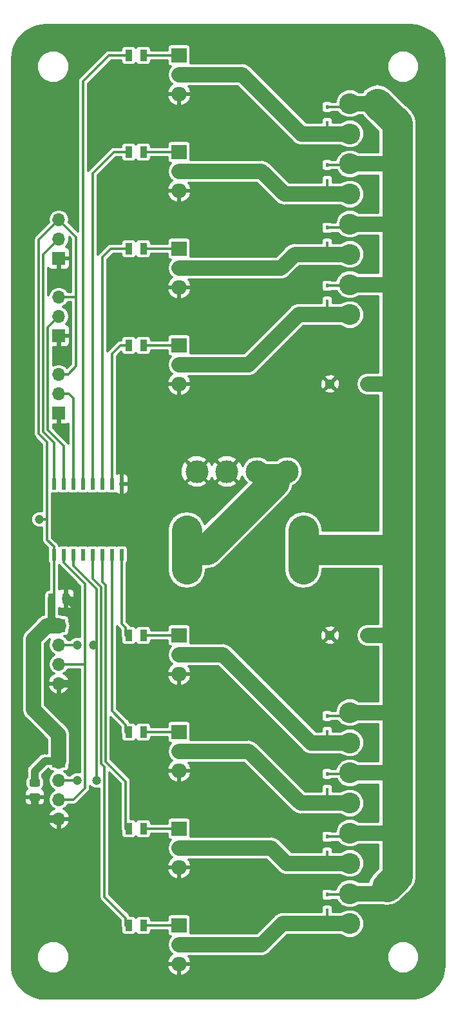
<source format=gbr>
G04 #@! TF.GenerationSoftware,KiCad,Pcbnew,(5.0.1-34-g9610f8f20)*
G04 #@! TF.CreationDate,2018-11-14T14:05:15-08:00*
G04 #@! TF.ProjectId,OutputExtension,4f757470-7574-4457-9874-656e73696f6e,rev?*
G04 #@! TF.SameCoordinates,Original*
G04 #@! TF.FileFunction,Copper,L2,Bot*
G04 #@! TF.FilePolarity,Positive*
%FSLAX46Y46*%
G04 Gerber Fmt 4.6, Leading zero omitted, Abs format (unit mm)*
G04 Created by KiCad (PCBNEW (5.0.1-34-g9610f8f20)) date Wed 14 Nov 2018 02:05:15 PM PST*
%MOMM*%
%LPD*%
G01*
G04 APERTURE LIST*
G04 #@! TA.AperFunction,Conductor*
%ADD10C,0.100000*%
G04 #@! TD*
G04 #@! TA.AperFunction,SMDPad,CuDef*
%ADD11C,0.975000*%
G04 #@! TD*
G04 #@! TA.AperFunction,ComponentPad*
%ADD12O,1.700000X1.700000*%
G04 #@! TD*
G04 #@! TA.AperFunction,ComponentPad*
%ADD13R,1.700000X1.700000*%
G04 #@! TD*
G04 #@! TA.AperFunction,ComponentPad*
%ADD14R,2.000000X1.905000*%
G04 #@! TD*
G04 #@! TA.AperFunction,ComponentPad*
%ADD15O,2.000000X1.905000*%
G04 #@! TD*
G04 #@! TA.AperFunction,ComponentPad*
%ADD16C,3.000000*%
G04 #@! TD*
G04 #@! TA.AperFunction,ComponentPad*
%ADD17C,2.750000*%
G04 #@! TD*
G04 #@! TA.AperFunction,ComponentPad*
%ADD18R,1.300000X1.300000*%
G04 #@! TD*
G04 #@! TA.AperFunction,ComponentPad*
%ADD19C,1.300000*%
G04 #@! TD*
G04 #@! TA.AperFunction,ComponentPad*
%ADD20C,2.349500*%
G04 #@! TD*
G04 #@! TA.AperFunction,SMDPad,CuDef*
%ADD21R,0.600000X1.500000*%
G04 #@! TD*
G04 #@! TA.AperFunction,SMDPad,CuDef*
%ADD22R,0.450000X0.600000*%
G04 #@! TD*
G04 #@! TA.AperFunction,SMDPad,CuDef*
%ADD23R,0.970000X1.500000*%
G04 #@! TD*
G04 #@! TA.AperFunction,ViaPad*
%ADD24C,1.200000*%
G04 #@! TD*
G04 #@! TA.AperFunction,Conductor*
%ADD25C,0.300000*%
G04 #@! TD*
G04 #@! TA.AperFunction,Conductor*
%ADD26C,2.000000*%
G04 #@! TD*
G04 #@! TA.AperFunction,Conductor*
%ADD27C,1.000000*%
G04 #@! TD*
G04 #@! TA.AperFunction,Conductor*
%ADD28C,4.000000*%
G04 #@! TD*
G04 APERTURE END LIST*
D10*
G04 #@! TO.N,GND*
G04 #@! TO.C,C1*
G36*
X85945142Y-116185174D02*
X85968803Y-116188684D01*
X85992007Y-116194496D01*
X86014529Y-116202554D01*
X86036153Y-116212782D01*
X86056670Y-116225079D01*
X86075883Y-116239329D01*
X86093607Y-116255393D01*
X86109671Y-116273117D01*
X86123921Y-116292330D01*
X86136218Y-116312847D01*
X86146446Y-116334471D01*
X86154504Y-116356993D01*
X86160316Y-116380197D01*
X86163826Y-116403858D01*
X86165000Y-116427750D01*
X86165000Y-117340250D01*
X86163826Y-117364142D01*
X86160316Y-117387803D01*
X86154504Y-117411007D01*
X86146446Y-117433529D01*
X86136218Y-117455153D01*
X86123921Y-117475670D01*
X86109671Y-117494883D01*
X86093607Y-117512607D01*
X86075883Y-117528671D01*
X86056670Y-117542921D01*
X86036153Y-117555218D01*
X86014529Y-117565446D01*
X85992007Y-117573504D01*
X85968803Y-117579316D01*
X85945142Y-117582826D01*
X85921250Y-117584000D01*
X85433750Y-117584000D01*
X85409858Y-117582826D01*
X85386197Y-117579316D01*
X85362993Y-117573504D01*
X85340471Y-117565446D01*
X85318847Y-117555218D01*
X85298330Y-117542921D01*
X85279117Y-117528671D01*
X85261393Y-117512607D01*
X85245329Y-117494883D01*
X85231079Y-117475670D01*
X85218782Y-117455153D01*
X85208554Y-117433529D01*
X85200496Y-117411007D01*
X85194684Y-117387803D01*
X85191174Y-117364142D01*
X85190000Y-117340250D01*
X85190000Y-116427750D01*
X85191174Y-116403858D01*
X85194684Y-116380197D01*
X85200496Y-116356993D01*
X85208554Y-116334471D01*
X85218782Y-116312847D01*
X85231079Y-116292330D01*
X85245329Y-116273117D01*
X85261393Y-116255393D01*
X85279117Y-116239329D01*
X85298330Y-116225079D01*
X85318847Y-116212782D01*
X85340471Y-116202554D01*
X85362993Y-116194496D01*
X85386197Y-116188684D01*
X85409858Y-116185174D01*
X85433750Y-116184000D01*
X85921250Y-116184000D01*
X85945142Y-116185174D01*
X85945142Y-116185174D01*
G37*
D11*
G04 #@! TD*
G04 #@! TO.P,C1,2*
G04 #@! TO.N,GND*
X85677500Y-116884000D03*
D10*
G04 #@! TO.N,+5V*
G04 #@! TO.C,C1*
G36*
X84070142Y-116185174D02*
X84093803Y-116188684D01*
X84117007Y-116194496D01*
X84139529Y-116202554D01*
X84161153Y-116212782D01*
X84181670Y-116225079D01*
X84200883Y-116239329D01*
X84218607Y-116255393D01*
X84234671Y-116273117D01*
X84248921Y-116292330D01*
X84261218Y-116312847D01*
X84271446Y-116334471D01*
X84279504Y-116356993D01*
X84285316Y-116380197D01*
X84288826Y-116403858D01*
X84290000Y-116427750D01*
X84290000Y-117340250D01*
X84288826Y-117364142D01*
X84285316Y-117387803D01*
X84279504Y-117411007D01*
X84271446Y-117433529D01*
X84261218Y-117455153D01*
X84248921Y-117475670D01*
X84234671Y-117494883D01*
X84218607Y-117512607D01*
X84200883Y-117528671D01*
X84181670Y-117542921D01*
X84161153Y-117555218D01*
X84139529Y-117565446D01*
X84117007Y-117573504D01*
X84093803Y-117579316D01*
X84070142Y-117582826D01*
X84046250Y-117584000D01*
X83558750Y-117584000D01*
X83534858Y-117582826D01*
X83511197Y-117579316D01*
X83487993Y-117573504D01*
X83465471Y-117565446D01*
X83443847Y-117555218D01*
X83423330Y-117542921D01*
X83404117Y-117528671D01*
X83386393Y-117512607D01*
X83370329Y-117494883D01*
X83356079Y-117475670D01*
X83343782Y-117455153D01*
X83333554Y-117433529D01*
X83325496Y-117411007D01*
X83319684Y-117387803D01*
X83316174Y-117364142D01*
X83315000Y-117340250D01*
X83315000Y-116427750D01*
X83316174Y-116403858D01*
X83319684Y-116380197D01*
X83325496Y-116356993D01*
X83333554Y-116334471D01*
X83343782Y-116312847D01*
X83356079Y-116292330D01*
X83370329Y-116273117D01*
X83386393Y-116255393D01*
X83404117Y-116239329D01*
X83423330Y-116225079D01*
X83443847Y-116212782D01*
X83465471Y-116202554D01*
X83487993Y-116194496D01*
X83511197Y-116188684D01*
X83534858Y-116185174D01*
X83558750Y-116184000D01*
X84046250Y-116184000D01*
X84070142Y-116185174D01*
X84070142Y-116185174D01*
G37*
D11*
G04 #@! TD*
G04 #@! TO.P,C1,1*
G04 #@! TO.N,+5V*
X83802500Y-116884000D03*
D10*
G04 #@! TO.N,+5V*
G04 #@! TO.C,C2*
G36*
X82045142Y-140606174D02*
X82068803Y-140609684D01*
X82092007Y-140615496D01*
X82114529Y-140623554D01*
X82136153Y-140633782D01*
X82156670Y-140646079D01*
X82175883Y-140660329D01*
X82193607Y-140676393D01*
X82209671Y-140694117D01*
X82223921Y-140713330D01*
X82236218Y-140733847D01*
X82246446Y-140755471D01*
X82254504Y-140777993D01*
X82260316Y-140801197D01*
X82263826Y-140824858D01*
X82265000Y-140848750D01*
X82265000Y-141336250D01*
X82263826Y-141360142D01*
X82260316Y-141383803D01*
X82254504Y-141407007D01*
X82246446Y-141429529D01*
X82236218Y-141451153D01*
X82223921Y-141471670D01*
X82209671Y-141490883D01*
X82193607Y-141508607D01*
X82175883Y-141524671D01*
X82156670Y-141538921D01*
X82136153Y-141551218D01*
X82114529Y-141561446D01*
X82092007Y-141569504D01*
X82068803Y-141575316D01*
X82045142Y-141578826D01*
X82021250Y-141580000D01*
X81108750Y-141580000D01*
X81084858Y-141578826D01*
X81061197Y-141575316D01*
X81037993Y-141569504D01*
X81015471Y-141561446D01*
X80993847Y-141551218D01*
X80973330Y-141538921D01*
X80954117Y-141524671D01*
X80936393Y-141508607D01*
X80920329Y-141490883D01*
X80906079Y-141471670D01*
X80893782Y-141451153D01*
X80883554Y-141429529D01*
X80875496Y-141407007D01*
X80869684Y-141383803D01*
X80866174Y-141360142D01*
X80865000Y-141336250D01*
X80865000Y-140848750D01*
X80866174Y-140824858D01*
X80869684Y-140801197D01*
X80875496Y-140777993D01*
X80883554Y-140755471D01*
X80893782Y-140733847D01*
X80906079Y-140713330D01*
X80920329Y-140694117D01*
X80936393Y-140676393D01*
X80954117Y-140660329D01*
X80973330Y-140646079D01*
X80993847Y-140633782D01*
X81015471Y-140623554D01*
X81037993Y-140615496D01*
X81061197Y-140609684D01*
X81084858Y-140606174D01*
X81108750Y-140605000D01*
X82021250Y-140605000D01*
X82045142Y-140606174D01*
X82045142Y-140606174D01*
G37*
D11*
G04 #@! TD*
G04 #@! TO.P,C2,1*
G04 #@! TO.N,+5V*
X81565000Y-141092500D03*
D10*
G04 #@! TO.N,GND*
G04 #@! TO.C,C2*
G36*
X82045142Y-142481174D02*
X82068803Y-142484684D01*
X82092007Y-142490496D01*
X82114529Y-142498554D01*
X82136153Y-142508782D01*
X82156670Y-142521079D01*
X82175883Y-142535329D01*
X82193607Y-142551393D01*
X82209671Y-142569117D01*
X82223921Y-142588330D01*
X82236218Y-142608847D01*
X82246446Y-142630471D01*
X82254504Y-142652993D01*
X82260316Y-142676197D01*
X82263826Y-142699858D01*
X82265000Y-142723750D01*
X82265000Y-143211250D01*
X82263826Y-143235142D01*
X82260316Y-143258803D01*
X82254504Y-143282007D01*
X82246446Y-143304529D01*
X82236218Y-143326153D01*
X82223921Y-143346670D01*
X82209671Y-143365883D01*
X82193607Y-143383607D01*
X82175883Y-143399671D01*
X82156670Y-143413921D01*
X82136153Y-143426218D01*
X82114529Y-143436446D01*
X82092007Y-143444504D01*
X82068803Y-143450316D01*
X82045142Y-143453826D01*
X82021250Y-143455000D01*
X81108750Y-143455000D01*
X81084858Y-143453826D01*
X81061197Y-143450316D01*
X81037993Y-143444504D01*
X81015471Y-143436446D01*
X80993847Y-143426218D01*
X80973330Y-143413921D01*
X80954117Y-143399671D01*
X80936393Y-143383607D01*
X80920329Y-143365883D01*
X80906079Y-143346670D01*
X80893782Y-143326153D01*
X80883554Y-143304529D01*
X80875496Y-143282007D01*
X80869684Y-143258803D01*
X80866174Y-143235142D01*
X80865000Y-143211250D01*
X80865000Y-142723750D01*
X80866174Y-142699858D01*
X80869684Y-142676197D01*
X80875496Y-142652993D01*
X80883554Y-142630471D01*
X80893782Y-142608847D01*
X80906079Y-142588330D01*
X80920329Y-142569117D01*
X80936393Y-142551393D01*
X80954117Y-142535329D01*
X80973330Y-142521079D01*
X80993847Y-142508782D01*
X81015471Y-142498554D01*
X81037993Y-142490496D01*
X81061197Y-142484684D01*
X81084858Y-142481174D01*
X81108750Y-142480000D01*
X82021250Y-142480000D01*
X82045142Y-142481174D01*
X82045142Y-142481174D01*
G37*
D11*
G04 #@! TD*
G04 #@! TO.P,C2,2*
G04 #@! TO.N,GND*
X81565000Y-142967500D03*
D12*
G04 #@! TO.P,P1,4*
G04 #@! TO.N,GND*
X84740000Y-128060000D03*
G04 #@! TO.P,P1,3*
G04 #@! TO.N,/I2C_SDA*
X84740000Y-125520000D03*
G04 #@! TO.P,P1,2*
G04 #@! TO.N,/I2C_SCL*
X84740000Y-122980000D03*
D13*
G04 #@! TO.P,P1,1*
G04 #@! TO.N,+5V*
X84740000Y-120440000D03*
G04 #@! TD*
G04 #@! TO.P,P2,1*
G04 #@! TO.N,+5V*
X84740000Y-138220000D03*
D12*
G04 #@! TO.P,P2,2*
G04 #@! TO.N,/I2C_SCL*
X84740000Y-140760000D03*
G04 #@! TO.P,P2,3*
G04 #@! TO.N,/I2C_SDA*
X84740000Y-143300000D03*
G04 #@! TO.P,P2,4*
G04 #@! TO.N,GND*
X84740000Y-145840000D03*
G04 #@! TD*
D14*
G04 #@! TO.P,Q16,1*
G04 #@! TO.N,Net-(Q16-Pad1)*
X100555000Y-134410000D03*
D15*
G04 #@! TO.P,Q16,2*
G04 #@! TO.N,/powerChannel5/DRAIN*
X100555000Y-136950000D03*
G04 #@! TO.P,Q16,3*
G04 #@! TO.N,GND*
X100555000Y-139490000D03*
G04 #@! TD*
G04 #@! TO.P,Q19,3*
G04 #@! TO.N,GND*
X100555000Y-152190000D03*
G04 #@! TO.P,Q19,2*
G04 #@! TO.N,/powerChannel6/DRAIN*
X100555000Y-149650000D03*
D14*
G04 #@! TO.P,Q19,1*
G04 #@! TO.N,Net-(Q19-Pad1)*
X100555000Y-147110000D03*
G04 #@! TD*
G04 #@! TO.P,Q22,1*
G04 #@! TO.N,Net-(Q22-Pad1)*
X100555000Y-159810000D03*
D15*
G04 #@! TO.P,Q22,2*
G04 #@! TO.N,/powerChannel7/DRAIN*
X100555000Y-162350000D03*
G04 #@! TO.P,Q22,3*
G04 #@! TO.N,GND*
X100555000Y-164890000D03*
G04 #@! TD*
G04 #@! TO.P,Q7,3*
G04 #@! TO.N,GND*
X100555000Y-75990000D03*
G04 #@! TO.P,Q7,2*
G04 #@! TO.N,/powerChannel2/DRAIN*
X100555000Y-73450000D03*
D14*
G04 #@! TO.P,Q7,1*
G04 #@! TO.N,Net-(Q7-Pad1)*
X100555000Y-70910000D03*
G04 #@! TD*
G04 #@! TO.P,Q10,1*
G04 #@! TO.N,Net-(Q10-Pad1)*
X100555000Y-83610000D03*
D15*
G04 #@! TO.P,Q10,2*
G04 #@! TO.N,/powerChannel3/DRAIN*
X100555000Y-86150000D03*
G04 #@! TO.P,Q10,3*
G04 #@! TO.N,GND*
X100555000Y-88690000D03*
G04 #@! TD*
D16*
G04 #@! TO.P,P3,1*
G04 #@! TO.N,GND*
X102870000Y-100180000D03*
G04 #@! TO.P,P3,2*
X106830000Y-100180000D03*
G04 #@! TO.P,P3,3*
G04 #@! TO.N,Net-(F1-Pad1)*
X110790000Y-100180000D03*
G04 #@! TO.P,P3,4*
X114750000Y-100180000D03*
G04 #@! TD*
D17*
G04 #@! TO.P,P5,8*
G04 #@! TO.N,/powerChannel7/DRAIN*
X122990000Y-159590000D03*
G04 #@! TO.P,P5,7*
G04 #@! TO.N,+24V*
X122990000Y-155630000D03*
G04 #@! TO.P,P5,6*
G04 #@! TO.N,/powerChannel6/DRAIN*
X122990000Y-151670000D03*
G04 #@! TO.P,P5,5*
G04 #@! TO.N,+24V*
X122990000Y-147710000D03*
G04 #@! TO.P,P5,4*
G04 #@! TO.N,/powerChannel5/DRAIN*
X122990000Y-143750000D03*
G04 #@! TO.P,P5,3*
G04 #@! TO.N,+24V*
X122990000Y-139790000D03*
G04 #@! TO.P,P5,2*
G04 #@! TO.N,/powerChannel4/DRAIN*
X122990000Y-135830000D03*
G04 #@! TO.P,P5,1*
G04 #@! TO.N,+24V*
X122990000Y-131870000D03*
G04 #@! TD*
G04 #@! TO.P,P4,1*
G04 #@! TO.N,+24V*
X122990000Y-51860000D03*
G04 #@! TO.P,P4,2*
G04 #@! TO.N,/powerChannel0/DRAIN*
X122990000Y-55820000D03*
G04 #@! TO.P,P4,3*
G04 #@! TO.N,+24V*
X122990000Y-59780000D03*
G04 #@! TO.P,P4,4*
G04 #@! TO.N,/powerChannel1/DRAIN*
X122990000Y-63740000D03*
G04 #@! TO.P,P4,5*
G04 #@! TO.N,+24V*
X122990000Y-67700000D03*
G04 #@! TO.P,P4,6*
G04 #@! TO.N,/powerChannel2/DRAIN*
X122990000Y-71660000D03*
G04 #@! TO.P,P4,7*
G04 #@! TO.N,+24V*
X122990000Y-75620000D03*
G04 #@! TO.P,P4,8*
G04 #@! TO.N,/powerChannel3/DRAIN*
X122990000Y-79580000D03*
G04 #@! TD*
D13*
G04 #@! TO.P,JP1,1*
G04 #@! TO.N,GND*
X84740000Y-72180000D03*
D12*
G04 #@! TO.P,JP1,2*
G04 #@! TO.N,/A0*
X84740000Y-69640000D03*
G04 #@! TO.P,JP1,3*
G04 #@! TO.N,+5V*
X84740000Y-67100000D03*
G04 #@! TD*
G04 #@! TO.P,JP2,3*
G04 #@! TO.N,+5V*
X84740000Y-77260000D03*
G04 #@! TO.P,JP2,2*
G04 #@! TO.N,/A1*
X84740000Y-79800000D03*
D13*
G04 #@! TO.P,JP2,1*
G04 #@! TO.N,GND*
X84740000Y-82340000D03*
G04 #@! TD*
G04 #@! TO.P,JP3,1*
G04 #@! TO.N,GND*
X84740000Y-92500000D03*
D12*
G04 #@! TO.P,JP3,2*
G04 #@! TO.N,/A2*
X84740000Y-89960000D03*
G04 #@! TO.P,JP3,3*
G04 #@! TO.N,+5V*
X84740000Y-87420000D03*
G04 #@! TD*
D15*
G04 #@! TO.P,Q1,3*
G04 #@! TO.N,GND*
X100555000Y-50590000D03*
G04 #@! TO.P,Q1,2*
G04 #@! TO.N,/powerChannel0/DRAIN*
X100555000Y-48050000D03*
D14*
G04 #@! TO.P,Q1,1*
G04 #@! TO.N,Net-(Q1-Pad1)*
X100555000Y-45510000D03*
G04 #@! TD*
G04 #@! TO.P,Q4,1*
G04 #@! TO.N,Net-(Q4-Pad1)*
X100555000Y-58210000D03*
D15*
G04 #@! TO.P,Q4,2*
G04 #@! TO.N,/powerChannel1/DRAIN*
X100555000Y-60750000D03*
G04 #@! TO.P,Q4,3*
G04 #@! TO.N,GND*
X100555000Y-63290000D03*
G04 #@! TD*
D14*
G04 #@! TO.P,Q13,1*
G04 #@! TO.N,Net-(Q13-Pad1)*
X100555000Y-121710000D03*
D15*
G04 #@! TO.P,Q13,2*
G04 #@! TO.N,/powerChannel4/DRAIN*
X100555000Y-124250000D03*
G04 #@! TO.P,Q13,3*
G04 #@! TO.N,GND*
X100555000Y-126790000D03*
G04 #@! TD*
D18*
G04 #@! TO.P,C5,1*
G04 #@! TO.N,+24V*
X125380000Y-88690000D03*
D19*
G04 #@! TO.P,C5,2*
G04 #@! TO.N,GND*
X120380000Y-88690000D03*
G04 #@! TD*
D18*
G04 #@! TO.P,C6,1*
G04 #@! TO.N,+24V*
X125380000Y-121710000D03*
D19*
G04 #@! TO.P,C6,2*
G04 #@! TO.N,GND*
X120380000Y-121710000D03*
G04 #@! TD*
D20*
G04 #@! TO.P,F1,2*
G04 #@! TO.N,+24V*
X116880640Y-107950000D03*
X116880640Y-113030000D03*
G04 #@! TO.P,F1,1*
G04 #@! TO.N,Net-(F1-Pad1)*
X101559360Y-107950000D03*
X101559360Y-113030000D03*
G04 #@! TD*
D21*
G04 #@! TO.P,U1,1*
G04 #@! TO.N,/A0*
X84105000Y-101820000D03*
G04 #@! TO.P,U1,2*
G04 #@! TO.N,/A1*
X85375000Y-101820000D03*
G04 #@! TO.P,U1,3*
G04 #@! TO.N,/A2*
X86645000Y-101820000D03*
G04 #@! TO.P,U1,4*
G04 #@! TO.N,/powerChannel0/CTRL*
X87915000Y-101820000D03*
G04 #@! TO.P,U1,5*
G04 #@! TO.N,/powerChannel1/CTRL*
X89185000Y-101820000D03*
G04 #@! TO.P,U1,6*
G04 #@! TO.N,/powerChannel2/CTRL*
X90455000Y-101820000D03*
G04 #@! TO.P,U1,7*
G04 #@! TO.N,/powerChannel3/CTRL*
X91725000Y-101820000D03*
G04 #@! TO.P,U1,8*
G04 #@! TO.N,GND*
X92995000Y-101820000D03*
G04 #@! TO.P,U1,9*
G04 #@! TO.N,/powerChannel4/CTRL*
X92995000Y-111120000D03*
G04 #@! TO.P,U1,10*
G04 #@! TO.N,/powerChannel5/CTRL*
X91725000Y-111120000D03*
G04 #@! TO.P,U1,11*
G04 #@! TO.N,/powerChannel6/CTRL*
X90455000Y-111120000D03*
G04 #@! TO.P,U1,12*
G04 #@! TO.N,/powerChannel7/CTRL*
X89185000Y-111120000D03*
G04 #@! TO.P,U1,13*
G04 #@! TO.N,N/C*
X87915000Y-111120000D03*
G04 #@! TO.P,U1,14*
G04 #@! TO.N,/I2C_SCL*
X86645000Y-111120000D03*
G04 #@! TO.P,U1,15*
G04 #@! TO.N,/I2C_SDA*
X85375000Y-111120000D03*
G04 #@! TO.P,U1,16*
G04 #@! TO.N,+5V*
X84105000Y-111120000D03*
G04 #@! TD*
D22*
G04 #@! TO.P,D3,2*
G04 #@! TO.N,/powerChannel0/DRAIN*
X120015000Y-54390000D03*
G04 #@! TO.P,D3,1*
G04 #@! TO.N,+24V*
X120015000Y-52290000D03*
G04 #@! TD*
G04 #@! TO.P,D4,1*
G04 #@! TO.N,+24V*
X120015000Y-59910000D03*
G04 #@! TO.P,D4,2*
G04 #@! TO.N,/powerChannel1/DRAIN*
X120015000Y-62010000D03*
G04 #@! TD*
G04 #@! TO.P,D5,1*
G04 #@! TO.N,+24V*
X120015000Y-68165000D03*
G04 #@! TO.P,D5,2*
G04 #@! TO.N,/powerChannel2/DRAIN*
X120015000Y-70265000D03*
G04 #@! TD*
G04 #@! TO.P,D6,2*
G04 #@! TO.N,/powerChannel3/DRAIN*
X120015000Y-77885000D03*
G04 #@! TO.P,D6,1*
G04 #@! TO.N,+24V*
X120015000Y-75785000D03*
G04 #@! TD*
G04 #@! TO.P,D7,1*
G04 #@! TO.N,+24V*
X120015000Y-132300000D03*
G04 #@! TO.P,D7,2*
G04 #@! TO.N,/powerChannel4/DRAIN*
X120015000Y-134400000D03*
G04 #@! TD*
G04 #@! TO.P,D8,2*
G04 #@! TO.N,/powerChannel5/DRAIN*
X120015000Y-142020000D03*
G04 #@! TO.P,D8,1*
G04 #@! TO.N,+24V*
X120015000Y-139920000D03*
G04 #@! TD*
G04 #@! TO.P,D9,2*
G04 #@! TO.N,/powerChannel6/DRAIN*
X120015000Y-150275000D03*
G04 #@! TO.P,D9,1*
G04 #@! TO.N,+24V*
X120015000Y-148175000D03*
G04 #@! TD*
G04 #@! TO.P,D10,1*
G04 #@! TO.N,+24V*
X120015000Y-155795000D03*
G04 #@! TO.P,D10,2*
G04 #@! TO.N,/powerChannel7/DRAIN*
X120015000Y-157895000D03*
G04 #@! TD*
D23*
G04 #@! TO.P,R3,2*
G04 #@! TO.N,/powerChannel0/CTRL*
X93945000Y-45510000D03*
G04 #@! TO.P,R3,1*
G04 #@! TO.N,Net-(Q1-Pad1)*
X95855000Y-45510000D03*
G04 #@! TD*
G04 #@! TO.P,R4,2*
G04 #@! TO.N,/powerChannel1/CTRL*
X93945000Y-58210000D03*
G04 #@! TO.P,R4,1*
G04 #@! TO.N,Net-(Q4-Pad1)*
X95855000Y-58210000D03*
G04 #@! TD*
G04 #@! TO.P,R5,1*
G04 #@! TO.N,Net-(Q7-Pad1)*
X95855000Y-70910000D03*
G04 #@! TO.P,R5,2*
G04 #@! TO.N,/powerChannel2/CTRL*
X93945000Y-70910000D03*
G04 #@! TD*
G04 #@! TO.P,R6,1*
G04 #@! TO.N,Net-(Q10-Pad1)*
X95855000Y-83610000D03*
G04 #@! TO.P,R6,2*
G04 #@! TO.N,/powerChannel3/CTRL*
X93945000Y-83610000D03*
G04 #@! TD*
G04 #@! TO.P,R7,1*
G04 #@! TO.N,Net-(Q13-Pad1)*
X95855000Y-121710000D03*
G04 #@! TO.P,R7,2*
G04 #@! TO.N,/powerChannel4/CTRL*
X93945000Y-121710000D03*
G04 #@! TD*
G04 #@! TO.P,R8,2*
G04 #@! TO.N,/powerChannel5/CTRL*
X93945000Y-134410000D03*
G04 #@! TO.P,R8,1*
G04 #@! TO.N,Net-(Q16-Pad1)*
X95855000Y-134410000D03*
G04 #@! TD*
G04 #@! TO.P,R9,2*
G04 #@! TO.N,/powerChannel6/CTRL*
X93945000Y-147110000D03*
G04 #@! TO.P,R9,1*
G04 #@! TO.N,Net-(Q19-Pad1)*
X95855000Y-147110000D03*
G04 #@! TD*
G04 #@! TO.P,R10,1*
G04 #@! TO.N,Net-(Q22-Pad1)*
X95855000Y-159810000D03*
G04 #@! TO.P,R10,2*
G04 #@! TO.N,/powerChannel7/CTRL*
X93945000Y-159810000D03*
G04 #@! TD*
D24*
G04 #@! TO.N,+5V*
X82200000Y-106470000D03*
G04 #@! TO.N,GND*
X95154000Y-101771000D03*
X82073000Y-145840000D03*
X87026000Y-128060000D03*
X86899000Y-117900000D03*
X85344000Y-94996000D03*
X84709000Y-84836000D03*
X84709000Y-74930000D03*
G04 #@! TO.N,/I2C_SCL*
X89693000Y-140759994D03*
X87142990Y-122983449D03*
X87142990Y-140760000D03*
X89243001Y-122980000D03*
G04 #@! TD*
D25*
G04 #@! TO.N,+5V*
X84105000Y-110070000D02*
X83216000Y-109181000D01*
X82107990Y-95248074D02*
X82107990Y-69732010D01*
X84105000Y-111120000D02*
X84105000Y-110070000D01*
X83216000Y-96356085D02*
X82107990Y-95248074D01*
X82200000Y-106470000D02*
X83216000Y-106470000D01*
X83216000Y-106470000D02*
X83216000Y-96356085D01*
X83216000Y-109181000D02*
X83216000Y-106470000D01*
D26*
X83216000Y-120440000D02*
X81438000Y-122218000D01*
X84740000Y-120440000D02*
X83216000Y-120440000D01*
X84740000Y-134791000D02*
X84740000Y-138220000D01*
X81438000Y-131489000D02*
X84740000Y-134791000D01*
X81438000Y-122218000D02*
X81438000Y-131489000D01*
D27*
X82890000Y-138220000D02*
X81565000Y-139545000D01*
X84740000Y-138220000D02*
X82890000Y-138220000D01*
X81565000Y-139545000D02*
X81565000Y-141092500D01*
X83802500Y-119502500D02*
X84740000Y-120440000D01*
X83802500Y-116884000D02*
X83802500Y-119502500D01*
D25*
X84105000Y-116581500D02*
X83802500Y-116884000D01*
X84105000Y-111120000D02*
X84105000Y-116581500D01*
X86982000Y-77260000D02*
X84740000Y-77260000D01*
X87026000Y-77216000D02*
X86982000Y-77260000D01*
X84740000Y-67100000D02*
X83768000Y-68072000D01*
X82107990Y-69732010D02*
X83768000Y-68072000D01*
X83768000Y-68072000D02*
X83890001Y-67949999D01*
X87026000Y-69386000D02*
X87026000Y-77216000D01*
X84740000Y-67100000D02*
X87026000Y-69386000D01*
X85935000Y-87420000D02*
X84740000Y-87420000D01*
X87026000Y-77216000D02*
X87026000Y-86329000D01*
X87026000Y-86329000D02*
X85935000Y-87420000D01*
G04 #@! TO.N,GND*
X95105000Y-101820000D02*
X95154000Y-101771000D01*
X92995000Y-101820000D02*
X95105000Y-101820000D01*
D27*
X84740000Y-145840000D02*
X82073000Y-145840000D01*
X81565000Y-145332000D02*
X82073000Y-145840000D01*
X81565000Y-142967500D02*
X81565000Y-145332000D01*
X84740000Y-128060000D02*
X87026000Y-128060000D01*
X85883000Y-116884000D02*
X86899000Y-117900000D01*
X85677500Y-116884000D02*
X85883000Y-116884000D01*
D25*
X84740000Y-92500000D02*
X84740000Y-94392000D01*
X84740000Y-94392000D02*
X85344000Y-94996000D01*
X84740000Y-82340000D02*
X84740000Y-84805000D01*
X84740000Y-84805000D02*
X84709000Y-84836000D01*
X84740000Y-72180000D02*
X84740000Y-74899000D01*
X84740000Y-74899000D02*
X84709000Y-74930000D01*
D28*
G04 #@! TO.N,+24V*
X129230640Y-54440640D02*
X126650000Y-51860000D01*
D26*
X125380000Y-88690000D02*
X129230640Y-88690000D01*
X128860640Y-75620000D02*
X129230640Y-75990000D01*
X122990000Y-75620000D02*
X128860640Y-75620000D01*
D28*
X129230640Y-88690000D02*
X129230640Y-75990000D01*
D26*
X128560640Y-67700000D02*
X129230640Y-68370000D01*
X122990000Y-67700000D02*
X128560640Y-67700000D01*
D28*
X129230640Y-75990000D02*
X129230640Y-68370000D01*
D26*
X122990000Y-59780000D02*
X128260640Y-59780000D01*
X128260640Y-59780000D02*
X129230640Y-60750000D01*
D28*
X129230640Y-60750000D02*
X129230640Y-54440640D01*
X129230640Y-68370000D02*
X129230640Y-60750000D01*
D26*
X122990000Y-51860000D02*
X126650000Y-51860000D01*
D28*
X129230640Y-153419360D02*
X127920000Y-154730000D01*
D26*
X127020000Y-155630000D02*
X127920000Y-154730000D01*
X122990000Y-155630000D02*
X127020000Y-155630000D01*
X128560640Y-147710000D02*
X129230640Y-148380000D01*
X122990000Y-147710000D02*
X128560640Y-147710000D01*
D28*
X129230640Y-148380000D02*
X129230640Y-153419360D01*
D26*
X128930640Y-139790000D02*
X129230640Y-139490000D01*
X122990000Y-139790000D02*
X128930640Y-139790000D01*
D28*
X129230640Y-139490000D02*
X129230640Y-148380000D01*
D26*
X122990000Y-131870000D02*
X129230640Y-131870000D01*
D28*
X129230640Y-131870000D02*
X129230640Y-139490000D01*
X129230640Y-121710000D02*
X129230640Y-131870000D01*
D26*
X125380000Y-121710000D02*
X129230640Y-121710000D01*
D28*
X129230640Y-112820000D02*
X129230640Y-121710000D01*
X129230640Y-110490000D02*
X129230640Y-112820000D01*
X129230640Y-88690000D02*
X129230640Y-110490000D01*
X116880640Y-107950000D02*
X116880640Y-110490000D01*
X116880640Y-110490000D02*
X129230640Y-110490000D01*
X116880640Y-110490000D02*
X116880640Y-113030000D01*
D25*
X122825000Y-75785000D02*
X122990000Y-75620000D01*
X120015000Y-75785000D02*
X122825000Y-75785000D01*
X122525000Y-68165000D02*
X122990000Y-67700000D01*
X120015000Y-68165000D02*
X122525000Y-68165000D01*
X122860000Y-59910000D02*
X122990000Y-59780000D01*
X120015000Y-59910000D02*
X122860000Y-59910000D01*
X122560000Y-52290000D02*
X122990000Y-51860000D01*
X120015000Y-52290000D02*
X122560000Y-52290000D01*
X122825000Y-155795000D02*
X122990000Y-155630000D01*
X120015000Y-155795000D02*
X122825000Y-155795000D01*
X122525000Y-148175000D02*
X122990000Y-147710000D01*
X120015000Y-148175000D02*
X122525000Y-148175000D01*
X122860000Y-139920000D02*
X122990000Y-139790000D01*
X120015000Y-139920000D02*
X122860000Y-139920000D01*
X122560000Y-132300000D02*
X122990000Y-131870000D01*
X120015000Y-132300000D02*
X122560000Y-132300000D01*
G04 #@! TO.N,/I2C_SCL*
X89693000Y-139911466D02*
X89693000Y-140759994D01*
X86645000Y-112591457D02*
X89693000Y-115639457D01*
X86645000Y-111120000D02*
X86645000Y-112591457D01*
X87139541Y-122980000D02*
X87142990Y-122983449D01*
X84740000Y-122980000D02*
X87139541Y-122980000D01*
X84740000Y-140760000D02*
X87142990Y-140760000D01*
X89693000Y-123429999D02*
X89243001Y-122980000D01*
X89693000Y-123742000D02*
X89693000Y-123429999D01*
X89693000Y-115639457D02*
X89693000Y-123742000D01*
X89693000Y-123742000D02*
X89693000Y-139911466D01*
G04 #@! TO.N,/I2C_SDA*
X84740000Y-125520000D02*
X85942081Y-125520000D01*
X85375000Y-112170000D02*
X88193000Y-114988000D01*
X85375000Y-111120000D02*
X85375000Y-112170000D01*
X85942081Y-125520000D02*
X88193000Y-125520000D01*
X88193000Y-114988000D02*
X88193000Y-125520000D01*
X88193000Y-125520000D02*
X88193000Y-141782004D01*
X88193000Y-141782004D02*
X86675004Y-143300000D01*
X86675004Y-143300000D02*
X85942081Y-143300000D01*
X85942081Y-143300000D02*
X84740000Y-143300000D01*
D26*
G04 #@! TO.N,/powerChannel0/DRAIN*
X100555000Y-48050000D02*
X108870000Y-48050000D01*
X108870000Y-48050000D02*
X116640000Y-55820000D01*
D25*
X120015000Y-54390000D02*
X120015000Y-55820000D01*
D26*
X116640000Y-55820000D02*
X120015000Y-55820000D01*
X120015000Y-55820000D02*
X122990000Y-55820000D01*
G04 #@! TO.N,/powerChannel1/DRAIN*
X111410000Y-60750000D02*
X114400000Y-63740000D01*
X100555000Y-60750000D02*
X111410000Y-60750000D01*
X114400000Y-63740000D02*
X120015000Y-63740000D01*
D25*
X120015000Y-62010000D02*
X120015000Y-63740000D01*
D26*
X120015000Y-63740000D02*
X122990000Y-63740000D01*
G04 #@! TO.N,/powerChannel2/DRAIN*
X113950000Y-73450000D02*
X115740000Y-71660000D01*
X100555000Y-73450000D02*
X113950000Y-73450000D01*
D25*
X120015000Y-70265000D02*
X120015000Y-71660000D01*
D26*
X115740000Y-71660000D02*
X120015000Y-71660000D01*
X120015000Y-71660000D02*
X122990000Y-71660000D01*
G04 #@! TO.N,/powerChannel3/DRAIN*
X109705000Y-86150000D02*
X116275000Y-79580000D01*
X100555000Y-86150000D02*
X109705000Y-86150000D01*
D25*
X120015000Y-77885000D02*
X120015000Y-79580000D01*
D26*
X116275000Y-79580000D02*
X120015000Y-79580000D01*
X120015000Y-79580000D02*
X122990000Y-79580000D01*
G04 #@! TO.N,/powerChannel4/DRAIN*
X106330000Y-124250000D02*
X117910000Y-135830000D01*
X100555000Y-124250000D02*
X106330000Y-124250000D01*
X117910000Y-135830000D02*
X120015000Y-135830000D01*
D25*
X120015000Y-134400000D02*
X120015000Y-135830000D01*
D26*
X120015000Y-135830000D02*
X122990000Y-135830000D01*
G04 #@! TO.N,/powerChannel5/DRAIN*
X109705000Y-136950000D02*
X116505000Y-143750000D01*
X100555000Y-136950000D02*
X109705000Y-136950000D01*
X116505000Y-143750000D02*
X120015000Y-143750000D01*
D25*
X120015000Y-142020000D02*
X120015000Y-143750000D01*
D26*
X120015000Y-143750000D02*
X122990000Y-143750000D01*
G04 #@! TO.N,/powerChannel6/DRAIN*
X100555000Y-149650000D02*
X112680000Y-149650000D01*
X112680000Y-149650000D02*
X114700000Y-151670000D01*
D25*
X120015000Y-150275000D02*
X120015000Y-151670000D01*
D26*
X114700000Y-151670000D02*
X120015000Y-151670000D01*
X120015000Y-151670000D02*
X122990000Y-151670000D01*
G04 #@! TO.N,/powerChannel7/DRAIN*
X111410000Y-162350000D02*
X114170000Y-159590000D01*
X100555000Y-162350000D02*
X111410000Y-162350000D01*
D25*
X120015000Y-157895000D02*
X120015000Y-159590000D01*
D26*
X114170000Y-159590000D02*
X120015000Y-159590000D01*
X120015000Y-159590000D02*
X122990000Y-159590000D01*
D25*
G04 #@! TO.N,Net-(Q1-Pad1)*
X96250000Y-45510000D02*
X100555000Y-45510000D01*
G04 #@! TO.N,Net-(Q4-Pad1)*
X97300000Y-58210000D02*
X100555000Y-58210000D01*
X96250000Y-58210000D02*
X97300000Y-58210000D01*
G04 #@! TO.N,Net-(Q7-Pad1)*
X96250000Y-70910000D02*
X100555000Y-70910000D01*
G04 #@! TO.N,/powerChannel0/CTRL*
X91344000Y-45510000D02*
X93550000Y-45510000D01*
X87915000Y-48939000D02*
X91344000Y-45510000D01*
X87915000Y-101820000D02*
X87915000Y-48939000D01*
G04 #@! TO.N,/powerChannel1/CTRL*
X89185000Y-61004000D02*
X91979000Y-58210000D01*
X91979000Y-58210000D02*
X93550000Y-58210000D01*
X89185000Y-101820000D02*
X89185000Y-61004000D01*
G04 #@! TO.N,/powerChannel2/CTRL*
X91598000Y-70910000D02*
X93550000Y-70910000D01*
X90455000Y-72053000D02*
X91598000Y-70910000D01*
X90455000Y-101820000D02*
X90455000Y-72053000D01*
G04 #@! TO.N,/powerChannel3/CTRL*
X92868000Y-83610000D02*
X93550000Y-83610000D01*
X91725000Y-84753000D02*
X92868000Y-83610000D01*
X91725000Y-101820000D02*
X91725000Y-84753000D01*
G04 #@! TO.N,/powerChannel4/CTRL*
X92995000Y-120186000D02*
X93550000Y-120741000D01*
X93550000Y-120741000D02*
X93550000Y-121710000D01*
X92995000Y-111120000D02*
X92995000Y-120186000D01*
G04 #@! TO.N,/powerChannel5/CTRL*
X93550000Y-133460000D02*
X93550000Y-134410000D01*
X91725000Y-131635000D02*
X93550000Y-133460000D01*
X91725000Y-111120000D02*
X91725000Y-131635000D01*
G04 #@! TO.N,/powerChannel6/CTRL*
X93550000Y-146160000D02*
X93550000Y-147110000D01*
X90893022Y-138287477D02*
X93550000Y-140944455D01*
X90893022Y-115142393D02*
X90893022Y-138287477D01*
X90455000Y-114704371D02*
X90893022Y-115142393D01*
X90455000Y-111120000D02*
X90455000Y-114704371D01*
X93550000Y-140944455D02*
X93550000Y-146160000D01*
G04 #@! TO.N,/powerChannel7/CTRL*
X90293011Y-115390925D02*
X90293011Y-138536009D01*
X90293011Y-138536009D02*
X90743001Y-138985999D01*
X93550000Y-158860000D02*
X93550000Y-159810000D01*
X89185000Y-114282914D02*
X90293011Y-115390925D01*
X90743001Y-156053001D02*
X93550000Y-158860000D01*
X89185000Y-111120000D02*
X89185000Y-114282914D01*
X90743001Y-138985999D02*
X90743001Y-156053001D01*
G04 #@! TO.N,Net-(Q19-Pad1)*
X97300000Y-147110000D02*
X100555000Y-147110000D01*
X96250000Y-147110000D02*
X97300000Y-147110000D01*
G04 #@! TO.N,Net-(Q10-Pad1)*
X96250000Y-83610000D02*
X100555000Y-83610000D01*
G04 #@! TO.N,Net-(Q13-Pad1)*
X96250000Y-121710000D02*
X100555000Y-121710000D01*
G04 #@! TO.N,/A0*
X84105000Y-96396542D02*
X84105000Y-101820000D01*
X82708000Y-94999543D02*
X84105000Y-96396542D01*
X84740000Y-69640000D02*
X82708001Y-71671999D01*
X82708001Y-71671999D02*
X82708000Y-94999543D01*
G04 #@! TO.N,/A1*
X84740000Y-79800000D02*
X84359000Y-79800000D01*
X85375000Y-96818000D02*
X85375000Y-100770000D01*
X85375000Y-100770000D02*
X85375000Y-101820000D01*
X83308011Y-94751011D02*
X85375000Y-96818000D01*
X83308011Y-81231989D02*
X83308011Y-81661000D01*
X84740000Y-79800000D02*
X83308011Y-81231989D01*
X83308011Y-81661000D02*
X83308011Y-94751011D01*
G04 #@! TO.N,/A2*
X86023000Y-89960000D02*
X84740000Y-89960000D01*
X86645000Y-101820000D02*
X86645000Y-90582000D01*
X86645000Y-90582000D02*
X86023000Y-89960000D01*
G04 #@! TO.N,Net-(Q16-Pad1)*
X96250000Y-134410000D02*
X100555000Y-134410000D01*
G04 #@! TO.N,Net-(Q22-Pad1)*
X96250000Y-159810000D02*
X100555000Y-159810000D01*
D28*
G04 #@! TO.N,Net-(F1-Pad1)*
X101559360Y-113030000D02*
X101559360Y-110490000D01*
X101559360Y-110490000D02*
X104140000Y-110490000D01*
X101559360Y-110490000D02*
X101559360Y-107950000D01*
X104140000Y-110490000D02*
X113030000Y-101600000D01*
D26*
X110790000Y-100180000D02*
X114750000Y-100180000D01*
G04 #@! TD*
D25*
G04 #@! TO.N,GND*
G36*
X131782129Y-41653113D02*
X132539536Y-41860316D01*
X133248282Y-42198370D01*
X133885955Y-42656586D01*
X134432414Y-43220488D01*
X134870375Y-43872242D01*
X135186000Y-44591255D01*
X135370383Y-45359265D01*
X135419000Y-46021308D01*
X135419001Y-164974113D01*
X135346887Y-165782129D01*
X135139685Y-166539535D01*
X134801631Y-167248278D01*
X134343414Y-167885956D01*
X133779513Y-168432414D01*
X133127758Y-168870375D01*
X132408745Y-169186000D01*
X131640735Y-169370383D01*
X130978692Y-169419000D01*
X83025876Y-169419000D01*
X82217871Y-169346887D01*
X81460465Y-169139685D01*
X80751722Y-168801631D01*
X80114044Y-168343414D01*
X79567586Y-167779513D01*
X79129625Y-167127758D01*
X78814000Y-166408745D01*
X78629617Y-165640735D01*
X78581000Y-164978692D01*
X78581000Y-163576118D01*
X81869000Y-163576118D01*
X81869000Y-164423882D01*
X82193425Y-165207115D01*
X82792885Y-165806575D01*
X83576118Y-166131000D01*
X84423882Y-166131000D01*
X85207115Y-165806575D01*
X85769558Y-165244132D01*
X98936417Y-165244132D01*
X99172842Y-165789848D01*
X99618794Y-166232103D01*
X100200043Y-166470035D01*
X100451000Y-166334179D01*
X100451000Y-164994000D01*
X100659000Y-164994000D01*
X100659000Y-166334179D01*
X100909957Y-166470035D01*
X101491206Y-166232103D01*
X101937158Y-165789848D01*
X102173583Y-165244132D01*
X102044755Y-164994000D01*
X100659000Y-164994000D01*
X100451000Y-164994000D01*
X99065245Y-164994000D01*
X98936417Y-165244132D01*
X85769558Y-165244132D01*
X85806575Y-165207115D01*
X86131000Y-164423882D01*
X86131000Y-163576118D01*
X85806575Y-162792885D01*
X85207115Y-162193425D01*
X84423882Y-161869000D01*
X83576118Y-161869000D01*
X82792885Y-162193425D01*
X82193425Y-162792885D01*
X81869000Y-163576118D01*
X78581000Y-163576118D01*
X78581000Y-146178061D01*
X83270381Y-146178061D01*
X83461772Y-146640137D01*
X83865270Y-147068387D01*
X84401938Y-147309626D01*
X84636000Y-147179917D01*
X84636000Y-145944000D01*
X84844000Y-145944000D01*
X84844000Y-147179917D01*
X85078062Y-147309626D01*
X85614730Y-147068387D01*
X86018228Y-146640137D01*
X86209619Y-146178061D01*
X86079469Y-145944000D01*
X84844000Y-145944000D01*
X84636000Y-145944000D01*
X83400531Y-145944000D01*
X83270381Y-146178061D01*
X78581000Y-146178061D01*
X78581000Y-143236000D01*
X80207000Y-143236000D01*
X80207000Y-143585884D01*
X80307174Y-143827727D01*
X80492273Y-144012825D01*
X80734115Y-144113000D01*
X81296500Y-144113000D01*
X81461000Y-143948500D01*
X81461000Y-143071500D01*
X81669000Y-143071500D01*
X81669000Y-143948500D01*
X81833500Y-144113000D01*
X82395885Y-144113000D01*
X82637727Y-144012825D01*
X82822826Y-143827727D01*
X82923000Y-143585884D01*
X82923000Y-143236000D01*
X82758500Y-143071500D01*
X81669000Y-143071500D01*
X81461000Y-143071500D01*
X80371500Y-143071500D01*
X80207000Y-143236000D01*
X78581000Y-143236000D01*
X78581000Y-122218000D01*
X79877007Y-122218000D01*
X79907000Y-122368786D01*
X79907001Y-131338210D01*
X79877007Y-131489000D01*
X79995830Y-132086365D01*
X79995831Y-132086366D01*
X79995831Y-132086367D01*
X80022295Y-132125973D01*
X80248795Y-132464955D01*
X80248798Y-132464958D01*
X80334212Y-132592789D01*
X80462043Y-132678203D01*
X83209000Y-135425160D01*
X83209001Y-137189000D01*
X82991538Y-137189000D01*
X82890000Y-137168803D01*
X82788462Y-137189000D01*
X82788458Y-137189000D01*
X82487724Y-137248820D01*
X82232773Y-137419172D01*
X82232770Y-137419175D01*
X82146691Y-137476691D01*
X82089174Y-137562771D01*
X80907773Y-138744173D01*
X80821691Y-138801691D01*
X80764173Y-138887773D01*
X80764172Y-138887774D01*
X80671157Y-139026982D01*
X80593820Y-139142725D01*
X80534000Y-139443459D01*
X80534000Y-139443462D01*
X80513803Y-139545000D01*
X80534000Y-139646538D01*
X80534001Y-140322843D01*
X80383364Y-140548285D01*
X80323598Y-140848750D01*
X80323598Y-141336250D01*
X80383364Y-141636715D01*
X80553564Y-141891436D01*
X80558508Y-141894739D01*
X80492273Y-141922175D01*
X80307174Y-142107273D01*
X80207000Y-142349116D01*
X80207000Y-142699000D01*
X80371500Y-142863500D01*
X81461000Y-142863500D01*
X81461000Y-142843500D01*
X81669000Y-142843500D01*
X81669000Y-142863500D01*
X82758500Y-142863500D01*
X82923000Y-142699000D01*
X82923000Y-142349116D01*
X82822826Y-142107273D01*
X82637727Y-141922175D01*
X82571492Y-141894739D01*
X82576436Y-141891436D01*
X82746636Y-141636715D01*
X82806402Y-141336250D01*
X82806402Y-140848750D01*
X82746636Y-140548285D01*
X82596000Y-140322843D01*
X82596000Y-139972054D01*
X83317055Y-139251000D01*
X83384601Y-139251000D01*
X83389810Y-139277186D01*
X83507171Y-139452829D01*
X83682814Y-139570190D01*
X83890000Y-139611402D01*
X83973265Y-139611402D01*
X83744355Y-139764355D01*
X83439127Y-140221161D01*
X83331945Y-140760000D01*
X83439127Y-141298839D01*
X83744355Y-141755645D01*
X84154956Y-142030000D01*
X83744355Y-142304355D01*
X83439127Y-142761161D01*
X83331945Y-143300000D01*
X83439127Y-143838839D01*
X83744355Y-144295645D01*
X84075682Y-144517030D01*
X83865270Y-144611613D01*
X83461772Y-145039863D01*
X83270381Y-145501939D01*
X83400531Y-145736000D01*
X84636000Y-145736000D01*
X84636000Y-145716000D01*
X84844000Y-145716000D01*
X84844000Y-145736000D01*
X86079469Y-145736000D01*
X86209619Y-145501939D01*
X86018228Y-145039863D01*
X85614730Y-144611613D01*
X85404318Y-144517030D01*
X85735645Y-144295645D01*
X85945884Y-143981000D01*
X86607939Y-143981000D01*
X86675004Y-143994340D01*
X86742069Y-143981000D01*
X86742073Y-143981000D01*
X86940717Y-143941487D01*
X87165977Y-143790973D01*
X87203971Y-143734111D01*
X88627114Y-142310969D01*
X88683973Y-142272977D01*
X88834487Y-142047717D01*
X88874000Y-141849073D01*
X88887341Y-141782004D01*
X88874000Y-141714935D01*
X88874000Y-141540470D01*
X89052340Y-141718810D01*
X89468030Y-141890994D01*
X89917970Y-141890994D01*
X90062001Y-141831334D01*
X90062002Y-155985931D01*
X90048661Y-156053001D01*
X90101514Y-156318713D01*
X90101515Y-156318714D01*
X90252029Y-156543974D01*
X90308888Y-156581966D01*
X92869000Y-159142079D01*
X92869001Y-159877069D01*
X92908514Y-160075713D01*
X92918598Y-160090805D01*
X92918598Y-160560000D01*
X92959810Y-160767186D01*
X93077171Y-160942829D01*
X93252814Y-161060190D01*
X93460000Y-161101402D01*
X94430000Y-161101402D01*
X94637186Y-161060190D01*
X94812829Y-160942829D01*
X94900000Y-160812368D01*
X94987171Y-160942829D01*
X95162814Y-161060190D01*
X95370000Y-161101402D01*
X96340000Y-161101402D01*
X96547186Y-161060190D01*
X96722829Y-160942829D01*
X96840190Y-160767186D01*
X96881402Y-160560000D01*
X96881402Y-160491000D01*
X99013598Y-160491000D01*
X99013598Y-160762500D01*
X99054810Y-160969686D01*
X99172171Y-161145329D01*
X99347814Y-161262690D01*
X99429362Y-161278911D01*
X99112830Y-161752633D01*
X98994006Y-162350000D01*
X99112830Y-162947367D01*
X99451211Y-163453789D01*
X99608030Y-163558572D01*
X99172842Y-163990152D01*
X98936417Y-164535868D01*
X99065245Y-164786000D01*
X100451000Y-164786000D01*
X100451000Y-164766000D01*
X100659000Y-164766000D01*
X100659000Y-164786000D01*
X102044755Y-164786000D01*
X102173583Y-164535868D01*
X101937158Y-163990152D01*
X101827094Y-163881000D01*
X111259215Y-163881000D01*
X111410000Y-163910993D01*
X111560785Y-163881000D01*
X111560790Y-163881000D01*
X112007367Y-163792170D01*
X112330711Y-163576118D01*
X127869000Y-163576118D01*
X127869000Y-164423882D01*
X128193425Y-165207115D01*
X128792885Y-165806575D01*
X129576118Y-166131000D01*
X130423882Y-166131000D01*
X131207115Y-165806575D01*
X131806575Y-165207115D01*
X132131000Y-164423882D01*
X132131000Y-163576118D01*
X131806575Y-162792885D01*
X131207115Y-162193425D01*
X130423882Y-161869000D01*
X129576118Y-161869000D01*
X128792885Y-162193425D01*
X128193425Y-162792885D01*
X127869000Y-163576118D01*
X112330711Y-163576118D01*
X112513789Y-163453789D01*
X112599205Y-163325955D01*
X114804161Y-161121000D01*
X121825509Y-161121000D01*
X121910338Y-161205829D01*
X122610873Y-161496000D01*
X123369127Y-161496000D01*
X124069662Y-161205829D01*
X124605829Y-160669662D01*
X124896000Y-159969127D01*
X124896000Y-159210873D01*
X124605829Y-158510338D01*
X124069662Y-157974171D01*
X123369127Y-157684000D01*
X122610873Y-157684000D01*
X121910338Y-157974171D01*
X121825509Y-158059000D01*
X120781402Y-158059000D01*
X120781402Y-157595000D01*
X120740190Y-157387814D01*
X120622829Y-157212171D01*
X120447186Y-157094810D01*
X120240000Y-157053598D01*
X119790000Y-157053598D01*
X119582814Y-157094810D01*
X119407171Y-157212171D01*
X119289810Y-157387814D01*
X119248598Y-157595000D01*
X119248598Y-158059000D01*
X114320785Y-158059000D01*
X114169999Y-158029007D01*
X114019213Y-158059000D01*
X114019210Y-158059000D01*
X113572633Y-158147830D01*
X113259125Y-158357310D01*
X113066211Y-158486211D01*
X112980797Y-158614043D01*
X110775840Y-160819000D01*
X102085163Y-160819000D01*
X102096402Y-160762500D01*
X102096402Y-158857500D01*
X102055190Y-158650314D01*
X101937829Y-158474671D01*
X101762186Y-158357310D01*
X101555000Y-158316098D01*
X99555000Y-158316098D01*
X99347814Y-158357310D01*
X99172171Y-158474671D01*
X99054810Y-158650314D01*
X99013598Y-158857500D01*
X99013598Y-159129000D01*
X96881402Y-159129000D01*
X96881402Y-159060000D01*
X96840190Y-158852814D01*
X96722829Y-158677171D01*
X96547186Y-158559810D01*
X96340000Y-158518598D01*
X95370000Y-158518598D01*
X95162814Y-158559810D01*
X94987171Y-158677171D01*
X94900000Y-158807632D01*
X94812829Y-158677171D01*
X94637186Y-158559810D01*
X94430000Y-158518598D01*
X94140913Y-158518598D01*
X94135394Y-158510338D01*
X94078964Y-158425885D01*
X94078963Y-158425884D01*
X94040972Y-158369027D01*
X93984116Y-158331037D01*
X91424001Y-155770923D01*
X91424001Y-152544132D01*
X98936417Y-152544132D01*
X99172842Y-153089848D01*
X99618794Y-153532103D01*
X100200043Y-153770035D01*
X100451000Y-153634179D01*
X100451000Y-152294000D01*
X100659000Y-152294000D01*
X100659000Y-153634179D01*
X100909957Y-153770035D01*
X101491206Y-153532103D01*
X101937158Y-153089848D01*
X102173583Y-152544132D01*
X102044755Y-152294000D01*
X100659000Y-152294000D01*
X100451000Y-152294000D01*
X99065245Y-152294000D01*
X98936417Y-152544132D01*
X91424001Y-152544132D01*
X91424001Y-139781535D01*
X92869000Y-141226535D01*
X92869001Y-146092927D01*
X92869000Y-146092932D01*
X92869001Y-147177069D01*
X92908514Y-147375713D01*
X92918598Y-147390805D01*
X92918598Y-147860000D01*
X92959810Y-148067186D01*
X93077171Y-148242829D01*
X93252814Y-148360190D01*
X93460000Y-148401402D01*
X94430000Y-148401402D01*
X94637186Y-148360190D01*
X94812829Y-148242829D01*
X94900000Y-148112368D01*
X94987171Y-148242829D01*
X95162814Y-148360190D01*
X95370000Y-148401402D01*
X96340000Y-148401402D01*
X96547186Y-148360190D01*
X96722829Y-148242829D01*
X96840190Y-148067186D01*
X96881402Y-147860000D01*
X96881402Y-147791000D01*
X99013598Y-147791000D01*
X99013598Y-148062500D01*
X99054810Y-148269686D01*
X99172171Y-148445329D01*
X99347814Y-148562690D01*
X99429362Y-148578911D01*
X99112830Y-149052633D01*
X98994006Y-149650000D01*
X99112830Y-150247367D01*
X99451211Y-150753789D01*
X99608030Y-150858572D01*
X99172842Y-151290152D01*
X98936417Y-151835868D01*
X99065245Y-152086000D01*
X100451000Y-152086000D01*
X100451000Y-152066000D01*
X100659000Y-152066000D01*
X100659000Y-152086000D01*
X102044755Y-152086000D01*
X102173583Y-151835868D01*
X101937158Y-151290152D01*
X101827094Y-151181000D01*
X112045840Y-151181000D01*
X113510796Y-152645957D01*
X113596211Y-152773789D01*
X114102633Y-153112170D01*
X114549210Y-153201000D01*
X114549213Y-153201000D01*
X114699999Y-153230993D01*
X114850785Y-153201000D01*
X121825509Y-153201000D01*
X121910338Y-153285829D01*
X122610873Y-153576000D01*
X123369127Y-153576000D01*
X124069662Y-153285829D01*
X124605829Y-152749662D01*
X124896000Y-152049127D01*
X124896000Y-151290873D01*
X124605829Y-150590338D01*
X124069662Y-150054171D01*
X123369127Y-149764000D01*
X122610873Y-149764000D01*
X121910338Y-150054171D01*
X121825509Y-150139000D01*
X120781402Y-150139000D01*
X120781402Y-149975000D01*
X120740190Y-149767814D01*
X120622829Y-149592171D01*
X120447186Y-149474810D01*
X120240000Y-149433598D01*
X119790000Y-149433598D01*
X119582814Y-149474810D01*
X119407171Y-149592171D01*
X119289810Y-149767814D01*
X119248598Y-149975000D01*
X119248598Y-150139000D01*
X115334161Y-150139000D01*
X113869205Y-148674045D01*
X113783789Y-148546211D01*
X113277367Y-148207830D01*
X112830790Y-148119000D01*
X112830785Y-148119000D01*
X112680000Y-148089007D01*
X112529215Y-148119000D01*
X102085163Y-148119000D01*
X102096402Y-148062500D01*
X102096402Y-146157500D01*
X102055190Y-145950314D01*
X101937829Y-145774671D01*
X101762186Y-145657310D01*
X101555000Y-145616098D01*
X99555000Y-145616098D01*
X99347814Y-145657310D01*
X99172171Y-145774671D01*
X99054810Y-145950314D01*
X99013598Y-146157500D01*
X99013598Y-146429000D01*
X96881402Y-146429000D01*
X96881402Y-146360000D01*
X96840190Y-146152814D01*
X96722829Y-145977171D01*
X96547186Y-145859810D01*
X96340000Y-145818598D01*
X95370000Y-145818598D01*
X95162814Y-145859810D01*
X94987171Y-145977171D01*
X94900000Y-146107632D01*
X94812829Y-145977171D01*
X94637186Y-145859810D01*
X94430000Y-145818598D01*
X94231000Y-145818598D01*
X94231000Y-141011519D01*
X94244340Y-140944454D01*
X94231000Y-140877387D01*
X94231000Y-140877386D01*
X94191487Y-140678742D01*
X94148455Y-140614340D01*
X94078964Y-140510339D01*
X94078961Y-140510336D01*
X94040972Y-140453482D01*
X93984119Y-140415494D01*
X93412757Y-139844132D01*
X98936417Y-139844132D01*
X99172842Y-140389848D01*
X99618794Y-140832103D01*
X100200043Y-141070035D01*
X100451000Y-140934179D01*
X100451000Y-139594000D01*
X100659000Y-139594000D01*
X100659000Y-140934179D01*
X100909957Y-141070035D01*
X101491206Y-140832103D01*
X101937158Y-140389848D01*
X102173583Y-139844132D01*
X102044755Y-139594000D01*
X100659000Y-139594000D01*
X100451000Y-139594000D01*
X99065245Y-139594000D01*
X98936417Y-139844132D01*
X93412757Y-139844132D01*
X91574022Y-138005399D01*
X91574022Y-132447100D01*
X92869000Y-133742079D01*
X92869001Y-134477069D01*
X92908514Y-134675713D01*
X92918598Y-134690805D01*
X92918598Y-135160000D01*
X92959810Y-135367186D01*
X93077171Y-135542829D01*
X93252814Y-135660190D01*
X93460000Y-135701402D01*
X94430000Y-135701402D01*
X94637186Y-135660190D01*
X94812829Y-135542829D01*
X94900000Y-135412368D01*
X94987171Y-135542829D01*
X95162814Y-135660190D01*
X95370000Y-135701402D01*
X96340000Y-135701402D01*
X96547186Y-135660190D01*
X96722829Y-135542829D01*
X96840190Y-135367186D01*
X96881402Y-135160000D01*
X96881402Y-135091000D01*
X99013598Y-135091000D01*
X99013598Y-135362500D01*
X99054810Y-135569686D01*
X99172171Y-135745329D01*
X99347814Y-135862690D01*
X99429362Y-135878911D01*
X99112830Y-136352633D01*
X98994006Y-136950000D01*
X99112830Y-137547367D01*
X99451211Y-138053789D01*
X99608030Y-138158572D01*
X99172842Y-138590152D01*
X98936417Y-139135868D01*
X99065245Y-139386000D01*
X100451000Y-139386000D01*
X100451000Y-139366000D01*
X100659000Y-139366000D01*
X100659000Y-139386000D01*
X102044755Y-139386000D01*
X102173583Y-139135868D01*
X101937158Y-138590152D01*
X101827094Y-138481000D01*
X109070840Y-138481000D01*
X115315797Y-144725958D01*
X115401211Y-144853789D01*
X115907633Y-145192170D01*
X116354210Y-145281000D01*
X116354213Y-145281000D01*
X116504999Y-145310993D01*
X116655785Y-145281000D01*
X121825509Y-145281000D01*
X121910338Y-145365829D01*
X122610873Y-145656000D01*
X123369127Y-145656000D01*
X124069662Y-145365829D01*
X124605829Y-144829662D01*
X124896000Y-144129127D01*
X124896000Y-143370873D01*
X124605829Y-142670338D01*
X124069662Y-142134171D01*
X123369127Y-141844000D01*
X122610873Y-141844000D01*
X121910338Y-142134171D01*
X121825509Y-142219000D01*
X120781402Y-142219000D01*
X120781402Y-141720000D01*
X120740190Y-141512814D01*
X120622829Y-141337171D01*
X120447186Y-141219810D01*
X120240000Y-141178598D01*
X119790000Y-141178598D01*
X119582814Y-141219810D01*
X119407171Y-141337171D01*
X119289810Y-141512814D01*
X119248598Y-141720000D01*
X119248598Y-142219000D01*
X117139161Y-142219000D01*
X110894205Y-135974045D01*
X110808789Y-135846211D01*
X110302367Y-135507830D01*
X109855790Y-135419000D01*
X109855785Y-135419000D01*
X109705000Y-135389007D01*
X109554215Y-135419000D01*
X102085163Y-135419000D01*
X102096402Y-135362500D01*
X102096402Y-133457500D01*
X102055190Y-133250314D01*
X101937829Y-133074671D01*
X101762186Y-132957310D01*
X101555000Y-132916098D01*
X99555000Y-132916098D01*
X99347814Y-132957310D01*
X99172171Y-133074671D01*
X99054810Y-133250314D01*
X99013598Y-133457500D01*
X99013598Y-133729000D01*
X96881402Y-133729000D01*
X96881402Y-133660000D01*
X96840190Y-133452814D01*
X96722829Y-133277171D01*
X96547186Y-133159810D01*
X96340000Y-133118598D01*
X95370000Y-133118598D01*
X95162814Y-133159810D01*
X94987171Y-133277171D01*
X94900000Y-133407632D01*
X94812829Y-133277171D01*
X94637186Y-133159810D01*
X94430000Y-133118598D01*
X94140913Y-133118598D01*
X94040972Y-132969027D01*
X93984116Y-132931037D01*
X92406000Y-131352922D01*
X92406000Y-127144132D01*
X98936417Y-127144132D01*
X99172842Y-127689848D01*
X99618794Y-128132103D01*
X100200043Y-128370035D01*
X100451000Y-128234179D01*
X100451000Y-126894000D01*
X100659000Y-126894000D01*
X100659000Y-128234179D01*
X100909957Y-128370035D01*
X101491206Y-128132103D01*
X101937158Y-127689848D01*
X102173583Y-127144132D01*
X102044755Y-126894000D01*
X100659000Y-126894000D01*
X100451000Y-126894000D01*
X99065245Y-126894000D01*
X98936417Y-127144132D01*
X92406000Y-127144132D01*
X92406000Y-120530264D01*
X92504028Y-120676973D01*
X92560887Y-120714965D01*
X92869000Y-121023079D01*
X92869001Y-121777069D01*
X92908514Y-121975713D01*
X92918598Y-121990805D01*
X92918598Y-122460000D01*
X92959810Y-122667186D01*
X93077171Y-122842829D01*
X93252814Y-122960190D01*
X93460000Y-123001402D01*
X94430000Y-123001402D01*
X94637186Y-122960190D01*
X94812829Y-122842829D01*
X94900000Y-122712368D01*
X94987171Y-122842829D01*
X95162814Y-122960190D01*
X95370000Y-123001402D01*
X96340000Y-123001402D01*
X96547186Y-122960190D01*
X96722829Y-122842829D01*
X96840190Y-122667186D01*
X96881402Y-122460000D01*
X96881402Y-122391000D01*
X99013598Y-122391000D01*
X99013598Y-122662500D01*
X99054810Y-122869686D01*
X99172171Y-123045329D01*
X99347814Y-123162690D01*
X99429362Y-123178911D01*
X99112830Y-123652633D01*
X98994006Y-124250000D01*
X99112830Y-124847367D01*
X99451211Y-125353789D01*
X99608030Y-125458572D01*
X99172842Y-125890152D01*
X98936417Y-126435868D01*
X99065245Y-126686000D01*
X100451000Y-126686000D01*
X100451000Y-126666000D01*
X100659000Y-126666000D01*
X100659000Y-126686000D01*
X102044755Y-126686000D01*
X102173583Y-126435868D01*
X101937158Y-125890152D01*
X101827094Y-125781000D01*
X105695840Y-125781000D01*
X116720797Y-136805958D01*
X116806211Y-136933789D01*
X116934042Y-137019203D01*
X116934044Y-137019205D01*
X117063718Y-137105850D01*
X117312633Y-137272170D01*
X117759210Y-137361000D01*
X117759214Y-137361000D01*
X117909999Y-137390993D01*
X118060785Y-137361000D01*
X121825509Y-137361000D01*
X121910338Y-137445829D01*
X122610873Y-137736000D01*
X123369127Y-137736000D01*
X124069662Y-137445829D01*
X124605829Y-136909662D01*
X124896000Y-136209127D01*
X124896000Y-135450873D01*
X124605829Y-134750338D01*
X124069662Y-134214171D01*
X123369127Y-133924000D01*
X122610873Y-133924000D01*
X121910338Y-134214171D01*
X121825509Y-134299000D01*
X120781402Y-134299000D01*
X120781402Y-134100000D01*
X120740190Y-133892814D01*
X120622829Y-133717171D01*
X120447186Y-133599810D01*
X120240000Y-133558598D01*
X119790000Y-133558598D01*
X119582814Y-133599810D01*
X119407171Y-133717171D01*
X119289810Y-133892814D01*
X119248598Y-134100000D01*
X119248598Y-134299000D01*
X118544161Y-134299000D01*
X107519205Y-123274045D01*
X107433789Y-123146211D01*
X106927367Y-122807830D01*
X106480790Y-122719000D01*
X106480785Y-122719000D01*
X106330000Y-122689007D01*
X106179215Y-122719000D01*
X102085163Y-122719000D01*
X102096402Y-122662500D01*
X102096402Y-122606958D01*
X119630120Y-122606958D01*
X119682639Y-122846770D01*
X120170746Y-123027107D01*
X120690710Y-123006926D01*
X121077361Y-122846770D01*
X121129880Y-122606958D01*
X120380000Y-121857078D01*
X119630120Y-122606958D01*
X102096402Y-122606958D01*
X102096402Y-121500746D01*
X119062893Y-121500746D01*
X119083074Y-122020710D01*
X119243230Y-122407361D01*
X119483042Y-122459880D01*
X120232922Y-121710000D01*
X120527078Y-121710000D01*
X121276958Y-122459880D01*
X121516770Y-122407361D01*
X121697107Y-121919254D01*
X121676926Y-121399290D01*
X121516770Y-121012639D01*
X121276958Y-120960120D01*
X120527078Y-121710000D01*
X120232922Y-121710000D01*
X119483042Y-120960120D01*
X119243230Y-121012639D01*
X119062893Y-121500746D01*
X102096402Y-121500746D01*
X102096402Y-120813042D01*
X119630120Y-120813042D01*
X120380000Y-121562922D01*
X121129880Y-120813042D01*
X121077361Y-120573230D01*
X120589254Y-120392893D01*
X120069290Y-120413074D01*
X119682639Y-120573230D01*
X119630120Y-120813042D01*
X102096402Y-120813042D01*
X102096402Y-120757500D01*
X102055190Y-120550314D01*
X101937829Y-120374671D01*
X101762186Y-120257310D01*
X101555000Y-120216098D01*
X99555000Y-120216098D01*
X99347814Y-120257310D01*
X99172171Y-120374671D01*
X99054810Y-120550314D01*
X99013598Y-120757500D01*
X99013598Y-121029000D01*
X96881402Y-121029000D01*
X96881402Y-120960000D01*
X96840190Y-120752814D01*
X96722829Y-120577171D01*
X96547186Y-120459810D01*
X96340000Y-120418598D01*
X95370000Y-120418598D01*
X95162814Y-120459810D01*
X94987171Y-120577171D01*
X94900000Y-120707632D01*
X94812829Y-120577171D01*
X94637186Y-120459810D01*
X94430000Y-120418598D01*
X94153608Y-120418598D01*
X94078964Y-120306885D01*
X94078963Y-120306884D01*
X94040972Y-120250027D01*
X93984116Y-120212037D01*
X93676000Y-119903922D01*
X93676000Y-112254051D01*
X93677829Y-112252829D01*
X93795190Y-112077186D01*
X93836402Y-111870000D01*
X93836402Y-110490000D01*
X98978775Y-110490000D01*
X99028360Y-110739280D01*
X99028360Y-113279280D01*
X99175210Y-114017546D01*
X99734611Y-114854749D01*
X100571813Y-115414150D01*
X101559360Y-115610585D01*
X102546906Y-115414150D01*
X103384109Y-114854749D01*
X103943510Y-114017547D01*
X104090360Y-113279281D01*
X104090360Y-113060710D01*
X104140000Y-113070584D01*
X104389276Y-113021000D01*
X104389281Y-113021000D01*
X105127547Y-112874150D01*
X105964749Y-112314749D01*
X106105958Y-112103415D01*
X107719373Y-110490000D01*
X114300055Y-110490000D01*
X114349640Y-110739280D01*
X114349640Y-113279281D01*
X114496490Y-114017547D01*
X115055892Y-114854749D01*
X115893094Y-115414150D01*
X116880640Y-115610585D01*
X117868187Y-115414150D01*
X118705389Y-114854749D01*
X119264790Y-114017547D01*
X119411640Y-113279281D01*
X119411640Y-113021000D01*
X126699640Y-113021000D01*
X126699641Y-120179000D01*
X125229210Y-120179000D01*
X124782633Y-120267830D01*
X124276211Y-120606211D01*
X123937830Y-121112633D01*
X123819006Y-121710000D01*
X123937830Y-122307367D01*
X124276211Y-122813789D01*
X124782633Y-123152170D01*
X125229210Y-123241000D01*
X126699640Y-123241000D01*
X126699641Y-130339000D01*
X124154491Y-130339000D01*
X124069662Y-130254171D01*
X123369127Y-129964000D01*
X122610873Y-129964000D01*
X121910338Y-130254171D01*
X121374171Y-130790338D01*
X121084000Y-131490873D01*
X121084000Y-131619000D01*
X120624051Y-131619000D01*
X120622829Y-131617171D01*
X120447186Y-131499810D01*
X120240000Y-131458598D01*
X119790000Y-131458598D01*
X119582814Y-131499810D01*
X119407171Y-131617171D01*
X119289810Y-131792814D01*
X119248598Y-132000000D01*
X119248598Y-132600000D01*
X119289810Y-132807186D01*
X119407171Y-132982829D01*
X119582814Y-133100190D01*
X119790000Y-133141402D01*
X120240000Y-133141402D01*
X120447186Y-133100190D01*
X120622829Y-132982829D01*
X120624051Y-132981000D01*
X121405509Y-132981000D01*
X121910338Y-133485829D01*
X122610873Y-133776000D01*
X123369127Y-133776000D01*
X124069662Y-133485829D01*
X124154491Y-133401000D01*
X126699640Y-133401000D01*
X126699641Y-138259000D01*
X124154491Y-138259000D01*
X124069662Y-138174171D01*
X123369127Y-137884000D01*
X122610873Y-137884000D01*
X121910338Y-138174171D01*
X121374171Y-138710338D01*
X121155192Y-139239000D01*
X120624051Y-139239000D01*
X120622829Y-139237171D01*
X120447186Y-139119810D01*
X120240000Y-139078598D01*
X119790000Y-139078598D01*
X119582814Y-139119810D01*
X119407171Y-139237171D01*
X119289810Y-139412814D01*
X119248598Y-139620000D01*
X119248598Y-140220000D01*
X119289810Y-140427186D01*
X119407171Y-140602829D01*
X119582814Y-140720190D01*
X119790000Y-140761402D01*
X120240000Y-140761402D01*
X120447186Y-140720190D01*
X120622829Y-140602829D01*
X120624051Y-140601000D01*
X121262888Y-140601000D01*
X121374171Y-140869662D01*
X121910338Y-141405829D01*
X122610873Y-141696000D01*
X123369127Y-141696000D01*
X124069662Y-141405829D01*
X124154491Y-141321000D01*
X126699640Y-141321000D01*
X126699641Y-146179000D01*
X124154491Y-146179000D01*
X124069662Y-146094171D01*
X123369127Y-145804000D01*
X122610873Y-145804000D01*
X121910338Y-146094171D01*
X121374171Y-146630338D01*
X121084000Y-147330873D01*
X121084000Y-147494000D01*
X120624051Y-147494000D01*
X120622829Y-147492171D01*
X120447186Y-147374810D01*
X120240000Y-147333598D01*
X119790000Y-147333598D01*
X119582814Y-147374810D01*
X119407171Y-147492171D01*
X119289810Y-147667814D01*
X119248598Y-147875000D01*
X119248598Y-148475000D01*
X119289810Y-148682186D01*
X119407171Y-148857829D01*
X119582814Y-148975190D01*
X119790000Y-149016402D01*
X120240000Y-149016402D01*
X120447186Y-148975190D01*
X120622829Y-148857829D01*
X120624051Y-148856000D01*
X121440509Y-148856000D01*
X121910338Y-149325829D01*
X122610873Y-149616000D01*
X123369127Y-149616000D01*
X124069662Y-149325829D01*
X124154491Y-149241000D01*
X126699640Y-149241000D01*
X126699641Y-152370986D01*
X125954045Y-153116582D01*
X125535851Y-153742453D01*
X125464930Y-154099000D01*
X124154491Y-154099000D01*
X124069662Y-154014171D01*
X123369127Y-153724000D01*
X122610873Y-153724000D01*
X121910338Y-154014171D01*
X121374171Y-154550338D01*
X121140695Y-155114000D01*
X120624051Y-155114000D01*
X120622829Y-155112171D01*
X120447186Y-154994810D01*
X120240000Y-154953598D01*
X119790000Y-154953598D01*
X119582814Y-154994810D01*
X119407171Y-155112171D01*
X119289810Y-155287814D01*
X119248598Y-155495000D01*
X119248598Y-156095000D01*
X119289810Y-156302186D01*
X119407171Y-156477829D01*
X119582814Y-156595190D01*
X119790000Y-156636402D01*
X120240000Y-156636402D01*
X120447186Y-156595190D01*
X120622829Y-156477829D01*
X120624051Y-156476000D01*
X121277385Y-156476000D01*
X121374171Y-156709662D01*
X121910338Y-157245829D01*
X122610873Y-157536000D01*
X123369127Y-157536000D01*
X124069662Y-157245829D01*
X124154491Y-157161000D01*
X126869215Y-157161000D01*
X127020000Y-157190993D01*
X127169387Y-157161278D01*
X127920000Y-157310584D01*
X128907547Y-157114149D01*
X129533418Y-156695955D01*
X130844055Y-155385318D01*
X131055389Y-155244109D01*
X131614790Y-154406907D01*
X131761640Y-153668641D01*
X131761640Y-153668636D01*
X131811224Y-153419360D01*
X131761640Y-153170084D01*
X131761640Y-110739280D01*
X131811225Y-110490000D01*
X131761640Y-110240719D01*
X131761640Y-54689915D01*
X131811224Y-54440639D01*
X131761640Y-54191363D01*
X131761640Y-54191359D01*
X131614790Y-53453093D01*
X131293888Y-52972829D01*
X131196595Y-52827220D01*
X131196594Y-52827219D01*
X131055389Y-52615891D01*
X130844060Y-52474686D01*
X128263418Y-49894045D01*
X127637547Y-49475851D01*
X126650000Y-49279416D01*
X125662453Y-49475851D01*
X124825251Y-50035251D01*
X124628974Y-50329000D01*
X124154491Y-50329000D01*
X124069662Y-50244171D01*
X123369127Y-49954000D01*
X122610873Y-49954000D01*
X121910338Y-50244171D01*
X121374171Y-50780338D01*
X121084000Y-51480873D01*
X121084000Y-51609000D01*
X120624051Y-51609000D01*
X120622829Y-51607171D01*
X120447186Y-51489810D01*
X120240000Y-51448598D01*
X119790000Y-51448598D01*
X119582814Y-51489810D01*
X119407171Y-51607171D01*
X119289810Y-51782814D01*
X119248598Y-51990000D01*
X119248598Y-52590000D01*
X119289810Y-52797186D01*
X119407171Y-52972829D01*
X119582814Y-53090190D01*
X119790000Y-53131402D01*
X120240000Y-53131402D01*
X120447186Y-53090190D01*
X120622829Y-52972829D01*
X120624051Y-52971000D01*
X121405509Y-52971000D01*
X121910338Y-53475829D01*
X122610873Y-53766000D01*
X123369127Y-53766000D01*
X124069662Y-53475829D01*
X124154491Y-53391000D01*
X124628975Y-53391000D01*
X124684045Y-53473418D01*
X126699641Y-55489015D01*
X126699640Y-58249000D01*
X124154491Y-58249000D01*
X124069662Y-58164171D01*
X123369127Y-57874000D01*
X122610873Y-57874000D01*
X121910338Y-58164171D01*
X121374171Y-58700338D01*
X121155192Y-59229000D01*
X120624051Y-59229000D01*
X120622829Y-59227171D01*
X120447186Y-59109810D01*
X120240000Y-59068598D01*
X119790000Y-59068598D01*
X119582814Y-59109810D01*
X119407171Y-59227171D01*
X119289810Y-59402814D01*
X119248598Y-59610000D01*
X119248598Y-60210000D01*
X119289810Y-60417186D01*
X119407171Y-60592829D01*
X119582814Y-60710190D01*
X119790000Y-60751402D01*
X120240000Y-60751402D01*
X120447186Y-60710190D01*
X120622829Y-60592829D01*
X120624051Y-60591000D01*
X121262888Y-60591000D01*
X121374171Y-60859662D01*
X121910338Y-61395829D01*
X122610873Y-61686000D01*
X123369127Y-61686000D01*
X124069662Y-61395829D01*
X124154491Y-61311000D01*
X126699641Y-61311000D01*
X126699640Y-66169000D01*
X124154491Y-66169000D01*
X124069662Y-66084171D01*
X123369127Y-65794000D01*
X122610873Y-65794000D01*
X121910338Y-66084171D01*
X121374171Y-66620338D01*
X121084000Y-67320873D01*
X121084000Y-67484000D01*
X120624051Y-67484000D01*
X120622829Y-67482171D01*
X120447186Y-67364810D01*
X120240000Y-67323598D01*
X119790000Y-67323598D01*
X119582814Y-67364810D01*
X119407171Y-67482171D01*
X119289810Y-67657814D01*
X119248598Y-67865000D01*
X119248598Y-68465000D01*
X119289810Y-68672186D01*
X119407171Y-68847829D01*
X119582814Y-68965190D01*
X119790000Y-69006402D01*
X120240000Y-69006402D01*
X120447186Y-68965190D01*
X120622829Y-68847829D01*
X120624051Y-68846000D01*
X121440509Y-68846000D01*
X121910338Y-69315829D01*
X122610873Y-69606000D01*
X123369127Y-69606000D01*
X124069662Y-69315829D01*
X124154491Y-69231000D01*
X126699641Y-69231000D01*
X126699640Y-74089000D01*
X124154491Y-74089000D01*
X124069662Y-74004171D01*
X123369127Y-73714000D01*
X122610873Y-73714000D01*
X121910338Y-74004171D01*
X121374171Y-74540338D01*
X121140695Y-75104000D01*
X120624051Y-75104000D01*
X120622829Y-75102171D01*
X120447186Y-74984810D01*
X120240000Y-74943598D01*
X119790000Y-74943598D01*
X119582814Y-74984810D01*
X119407171Y-75102171D01*
X119289810Y-75277814D01*
X119248598Y-75485000D01*
X119248598Y-76085000D01*
X119289810Y-76292186D01*
X119407171Y-76467829D01*
X119582814Y-76585190D01*
X119790000Y-76626402D01*
X120240000Y-76626402D01*
X120447186Y-76585190D01*
X120622829Y-76467829D01*
X120624051Y-76466000D01*
X121277385Y-76466000D01*
X121374171Y-76699662D01*
X121910338Y-77235829D01*
X122610873Y-77526000D01*
X123369127Y-77526000D01*
X124069662Y-77235829D01*
X124154491Y-77151000D01*
X126699641Y-77151000D01*
X126699640Y-87159000D01*
X125229210Y-87159000D01*
X124782633Y-87247830D01*
X124276211Y-87586211D01*
X123937830Y-88092633D01*
X123819006Y-88690000D01*
X123937830Y-89287367D01*
X124276211Y-89793789D01*
X124782633Y-90132170D01*
X125229210Y-90221000D01*
X126699640Y-90221000D01*
X126699641Y-107959000D01*
X119411640Y-107959000D01*
X119411640Y-107700719D01*
X119264790Y-106962453D01*
X118705389Y-106125251D01*
X117868186Y-105565850D01*
X116880640Y-105369415D01*
X115893093Y-105565850D01*
X115055891Y-106125251D01*
X114496490Y-106962454D01*
X114349640Y-107700720D01*
X114349640Y-110240719D01*
X114300055Y-110490000D01*
X107719373Y-110490000D01*
X114995955Y-103213419D01*
X115414150Y-102587548D01*
X115519135Y-102059753D01*
X115900469Y-101901799D01*
X116471799Y-101330469D01*
X116781000Y-100583991D01*
X116781000Y-99776009D01*
X116471799Y-99029531D01*
X115900469Y-98458201D01*
X115153991Y-98149000D01*
X114346009Y-98149000D01*
X113599531Y-98458201D01*
X113408732Y-98649000D01*
X112131268Y-98649000D01*
X111940469Y-98458201D01*
X111193991Y-98149000D01*
X110386009Y-98149000D01*
X109639531Y-98458201D01*
X109068201Y-99029531D01*
X108880556Y-99482546D01*
X108669202Y-98972292D01*
X108341172Y-98815906D01*
X106977078Y-100180000D01*
X108341172Y-101544094D01*
X108669202Y-101387708D01*
X108878142Y-100871625D01*
X109068201Y-101330469D01*
X109394179Y-101656447D01*
X103967511Y-107083116D01*
X103943510Y-106962453D01*
X103384109Y-106125251D01*
X102546907Y-105565850D01*
X101559360Y-105369415D01*
X100571814Y-105565850D01*
X99734612Y-106125251D01*
X99175210Y-106962453D01*
X99028360Y-107700719D01*
X99028360Y-110240719D01*
X98978775Y-110490000D01*
X93836402Y-110490000D01*
X93836402Y-110370000D01*
X93795190Y-110162814D01*
X93677829Y-109987171D01*
X93502186Y-109869810D01*
X93295000Y-109828598D01*
X92695000Y-109828598D01*
X92487814Y-109869810D01*
X92360000Y-109955213D01*
X92232186Y-109869810D01*
X92025000Y-109828598D01*
X91425000Y-109828598D01*
X91217814Y-109869810D01*
X91090000Y-109955213D01*
X90962186Y-109869810D01*
X90755000Y-109828598D01*
X90155000Y-109828598D01*
X89947814Y-109869810D01*
X89820000Y-109955213D01*
X89692186Y-109869810D01*
X89485000Y-109828598D01*
X88885000Y-109828598D01*
X88677814Y-109869810D01*
X88550000Y-109955213D01*
X88422186Y-109869810D01*
X88215000Y-109828598D01*
X87615000Y-109828598D01*
X87407814Y-109869810D01*
X87280000Y-109955213D01*
X87152186Y-109869810D01*
X86945000Y-109828598D01*
X86345000Y-109828598D01*
X86137814Y-109869810D01*
X86010000Y-109955213D01*
X85882186Y-109869810D01*
X85675000Y-109828598D01*
X85075000Y-109828598D01*
X84867814Y-109869810D01*
X84772225Y-109933680D01*
X84746487Y-109804287D01*
X84595973Y-109579027D01*
X84539114Y-109541035D01*
X83897000Y-108898922D01*
X83897000Y-106537068D01*
X83910341Y-106470000D01*
X83897000Y-106402931D01*
X83897000Y-103111402D01*
X84405000Y-103111402D01*
X84612186Y-103070190D01*
X84740000Y-102984787D01*
X84867814Y-103070190D01*
X85075000Y-103111402D01*
X85675000Y-103111402D01*
X85882186Y-103070190D01*
X86010000Y-102984787D01*
X86137814Y-103070190D01*
X86345000Y-103111402D01*
X86945000Y-103111402D01*
X87152186Y-103070190D01*
X87280000Y-102984787D01*
X87407814Y-103070190D01*
X87615000Y-103111402D01*
X88215000Y-103111402D01*
X88422186Y-103070190D01*
X88550000Y-102984787D01*
X88677814Y-103070190D01*
X88885000Y-103111402D01*
X89485000Y-103111402D01*
X89692186Y-103070190D01*
X89820000Y-102984787D01*
X89947814Y-103070190D01*
X90155000Y-103111402D01*
X90755000Y-103111402D01*
X90962186Y-103070190D01*
X91090000Y-102984787D01*
X91217814Y-103070190D01*
X91425000Y-103111402D01*
X92025000Y-103111402D01*
X92232186Y-103070190D01*
X92251639Y-103057192D01*
X92322273Y-103127825D01*
X92564115Y-103228000D01*
X92726500Y-103228000D01*
X92891000Y-103063500D01*
X92891000Y-101924000D01*
X93099000Y-101924000D01*
X93099000Y-103063500D01*
X93263500Y-103228000D01*
X93425885Y-103228000D01*
X93667727Y-103127825D01*
X93852826Y-102942727D01*
X93953000Y-102700884D01*
X93953000Y-102088500D01*
X93788500Y-101924000D01*
X93099000Y-101924000D01*
X92891000Y-101924000D01*
X92871000Y-101924000D01*
X92871000Y-101716000D01*
X92891000Y-101716000D01*
X92891000Y-100576500D01*
X93099000Y-100576500D01*
X93099000Y-101716000D01*
X93788500Y-101716000D01*
X93813328Y-101691172D01*
X101505906Y-101691172D01*
X101662292Y-102019202D01*
X102458056Y-102341372D01*
X103316534Y-102334491D01*
X104077708Y-102019202D01*
X104234094Y-101691172D01*
X105465906Y-101691172D01*
X105622292Y-102019202D01*
X106418056Y-102341372D01*
X107276534Y-102334491D01*
X108037708Y-102019202D01*
X108194094Y-101691172D01*
X106830000Y-100327078D01*
X105465906Y-101691172D01*
X104234094Y-101691172D01*
X102870000Y-100327078D01*
X101505906Y-101691172D01*
X93813328Y-101691172D01*
X93953000Y-101551500D01*
X93953000Y-100939116D01*
X93852826Y-100697273D01*
X93667727Y-100512175D01*
X93425885Y-100412000D01*
X93263500Y-100412000D01*
X93099000Y-100576500D01*
X92891000Y-100576500D01*
X92726500Y-100412000D01*
X92564115Y-100412000D01*
X92406000Y-100477494D01*
X92406000Y-99768056D01*
X100708628Y-99768056D01*
X100715509Y-100626534D01*
X101030798Y-101387708D01*
X101358828Y-101544094D01*
X102722922Y-100180000D01*
X103017078Y-100180000D01*
X104381172Y-101544094D01*
X104709202Y-101387708D01*
X104848391Y-101043908D01*
X104990798Y-101387708D01*
X105318828Y-101544094D01*
X106682922Y-100180000D01*
X105318828Y-98815906D01*
X104990798Y-98972292D01*
X104851609Y-99316092D01*
X104709202Y-98972292D01*
X104381172Y-98815906D01*
X103017078Y-100180000D01*
X102722922Y-100180000D01*
X101358828Y-98815906D01*
X101030798Y-98972292D01*
X100708628Y-99768056D01*
X92406000Y-99768056D01*
X92406000Y-98668828D01*
X101505906Y-98668828D01*
X102870000Y-100032922D01*
X104234094Y-98668828D01*
X105465906Y-98668828D01*
X106830000Y-100032922D01*
X108194094Y-98668828D01*
X108037708Y-98340798D01*
X107241944Y-98018628D01*
X106383466Y-98025509D01*
X105622292Y-98340798D01*
X105465906Y-98668828D01*
X104234094Y-98668828D01*
X104077708Y-98340798D01*
X103281944Y-98018628D01*
X102423466Y-98025509D01*
X101662292Y-98340798D01*
X101505906Y-98668828D01*
X92406000Y-98668828D01*
X92406000Y-89044132D01*
X98936417Y-89044132D01*
X99172842Y-89589848D01*
X99618794Y-90032103D01*
X100200043Y-90270035D01*
X100451000Y-90134179D01*
X100451000Y-88794000D01*
X100659000Y-88794000D01*
X100659000Y-90134179D01*
X100909957Y-90270035D01*
X101491206Y-90032103D01*
X101937158Y-89589848D01*
X101938410Y-89586958D01*
X119630120Y-89586958D01*
X119682639Y-89826770D01*
X120170746Y-90007107D01*
X120690710Y-89986926D01*
X121077361Y-89826770D01*
X121129880Y-89586958D01*
X120380000Y-88837078D01*
X119630120Y-89586958D01*
X101938410Y-89586958D01*
X102173583Y-89044132D01*
X102044755Y-88794000D01*
X100659000Y-88794000D01*
X100451000Y-88794000D01*
X99065245Y-88794000D01*
X98936417Y-89044132D01*
X92406000Y-89044132D01*
X92406000Y-85035078D01*
X92945555Y-84495523D01*
X92959810Y-84567186D01*
X93077171Y-84742829D01*
X93252814Y-84860190D01*
X93460000Y-84901402D01*
X94430000Y-84901402D01*
X94637186Y-84860190D01*
X94812829Y-84742829D01*
X94900000Y-84612368D01*
X94987171Y-84742829D01*
X95162814Y-84860190D01*
X95370000Y-84901402D01*
X96340000Y-84901402D01*
X96547186Y-84860190D01*
X96722829Y-84742829D01*
X96840190Y-84567186D01*
X96881402Y-84360000D01*
X96881402Y-84291000D01*
X99013598Y-84291000D01*
X99013598Y-84562500D01*
X99054810Y-84769686D01*
X99172171Y-84945329D01*
X99347814Y-85062690D01*
X99429362Y-85078911D01*
X99112830Y-85552633D01*
X98994006Y-86150000D01*
X99112830Y-86747367D01*
X99451211Y-87253789D01*
X99608030Y-87358572D01*
X99172842Y-87790152D01*
X98936417Y-88335868D01*
X99065245Y-88586000D01*
X100451000Y-88586000D01*
X100451000Y-88566000D01*
X100659000Y-88566000D01*
X100659000Y-88586000D01*
X102044755Y-88586000D01*
X102098965Y-88480746D01*
X119062893Y-88480746D01*
X119083074Y-89000710D01*
X119243230Y-89387361D01*
X119483042Y-89439880D01*
X120232922Y-88690000D01*
X120527078Y-88690000D01*
X121276958Y-89439880D01*
X121516770Y-89387361D01*
X121697107Y-88899254D01*
X121676926Y-88379290D01*
X121516770Y-87992639D01*
X121276958Y-87940120D01*
X120527078Y-88690000D01*
X120232922Y-88690000D01*
X119483042Y-87940120D01*
X119243230Y-87992639D01*
X119062893Y-88480746D01*
X102098965Y-88480746D01*
X102173583Y-88335868D01*
X101938411Y-87793042D01*
X119630120Y-87793042D01*
X120380000Y-88542922D01*
X121129880Y-87793042D01*
X121077361Y-87553230D01*
X120589254Y-87372893D01*
X120069290Y-87393074D01*
X119682639Y-87553230D01*
X119630120Y-87793042D01*
X101938411Y-87793042D01*
X101937158Y-87790152D01*
X101827094Y-87681000D01*
X109554215Y-87681000D01*
X109705000Y-87710993D01*
X109855785Y-87681000D01*
X109855790Y-87681000D01*
X110302367Y-87592170D01*
X110808789Y-87253789D01*
X110894205Y-87125955D01*
X116909161Y-81111000D01*
X121825509Y-81111000D01*
X121910338Y-81195829D01*
X122610873Y-81486000D01*
X123369127Y-81486000D01*
X124069662Y-81195829D01*
X124605829Y-80659662D01*
X124896000Y-79959127D01*
X124896000Y-79200873D01*
X124605829Y-78500338D01*
X124069662Y-77964171D01*
X123369127Y-77674000D01*
X122610873Y-77674000D01*
X121910338Y-77964171D01*
X121825509Y-78049000D01*
X120781402Y-78049000D01*
X120781402Y-77585000D01*
X120740190Y-77377814D01*
X120622829Y-77202171D01*
X120447186Y-77084810D01*
X120240000Y-77043598D01*
X119790000Y-77043598D01*
X119582814Y-77084810D01*
X119407171Y-77202171D01*
X119289810Y-77377814D01*
X119248598Y-77585000D01*
X119248598Y-78049000D01*
X116425785Y-78049000D01*
X116274999Y-78019007D01*
X116124213Y-78049000D01*
X116124210Y-78049000D01*
X115677633Y-78137830D01*
X115299044Y-78390795D01*
X115299042Y-78390797D01*
X115171211Y-78476211D01*
X115085797Y-78604042D01*
X109070840Y-84619000D01*
X102085163Y-84619000D01*
X102096402Y-84562500D01*
X102096402Y-82657500D01*
X102055190Y-82450314D01*
X101937829Y-82274671D01*
X101762186Y-82157310D01*
X101555000Y-82116098D01*
X99555000Y-82116098D01*
X99347814Y-82157310D01*
X99172171Y-82274671D01*
X99054810Y-82450314D01*
X99013598Y-82657500D01*
X99013598Y-82929000D01*
X96881402Y-82929000D01*
X96881402Y-82860000D01*
X96840190Y-82652814D01*
X96722829Y-82477171D01*
X96547186Y-82359810D01*
X96340000Y-82318598D01*
X95370000Y-82318598D01*
X95162814Y-82359810D01*
X94987171Y-82477171D01*
X94900000Y-82607632D01*
X94812829Y-82477171D01*
X94637186Y-82359810D01*
X94430000Y-82318598D01*
X93460000Y-82318598D01*
X93252814Y-82359810D01*
X93077171Y-82477171D01*
X92959810Y-82652814D01*
X92918598Y-82860000D01*
X92918598Y-82925725D01*
X92867999Y-82915660D01*
X92800934Y-82929000D01*
X92800931Y-82929000D01*
X92602287Y-82968513D01*
X92377027Y-83119027D01*
X92339035Y-83175886D01*
X91290887Y-84224035D01*
X91234028Y-84262027D01*
X91196036Y-84318886D01*
X91136000Y-84408736D01*
X91136000Y-76344132D01*
X98936417Y-76344132D01*
X99172842Y-76889848D01*
X99618794Y-77332103D01*
X100200043Y-77570035D01*
X100451000Y-77434179D01*
X100451000Y-76094000D01*
X100659000Y-76094000D01*
X100659000Y-77434179D01*
X100909957Y-77570035D01*
X101491206Y-77332103D01*
X101937158Y-76889848D01*
X102173583Y-76344132D01*
X102044755Y-76094000D01*
X100659000Y-76094000D01*
X100451000Y-76094000D01*
X99065245Y-76094000D01*
X98936417Y-76344132D01*
X91136000Y-76344132D01*
X91136000Y-72335078D01*
X91880079Y-71591000D01*
X92918598Y-71591000D01*
X92918598Y-71660000D01*
X92959810Y-71867186D01*
X93077171Y-72042829D01*
X93252814Y-72160190D01*
X93460000Y-72201402D01*
X94430000Y-72201402D01*
X94637186Y-72160190D01*
X94812829Y-72042829D01*
X94900000Y-71912368D01*
X94987171Y-72042829D01*
X95162814Y-72160190D01*
X95370000Y-72201402D01*
X96340000Y-72201402D01*
X96547186Y-72160190D01*
X96722829Y-72042829D01*
X96840190Y-71867186D01*
X96881402Y-71660000D01*
X96881402Y-71591000D01*
X99013598Y-71591000D01*
X99013598Y-71862500D01*
X99054810Y-72069686D01*
X99172171Y-72245329D01*
X99347814Y-72362690D01*
X99429362Y-72378911D01*
X99112830Y-72852633D01*
X98994006Y-73450000D01*
X99112830Y-74047367D01*
X99451211Y-74553789D01*
X99608030Y-74658572D01*
X99172842Y-75090152D01*
X98936417Y-75635868D01*
X99065245Y-75886000D01*
X100451000Y-75886000D01*
X100451000Y-75866000D01*
X100659000Y-75866000D01*
X100659000Y-75886000D01*
X102044755Y-75886000D01*
X102173583Y-75635868D01*
X101937158Y-75090152D01*
X101827094Y-74981000D01*
X113799215Y-74981000D01*
X113950000Y-75010993D01*
X114100785Y-74981000D01*
X114100790Y-74981000D01*
X114547367Y-74892170D01*
X115053789Y-74553789D01*
X115139205Y-74425955D01*
X116374161Y-73191000D01*
X121825509Y-73191000D01*
X121910338Y-73275829D01*
X122610873Y-73566000D01*
X123369127Y-73566000D01*
X124069662Y-73275829D01*
X124605829Y-72739662D01*
X124896000Y-72039127D01*
X124896000Y-71280873D01*
X124605829Y-70580338D01*
X124069662Y-70044171D01*
X123369127Y-69754000D01*
X122610873Y-69754000D01*
X121910338Y-70044171D01*
X121825509Y-70129000D01*
X120781402Y-70129000D01*
X120781402Y-69965000D01*
X120740190Y-69757814D01*
X120622829Y-69582171D01*
X120447186Y-69464810D01*
X120240000Y-69423598D01*
X119790000Y-69423598D01*
X119582814Y-69464810D01*
X119407171Y-69582171D01*
X119289810Y-69757814D01*
X119248598Y-69965000D01*
X119248598Y-70129000D01*
X115890785Y-70129000D01*
X115739999Y-70099007D01*
X115589213Y-70129000D01*
X115589210Y-70129000D01*
X115142633Y-70217830D01*
X114636211Y-70556211D01*
X114550796Y-70684043D01*
X113315840Y-71919000D01*
X102085163Y-71919000D01*
X102096402Y-71862500D01*
X102096402Y-69957500D01*
X102055190Y-69750314D01*
X101937829Y-69574671D01*
X101762186Y-69457310D01*
X101555000Y-69416098D01*
X99555000Y-69416098D01*
X99347814Y-69457310D01*
X99172171Y-69574671D01*
X99054810Y-69750314D01*
X99013598Y-69957500D01*
X99013598Y-70229000D01*
X96881402Y-70229000D01*
X96881402Y-70160000D01*
X96840190Y-69952814D01*
X96722829Y-69777171D01*
X96547186Y-69659810D01*
X96340000Y-69618598D01*
X95370000Y-69618598D01*
X95162814Y-69659810D01*
X94987171Y-69777171D01*
X94900000Y-69907632D01*
X94812829Y-69777171D01*
X94637186Y-69659810D01*
X94430000Y-69618598D01*
X93460000Y-69618598D01*
X93252814Y-69659810D01*
X93077171Y-69777171D01*
X92959810Y-69952814D01*
X92918598Y-70160000D01*
X92918598Y-70229000D01*
X91665064Y-70229000D01*
X91597999Y-70215660D01*
X91530934Y-70229000D01*
X91530931Y-70229000D01*
X91332287Y-70268513D01*
X91107027Y-70419027D01*
X91069035Y-70475886D01*
X90020887Y-71524035D01*
X89964028Y-71562027D01*
X89926036Y-71618886D01*
X89866000Y-71708736D01*
X89866000Y-63644132D01*
X98936417Y-63644132D01*
X99172842Y-64189848D01*
X99618794Y-64632103D01*
X100200043Y-64870035D01*
X100451000Y-64734179D01*
X100451000Y-63394000D01*
X100659000Y-63394000D01*
X100659000Y-64734179D01*
X100909957Y-64870035D01*
X101491206Y-64632103D01*
X101937158Y-64189848D01*
X102173583Y-63644132D01*
X102044755Y-63394000D01*
X100659000Y-63394000D01*
X100451000Y-63394000D01*
X99065245Y-63394000D01*
X98936417Y-63644132D01*
X89866000Y-63644132D01*
X89866000Y-61286078D01*
X92261079Y-58891000D01*
X92918598Y-58891000D01*
X92918598Y-58960000D01*
X92959810Y-59167186D01*
X93077171Y-59342829D01*
X93252814Y-59460190D01*
X93460000Y-59501402D01*
X94430000Y-59501402D01*
X94637186Y-59460190D01*
X94812829Y-59342829D01*
X94900000Y-59212368D01*
X94987171Y-59342829D01*
X95162814Y-59460190D01*
X95370000Y-59501402D01*
X96340000Y-59501402D01*
X96547186Y-59460190D01*
X96722829Y-59342829D01*
X96840190Y-59167186D01*
X96881402Y-58960000D01*
X96881402Y-58891000D01*
X99013598Y-58891000D01*
X99013598Y-59162500D01*
X99054810Y-59369686D01*
X99172171Y-59545329D01*
X99347814Y-59662690D01*
X99429362Y-59678911D01*
X99112830Y-60152633D01*
X98994006Y-60750000D01*
X99112830Y-61347367D01*
X99451211Y-61853789D01*
X99608030Y-61958572D01*
X99172842Y-62390152D01*
X98936417Y-62935868D01*
X99065245Y-63186000D01*
X100451000Y-63186000D01*
X100451000Y-63166000D01*
X100659000Y-63166000D01*
X100659000Y-63186000D01*
X102044755Y-63186000D01*
X102173583Y-62935868D01*
X101937158Y-62390152D01*
X101827094Y-62281000D01*
X110775840Y-62281000D01*
X113210797Y-64715957D01*
X113296211Y-64843789D01*
X113424042Y-64929203D01*
X113424044Y-64929205D01*
X113596527Y-65044454D01*
X113802633Y-65182170D01*
X114249210Y-65271000D01*
X114249214Y-65271000D01*
X114400000Y-65300993D01*
X114550786Y-65271000D01*
X121825509Y-65271000D01*
X121910338Y-65355829D01*
X122610873Y-65646000D01*
X123369127Y-65646000D01*
X124069662Y-65355829D01*
X124605829Y-64819662D01*
X124896000Y-64119127D01*
X124896000Y-63360873D01*
X124605829Y-62660338D01*
X124069662Y-62124171D01*
X123369127Y-61834000D01*
X122610873Y-61834000D01*
X121910338Y-62124171D01*
X121825509Y-62209000D01*
X120781402Y-62209000D01*
X120781402Y-61710000D01*
X120740190Y-61502814D01*
X120622829Y-61327171D01*
X120447186Y-61209810D01*
X120240000Y-61168598D01*
X119790000Y-61168598D01*
X119582814Y-61209810D01*
X119407171Y-61327171D01*
X119289810Y-61502814D01*
X119248598Y-61710000D01*
X119248598Y-62209000D01*
X115034161Y-62209000D01*
X112599205Y-59774045D01*
X112513789Y-59646211D01*
X112007367Y-59307830D01*
X111560790Y-59219000D01*
X111560785Y-59219000D01*
X111410000Y-59189007D01*
X111259215Y-59219000D01*
X102085163Y-59219000D01*
X102096402Y-59162500D01*
X102096402Y-57257500D01*
X102055190Y-57050314D01*
X101937829Y-56874671D01*
X101762186Y-56757310D01*
X101555000Y-56716098D01*
X99555000Y-56716098D01*
X99347814Y-56757310D01*
X99172171Y-56874671D01*
X99054810Y-57050314D01*
X99013598Y-57257500D01*
X99013598Y-57529000D01*
X96881402Y-57529000D01*
X96881402Y-57460000D01*
X96840190Y-57252814D01*
X96722829Y-57077171D01*
X96547186Y-56959810D01*
X96340000Y-56918598D01*
X95370000Y-56918598D01*
X95162814Y-56959810D01*
X94987171Y-57077171D01*
X94900000Y-57207632D01*
X94812829Y-57077171D01*
X94637186Y-56959810D01*
X94430000Y-56918598D01*
X93460000Y-56918598D01*
X93252814Y-56959810D01*
X93077171Y-57077171D01*
X92959810Y-57252814D01*
X92918598Y-57460000D01*
X92918598Y-57529000D01*
X92046065Y-57529000D01*
X91979000Y-57515660D01*
X91911935Y-57529000D01*
X91911931Y-57529000D01*
X91713287Y-57568513D01*
X91488027Y-57719027D01*
X91450035Y-57775886D01*
X88750887Y-60475035D01*
X88694028Y-60513027D01*
X88656036Y-60569886D01*
X88596000Y-60659736D01*
X88596000Y-50944132D01*
X98936417Y-50944132D01*
X99172842Y-51489848D01*
X99618794Y-51932103D01*
X100200043Y-52170035D01*
X100451000Y-52034179D01*
X100451000Y-50694000D01*
X100659000Y-50694000D01*
X100659000Y-52034179D01*
X100909957Y-52170035D01*
X101491206Y-51932103D01*
X101937158Y-51489848D01*
X102173583Y-50944132D01*
X102044755Y-50694000D01*
X100659000Y-50694000D01*
X100451000Y-50694000D01*
X99065245Y-50694000D01*
X98936417Y-50944132D01*
X88596000Y-50944132D01*
X88596000Y-49221078D01*
X91626079Y-46191000D01*
X92918598Y-46191000D01*
X92918598Y-46260000D01*
X92959810Y-46467186D01*
X93077171Y-46642829D01*
X93252814Y-46760190D01*
X93460000Y-46801402D01*
X94430000Y-46801402D01*
X94637186Y-46760190D01*
X94812829Y-46642829D01*
X94900000Y-46512368D01*
X94987171Y-46642829D01*
X95162814Y-46760190D01*
X95370000Y-46801402D01*
X96340000Y-46801402D01*
X96547186Y-46760190D01*
X96722829Y-46642829D01*
X96840190Y-46467186D01*
X96881402Y-46260000D01*
X96881402Y-46191000D01*
X99013598Y-46191000D01*
X99013598Y-46462500D01*
X99054810Y-46669686D01*
X99172171Y-46845329D01*
X99347814Y-46962690D01*
X99429362Y-46978911D01*
X99112830Y-47452633D01*
X98994006Y-48050000D01*
X99112830Y-48647367D01*
X99451211Y-49153789D01*
X99608030Y-49258572D01*
X99172842Y-49690152D01*
X98936417Y-50235868D01*
X99065245Y-50486000D01*
X100451000Y-50486000D01*
X100451000Y-50466000D01*
X100659000Y-50466000D01*
X100659000Y-50486000D01*
X102044755Y-50486000D01*
X102173583Y-50235868D01*
X101937158Y-49690152D01*
X101827094Y-49581000D01*
X108235840Y-49581000D01*
X115450797Y-56795958D01*
X115536211Y-56923789D01*
X115664042Y-57009203D01*
X115664043Y-57009204D01*
X115765763Y-57077171D01*
X116042633Y-57262170D01*
X116489210Y-57351000D01*
X116489213Y-57351000D01*
X116639999Y-57380993D01*
X116790785Y-57351000D01*
X121825509Y-57351000D01*
X121910338Y-57435829D01*
X122610873Y-57726000D01*
X123369127Y-57726000D01*
X124069662Y-57435829D01*
X124605829Y-56899662D01*
X124896000Y-56199127D01*
X124896000Y-55440873D01*
X124605829Y-54740338D01*
X124069662Y-54204171D01*
X123369127Y-53914000D01*
X122610873Y-53914000D01*
X121910338Y-54204171D01*
X121825509Y-54289000D01*
X120781402Y-54289000D01*
X120781402Y-54090000D01*
X120740190Y-53882814D01*
X120622829Y-53707171D01*
X120447186Y-53589810D01*
X120240000Y-53548598D01*
X119790000Y-53548598D01*
X119582814Y-53589810D01*
X119407171Y-53707171D01*
X119289810Y-53882814D01*
X119248598Y-54090000D01*
X119248598Y-54289000D01*
X117274161Y-54289000D01*
X110059205Y-47074045D01*
X109973789Y-46946211D01*
X109467367Y-46607830D01*
X109307941Y-46576118D01*
X127869000Y-46576118D01*
X127869000Y-47423882D01*
X128193425Y-48207115D01*
X128792885Y-48806575D01*
X129576118Y-49131000D01*
X130423882Y-49131000D01*
X131207115Y-48806575D01*
X131806575Y-48207115D01*
X132131000Y-47423882D01*
X132131000Y-46576118D01*
X131806575Y-45792885D01*
X131207115Y-45193425D01*
X130423882Y-44869000D01*
X129576118Y-44869000D01*
X128792885Y-45193425D01*
X128193425Y-45792885D01*
X127869000Y-46576118D01*
X109307941Y-46576118D01*
X109020790Y-46519000D01*
X109020785Y-46519000D01*
X108870000Y-46489007D01*
X108719215Y-46519000D01*
X102085163Y-46519000D01*
X102096402Y-46462500D01*
X102096402Y-44557500D01*
X102055190Y-44350314D01*
X101937829Y-44174671D01*
X101762186Y-44057310D01*
X101555000Y-44016098D01*
X99555000Y-44016098D01*
X99347814Y-44057310D01*
X99172171Y-44174671D01*
X99054810Y-44350314D01*
X99013598Y-44557500D01*
X99013598Y-44829000D01*
X96881402Y-44829000D01*
X96881402Y-44760000D01*
X96840190Y-44552814D01*
X96722829Y-44377171D01*
X96547186Y-44259810D01*
X96340000Y-44218598D01*
X95370000Y-44218598D01*
X95162814Y-44259810D01*
X94987171Y-44377171D01*
X94900000Y-44507632D01*
X94812829Y-44377171D01*
X94637186Y-44259810D01*
X94430000Y-44218598D01*
X93460000Y-44218598D01*
X93252814Y-44259810D01*
X93077171Y-44377171D01*
X92959810Y-44552814D01*
X92918598Y-44760000D01*
X92918598Y-44829000D01*
X91411064Y-44829000D01*
X91343999Y-44815660D01*
X91276934Y-44829000D01*
X91276931Y-44829000D01*
X91078287Y-44868513D01*
X90853027Y-45019027D01*
X90815035Y-45075886D01*
X87480887Y-48410035D01*
X87424028Y-48448027D01*
X87386036Y-48504886D01*
X87273513Y-48673288D01*
X87220660Y-48939000D01*
X87234001Y-49006070D01*
X87234001Y-68630922D01*
X86074228Y-67471150D01*
X86148055Y-67100000D01*
X86040873Y-66561161D01*
X85735645Y-66104355D01*
X85278839Y-65799127D01*
X84876014Y-65719000D01*
X84603986Y-65719000D01*
X84201161Y-65799127D01*
X83744355Y-66104355D01*
X83439127Y-66561161D01*
X83331945Y-67100000D01*
X83405771Y-67471150D01*
X83333887Y-67543035D01*
X83333885Y-67543036D01*
X81673877Y-69203045D01*
X81617018Y-69241037D01*
X81579026Y-69297896D01*
X81466503Y-69466298D01*
X81413650Y-69732010D01*
X81426991Y-69799080D01*
X81426990Y-95181009D01*
X81413650Y-95248074D01*
X81426990Y-95315139D01*
X81426990Y-95315142D01*
X81466503Y-95513786D01*
X81617017Y-95739046D01*
X81673876Y-95777038D01*
X82535001Y-96638165D01*
X82535000Y-105384576D01*
X82424970Y-105339000D01*
X81975030Y-105339000D01*
X81559340Y-105511184D01*
X81241184Y-105829340D01*
X81069000Y-106245030D01*
X81069000Y-106694970D01*
X81241184Y-107110660D01*
X81559340Y-107428816D01*
X81975030Y-107601000D01*
X82424970Y-107601000D01*
X82535001Y-107555424D01*
X82535000Y-109113935D01*
X82521660Y-109181000D01*
X82535000Y-109248065D01*
X82535000Y-109248068D01*
X82574513Y-109446712D01*
X82725027Y-109671972D01*
X82781886Y-109709965D01*
X83293184Y-110221262D01*
X83263598Y-110370000D01*
X83263598Y-111870000D01*
X83304810Y-112077186D01*
X83422171Y-112252829D01*
X83424000Y-112254051D01*
X83424001Y-115669401D01*
X83258285Y-115702364D01*
X83003564Y-115872564D01*
X82833364Y-116127285D01*
X82773598Y-116427750D01*
X82773598Y-116771912D01*
X82771500Y-116782459D01*
X82771501Y-118967423D01*
X82618633Y-118997830D01*
X82421703Y-119129415D01*
X82240044Y-119250795D01*
X82240042Y-119250797D01*
X82112211Y-119336211D01*
X82026796Y-119464043D01*
X80462045Y-121028795D01*
X80334211Y-121114211D01*
X79995830Y-121620634D01*
X79907000Y-122067211D01*
X79907000Y-122067215D01*
X79877007Y-122218000D01*
X78581000Y-122218000D01*
X78581000Y-46576118D01*
X81869000Y-46576118D01*
X81869000Y-47423882D01*
X82193425Y-48207115D01*
X82792885Y-48806575D01*
X83576118Y-49131000D01*
X84423882Y-49131000D01*
X85207115Y-48806575D01*
X85806575Y-48207115D01*
X86131000Y-47423882D01*
X86131000Y-46576118D01*
X85806575Y-45792885D01*
X85207115Y-45193425D01*
X84423882Y-44869000D01*
X83576118Y-44869000D01*
X82792885Y-45193425D01*
X82193425Y-45792885D01*
X81869000Y-46576118D01*
X78581000Y-46576118D01*
X78581000Y-46025877D01*
X78653113Y-45217871D01*
X78860316Y-44460464D01*
X79198370Y-43751718D01*
X79656586Y-43114045D01*
X80220488Y-42567586D01*
X80872242Y-42129625D01*
X81591255Y-41814000D01*
X82359265Y-41629617D01*
X83021308Y-41581000D01*
X130974123Y-41581000D01*
X131782129Y-41653113D01*
X131782129Y-41653113D01*
G37*
X131782129Y-41653113D02*
X132539536Y-41860316D01*
X133248282Y-42198370D01*
X133885955Y-42656586D01*
X134432414Y-43220488D01*
X134870375Y-43872242D01*
X135186000Y-44591255D01*
X135370383Y-45359265D01*
X135419000Y-46021308D01*
X135419001Y-164974113D01*
X135346887Y-165782129D01*
X135139685Y-166539535D01*
X134801631Y-167248278D01*
X134343414Y-167885956D01*
X133779513Y-168432414D01*
X133127758Y-168870375D01*
X132408745Y-169186000D01*
X131640735Y-169370383D01*
X130978692Y-169419000D01*
X83025876Y-169419000D01*
X82217871Y-169346887D01*
X81460465Y-169139685D01*
X80751722Y-168801631D01*
X80114044Y-168343414D01*
X79567586Y-167779513D01*
X79129625Y-167127758D01*
X78814000Y-166408745D01*
X78629617Y-165640735D01*
X78581000Y-164978692D01*
X78581000Y-163576118D01*
X81869000Y-163576118D01*
X81869000Y-164423882D01*
X82193425Y-165207115D01*
X82792885Y-165806575D01*
X83576118Y-166131000D01*
X84423882Y-166131000D01*
X85207115Y-165806575D01*
X85769558Y-165244132D01*
X98936417Y-165244132D01*
X99172842Y-165789848D01*
X99618794Y-166232103D01*
X100200043Y-166470035D01*
X100451000Y-166334179D01*
X100451000Y-164994000D01*
X100659000Y-164994000D01*
X100659000Y-166334179D01*
X100909957Y-166470035D01*
X101491206Y-166232103D01*
X101937158Y-165789848D01*
X102173583Y-165244132D01*
X102044755Y-164994000D01*
X100659000Y-164994000D01*
X100451000Y-164994000D01*
X99065245Y-164994000D01*
X98936417Y-165244132D01*
X85769558Y-165244132D01*
X85806575Y-165207115D01*
X86131000Y-164423882D01*
X86131000Y-163576118D01*
X85806575Y-162792885D01*
X85207115Y-162193425D01*
X84423882Y-161869000D01*
X83576118Y-161869000D01*
X82792885Y-162193425D01*
X82193425Y-162792885D01*
X81869000Y-163576118D01*
X78581000Y-163576118D01*
X78581000Y-146178061D01*
X83270381Y-146178061D01*
X83461772Y-146640137D01*
X83865270Y-147068387D01*
X84401938Y-147309626D01*
X84636000Y-147179917D01*
X84636000Y-145944000D01*
X84844000Y-145944000D01*
X84844000Y-147179917D01*
X85078062Y-147309626D01*
X85614730Y-147068387D01*
X86018228Y-146640137D01*
X86209619Y-146178061D01*
X86079469Y-145944000D01*
X84844000Y-145944000D01*
X84636000Y-145944000D01*
X83400531Y-145944000D01*
X83270381Y-146178061D01*
X78581000Y-146178061D01*
X78581000Y-143236000D01*
X80207000Y-143236000D01*
X80207000Y-143585884D01*
X80307174Y-143827727D01*
X80492273Y-144012825D01*
X80734115Y-144113000D01*
X81296500Y-144113000D01*
X81461000Y-143948500D01*
X81461000Y-143071500D01*
X81669000Y-143071500D01*
X81669000Y-143948500D01*
X81833500Y-144113000D01*
X82395885Y-144113000D01*
X82637727Y-144012825D01*
X82822826Y-143827727D01*
X82923000Y-143585884D01*
X82923000Y-143236000D01*
X82758500Y-143071500D01*
X81669000Y-143071500D01*
X81461000Y-143071500D01*
X80371500Y-143071500D01*
X80207000Y-143236000D01*
X78581000Y-143236000D01*
X78581000Y-122218000D01*
X79877007Y-122218000D01*
X79907000Y-122368786D01*
X79907001Y-131338210D01*
X79877007Y-131489000D01*
X79995830Y-132086365D01*
X79995831Y-132086366D01*
X79995831Y-132086367D01*
X80022295Y-132125973D01*
X80248795Y-132464955D01*
X80248798Y-132464958D01*
X80334212Y-132592789D01*
X80462043Y-132678203D01*
X83209000Y-135425160D01*
X83209001Y-137189000D01*
X82991538Y-137189000D01*
X82890000Y-137168803D01*
X82788462Y-137189000D01*
X82788458Y-137189000D01*
X82487724Y-137248820D01*
X82232773Y-137419172D01*
X82232770Y-137419175D01*
X82146691Y-137476691D01*
X82089174Y-137562771D01*
X80907773Y-138744173D01*
X80821691Y-138801691D01*
X80764173Y-138887773D01*
X80764172Y-138887774D01*
X80671157Y-139026982D01*
X80593820Y-139142725D01*
X80534000Y-139443459D01*
X80534000Y-139443462D01*
X80513803Y-139545000D01*
X80534000Y-139646538D01*
X80534001Y-140322843D01*
X80383364Y-140548285D01*
X80323598Y-140848750D01*
X80323598Y-141336250D01*
X80383364Y-141636715D01*
X80553564Y-141891436D01*
X80558508Y-141894739D01*
X80492273Y-141922175D01*
X80307174Y-142107273D01*
X80207000Y-142349116D01*
X80207000Y-142699000D01*
X80371500Y-142863500D01*
X81461000Y-142863500D01*
X81461000Y-142843500D01*
X81669000Y-142843500D01*
X81669000Y-142863500D01*
X82758500Y-142863500D01*
X82923000Y-142699000D01*
X82923000Y-142349116D01*
X82822826Y-142107273D01*
X82637727Y-141922175D01*
X82571492Y-141894739D01*
X82576436Y-141891436D01*
X82746636Y-141636715D01*
X82806402Y-141336250D01*
X82806402Y-140848750D01*
X82746636Y-140548285D01*
X82596000Y-140322843D01*
X82596000Y-139972054D01*
X83317055Y-139251000D01*
X83384601Y-139251000D01*
X83389810Y-139277186D01*
X83507171Y-139452829D01*
X83682814Y-139570190D01*
X83890000Y-139611402D01*
X83973265Y-139611402D01*
X83744355Y-139764355D01*
X83439127Y-140221161D01*
X83331945Y-140760000D01*
X83439127Y-141298839D01*
X83744355Y-141755645D01*
X84154956Y-142030000D01*
X83744355Y-142304355D01*
X83439127Y-142761161D01*
X83331945Y-143300000D01*
X83439127Y-143838839D01*
X83744355Y-144295645D01*
X84075682Y-144517030D01*
X83865270Y-144611613D01*
X83461772Y-145039863D01*
X83270381Y-145501939D01*
X83400531Y-145736000D01*
X84636000Y-145736000D01*
X84636000Y-145716000D01*
X84844000Y-145716000D01*
X84844000Y-145736000D01*
X86079469Y-145736000D01*
X86209619Y-145501939D01*
X86018228Y-145039863D01*
X85614730Y-144611613D01*
X85404318Y-144517030D01*
X85735645Y-144295645D01*
X85945884Y-143981000D01*
X86607939Y-143981000D01*
X86675004Y-143994340D01*
X86742069Y-143981000D01*
X86742073Y-143981000D01*
X86940717Y-143941487D01*
X87165977Y-143790973D01*
X87203971Y-143734111D01*
X88627114Y-142310969D01*
X88683973Y-142272977D01*
X88834487Y-142047717D01*
X88874000Y-141849073D01*
X88887341Y-141782004D01*
X88874000Y-141714935D01*
X88874000Y-141540470D01*
X89052340Y-141718810D01*
X89468030Y-141890994D01*
X89917970Y-141890994D01*
X90062001Y-141831334D01*
X90062002Y-155985931D01*
X90048661Y-156053001D01*
X90101514Y-156318713D01*
X90101515Y-156318714D01*
X90252029Y-156543974D01*
X90308888Y-156581966D01*
X92869000Y-159142079D01*
X92869001Y-159877069D01*
X92908514Y-160075713D01*
X92918598Y-160090805D01*
X92918598Y-160560000D01*
X92959810Y-160767186D01*
X93077171Y-160942829D01*
X93252814Y-161060190D01*
X93460000Y-161101402D01*
X94430000Y-161101402D01*
X94637186Y-161060190D01*
X94812829Y-160942829D01*
X94900000Y-160812368D01*
X94987171Y-160942829D01*
X95162814Y-161060190D01*
X95370000Y-161101402D01*
X96340000Y-161101402D01*
X96547186Y-161060190D01*
X96722829Y-160942829D01*
X96840190Y-160767186D01*
X96881402Y-160560000D01*
X96881402Y-160491000D01*
X99013598Y-160491000D01*
X99013598Y-160762500D01*
X99054810Y-160969686D01*
X99172171Y-161145329D01*
X99347814Y-161262690D01*
X99429362Y-161278911D01*
X99112830Y-161752633D01*
X98994006Y-162350000D01*
X99112830Y-162947367D01*
X99451211Y-163453789D01*
X99608030Y-163558572D01*
X99172842Y-163990152D01*
X98936417Y-164535868D01*
X99065245Y-164786000D01*
X100451000Y-164786000D01*
X100451000Y-164766000D01*
X100659000Y-164766000D01*
X100659000Y-164786000D01*
X102044755Y-164786000D01*
X102173583Y-164535868D01*
X101937158Y-163990152D01*
X101827094Y-163881000D01*
X111259215Y-163881000D01*
X111410000Y-163910993D01*
X111560785Y-163881000D01*
X111560790Y-163881000D01*
X112007367Y-163792170D01*
X112330711Y-163576118D01*
X127869000Y-163576118D01*
X127869000Y-164423882D01*
X128193425Y-165207115D01*
X128792885Y-165806575D01*
X129576118Y-166131000D01*
X130423882Y-166131000D01*
X131207115Y-165806575D01*
X131806575Y-165207115D01*
X132131000Y-164423882D01*
X132131000Y-163576118D01*
X131806575Y-162792885D01*
X131207115Y-162193425D01*
X130423882Y-161869000D01*
X129576118Y-161869000D01*
X128792885Y-162193425D01*
X128193425Y-162792885D01*
X127869000Y-163576118D01*
X112330711Y-163576118D01*
X112513789Y-163453789D01*
X112599205Y-163325955D01*
X114804161Y-161121000D01*
X121825509Y-161121000D01*
X121910338Y-161205829D01*
X122610873Y-161496000D01*
X123369127Y-161496000D01*
X124069662Y-161205829D01*
X124605829Y-160669662D01*
X124896000Y-159969127D01*
X124896000Y-159210873D01*
X124605829Y-158510338D01*
X124069662Y-157974171D01*
X123369127Y-157684000D01*
X122610873Y-157684000D01*
X121910338Y-157974171D01*
X121825509Y-158059000D01*
X120781402Y-158059000D01*
X120781402Y-157595000D01*
X120740190Y-157387814D01*
X120622829Y-157212171D01*
X120447186Y-157094810D01*
X120240000Y-157053598D01*
X119790000Y-157053598D01*
X119582814Y-157094810D01*
X119407171Y-157212171D01*
X119289810Y-157387814D01*
X119248598Y-157595000D01*
X119248598Y-158059000D01*
X114320785Y-158059000D01*
X114169999Y-158029007D01*
X114019213Y-158059000D01*
X114019210Y-158059000D01*
X113572633Y-158147830D01*
X113259125Y-158357310D01*
X113066211Y-158486211D01*
X112980797Y-158614043D01*
X110775840Y-160819000D01*
X102085163Y-160819000D01*
X102096402Y-160762500D01*
X102096402Y-158857500D01*
X102055190Y-158650314D01*
X101937829Y-158474671D01*
X101762186Y-158357310D01*
X101555000Y-158316098D01*
X99555000Y-158316098D01*
X99347814Y-158357310D01*
X99172171Y-158474671D01*
X99054810Y-158650314D01*
X99013598Y-158857500D01*
X99013598Y-159129000D01*
X96881402Y-159129000D01*
X96881402Y-159060000D01*
X96840190Y-158852814D01*
X96722829Y-158677171D01*
X96547186Y-158559810D01*
X96340000Y-158518598D01*
X95370000Y-158518598D01*
X95162814Y-158559810D01*
X94987171Y-158677171D01*
X94900000Y-158807632D01*
X94812829Y-158677171D01*
X94637186Y-158559810D01*
X94430000Y-158518598D01*
X94140913Y-158518598D01*
X94135394Y-158510338D01*
X94078964Y-158425885D01*
X94078963Y-158425884D01*
X94040972Y-158369027D01*
X93984116Y-158331037D01*
X91424001Y-155770923D01*
X91424001Y-152544132D01*
X98936417Y-152544132D01*
X99172842Y-153089848D01*
X99618794Y-153532103D01*
X100200043Y-153770035D01*
X100451000Y-153634179D01*
X100451000Y-152294000D01*
X100659000Y-152294000D01*
X100659000Y-153634179D01*
X100909957Y-153770035D01*
X101491206Y-153532103D01*
X101937158Y-153089848D01*
X102173583Y-152544132D01*
X102044755Y-152294000D01*
X100659000Y-152294000D01*
X100451000Y-152294000D01*
X99065245Y-152294000D01*
X98936417Y-152544132D01*
X91424001Y-152544132D01*
X91424001Y-139781535D01*
X92869000Y-141226535D01*
X92869001Y-146092927D01*
X92869000Y-146092932D01*
X92869001Y-147177069D01*
X92908514Y-147375713D01*
X92918598Y-147390805D01*
X92918598Y-147860000D01*
X92959810Y-148067186D01*
X93077171Y-148242829D01*
X93252814Y-148360190D01*
X93460000Y-148401402D01*
X94430000Y-148401402D01*
X94637186Y-148360190D01*
X94812829Y-148242829D01*
X94900000Y-148112368D01*
X94987171Y-148242829D01*
X95162814Y-148360190D01*
X95370000Y-148401402D01*
X96340000Y-148401402D01*
X96547186Y-148360190D01*
X96722829Y-148242829D01*
X96840190Y-148067186D01*
X96881402Y-147860000D01*
X96881402Y-147791000D01*
X99013598Y-147791000D01*
X99013598Y-148062500D01*
X99054810Y-148269686D01*
X99172171Y-148445329D01*
X99347814Y-148562690D01*
X99429362Y-148578911D01*
X99112830Y-149052633D01*
X98994006Y-149650000D01*
X99112830Y-150247367D01*
X99451211Y-150753789D01*
X99608030Y-150858572D01*
X99172842Y-151290152D01*
X98936417Y-151835868D01*
X99065245Y-152086000D01*
X100451000Y-152086000D01*
X100451000Y-152066000D01*
X100659000Y-152066000D01*
X100659000Y-152086000D01*
X102044755Y-152086000D01*
X102173583Y-151835868D01*
X101937158Y-151290152D01*
X101827094Y-151181000D01*
X112045840Y-151181000D01*
X113510796Y-152645957D01*
X113596211Y-152773789D01*
X114102633Y-153112170D01*
X114549210Y-153201000D01*
X114549213Y-153201000D01*
X114699999Y-153230993D01*
X114850785Y-153201000D01*
X121825509Y-153201000D01*
X121910338Y-153285829D01*
X122610873Y-153576000D01*
X123369127Y-153576000D01*
X124069662Y-153285829D01*
X124605829Y-152749662D01*
X124896000Y-152049127D01*
X124896000Y-151290873D01*
X124605829Y-150590338D01*
X124069662Y-150054171D01*
X123369127Y-149764000D01*
X122610873Y-149764000D01*
X121910338Y-150054171D01*
X121825509Y-150139000D01*
X120781402Y-150139000D01*
X120781402Y-149975000D01*
X120740190Y-149767814D01*
X120622829Y-149592171D01*
X120447186Y-149474810D01*
X120240000Y-149433598D01*
X119790000Y-149433598D01*
X119582814Y-149474810D01*
X119407171Y-149592171D01*
X119289810Y-149767814D01*
X119248598Y-149975000D01*
X119248598Y-150139000D01*
X115334161Y-150139000D01*
X113869205Y-148674045D01*
X113783789Y-148546211D01*
X113277367Y-148207830D01*
X112830790Y-148119000D01*
X112830785Y-148119000D01*
X112680000Y-148089007D01*
X112529215Y-148119000D01*
X102085163Y-148119000D01*
X102096402Y-148062500D01*
X102096402Y-146157500D01*
X102055190Y-145950314D01*
X101937829Y-145774671D01*
X101762186Y-145657310D01*
X101555000Y-145616098D01*
X99555000Y-145616098D01*
X99347814Y-145657310D01*
X99172171Y-145774671D01*
X99054810Y-145950314D01*
X99013598Y-146157500D01*
X99013598Y-146429000D01*
X96881402Y-146429000D01*
X96881402Y-146360000D01*
X96840190Y-146152814D01*
X96722829Y-145977171D01*
X96547186Y-145859810D01*
X96340000Y-145818598D01*
X95370000Y-145818598D01*
X95162814Y-145859810D01*
X94987171Y-145977171D01*
X94900000Y-146107632D01*
X94812829Y-145977171D01*
X94637186Y-145859810D01*
X94430000Y-145818598D01*
X94231000Y-145818598D01*
X94231000Y-141011519D01*
X94244340Y-140944454D01*
X94231000Y-140877387D01*
X94231000Y-140877386D01*
X94191487Y-140678742D01*
X94148455Y-140614340D01*
X94078964Y-140510339D01*
X94078961Y-140510336D01*
X94040972Y-140453482D01*
X93984119Y-140415494D01*
X93412757Y-139844132D01*
X98936417Y-139844132D01*
X99172842Y-140389848D01*
X99618794Y-140832103D01*
X100200043Y-141070035D01*
X100451000Y-140934179D01*
X100451000Y-139594000D01*
X100659000Y-139594000D01*
X100659000Y-140934179D01*
X100909957Y-141070035D01*
X101491206Y-140832103D01*
X101937158Y-140389848D01*
X102173583Y-139844132D01*
X102044755Y-139594000D01*
X100659000Y-139594000D01*
X100451000Y-139594000D01*
X99065245Y-139594000D01*
X98936417Y-139844132D01*
X93412757Y-139844132D01*
X91574022Y-138005399D01*
X91574022Y-132447100D01*
X92869000Y-133742079D01*
X92869001Y-134477069D01*
X92908514Y-134675713D01*
X92918598Y-134690805D01*
X92918598Y-135160000D01*
X92959810Y-135367186D01*
X93077171Y-135542829D01*
X93252814Y-135660190D01*
X93460000Y-135701402D01*
X94430000Y-135701402D01*
X94637186Y-135660190D01*
X94812829Y-135542829D01*
X94900000Y-135412368D01*
X94987171Y-135542829D01*
X95162814Y-135660190D01*
X95370000Y-135701402D01*
X96340000Y-135701402D01*
X96547186Y-135660190D01*
X96722829Y-135542829D01*
X96840190Y-135367186D01*
X96881402Y-135160000D01*
X96881402Y-135091000D01*
X99013598Y-135091000D01*
X99013598Y-135362500D01*
X99054810Y-135569686D01*
X99172171Y-135745329D01*
X99347814Y-135862690D01*
X99429362Y-135878911D01*
X99112830Y-136352633D01*
X98994006Y-136950000D01*
X99112830Y-137547367D01*
X99451211Y-138053789D01*
X99608030Y-138158572D01*
X99172842Y-138590152D01*
X98936417Y-139135868D01*
X99065245Y-139386000D01*
X100451000Y-139386000D01*
X100451000Y-139366000D01*
X100659000Y-139366000D01*
X100659000Y-139386000D01*
X102044755Y-139386000D01*
X102173583Y-139135868D01*
X101937158Y-138590152D01*
X101827094Y-138481000D01*
X109070840Y-138481000D01*
X115315797Y-144725958D01*
X115401211Y-144853789D01*
X115907633Y-145192170D01*
X116354210Y-145281000D01*
X116354213Y-145281000D01*
X116504999Y-145310993D01*
X116655785Y-145281000D01*
X121825509Y-145281000D01*
X121910338Y-145365829D01*
X122610873Y-145656000D01*
X123369127Y-145656000D01*
X124069662Y-145365829D01*
X124605829Y-144829662D01*
X124896000Y-144129127D01*
X124896000Y-143370873D01*
X124605829Y-142670338D01*
X124069662Y-142134171D01*
X123369127Y-141844000D01*
X122610873Y-141844000D01*
X121910338Y-142134171D01*
X121825509Y-142219000D01*
X120781402Y-142219000D01*
X120781402Y-141720000D01*
X120740190Y-141512814D01*
X120622829Y-141337171D01*
X120447186Y-141219810D01*
X120240000Y-141178598D01*
X119790000Y-141178598D01*
X119582814Y-141219810D01*
X119407171Y-141337171D01*
X119289810Y-141512814D01*
X119248598Y-141720000D01*
X119248598Y-142219000D01*
X117139161Y-142219000D01*
X110894205Y-135974045D01*
X110808789Y-135846211D01*
X110302367Y-135507830D01*
X109855790Y-135419000D01*
X109855785Y-135419000D01*
X109705000Y-135389007D01*
X109554215Y-135419000D01*
X102085163Y-135419000D01*
X102096402Y-135362500D01*
X102096402Y-133457500D01*
X102055190Y-133250314D01*
X101937829Y-133074671D01*
X101762186Y-132957310D01*
X101555000Y-132916098D01*
X99555000Y-132916098D01*
X99347814Y-132957310D01*
X99172171Y-133074671D01*
X99054810Y-133250314D01*
X99013598Y-133457500D01*
X99013598Y-133729000D01*
X96881402Y-133729000D01*
X96881402Y-133660000D01*
X96840190Y-133452814D01*
X96722829Y-133277171D01*
X96547186Y-133159810D01*
X96340000Y-133118598D01*
X95370000Y-133118598D01*
X95162814Y-133159810D01*
X94987171Y-133277171D01*
X94900000Y-133407632D01*
X94812829Y-133277171D01*
X94637186Y-133159810D01*
X94430000Y-133118598D01*
X94140913Y-133118598D01*
X94040972Y-132969027D01*
X93984116Y-132931037D01*
X92406000Y-131352922D01*
X92406000Y-127144132D01*
X98936417Y-127144132D01*
X99172842Y-127689848D01*
X99618794Y-128132103D01*
X100200043Y-128370035D01*
X100451000Y-128234179D01*
X100451000Y-126894000D01*
X100659000Y-126894000D01*
X100659000Y-128234179D01*
X100909957Y-128370035D01*
X101491206Y-128132103D01*
X101937158Y-127689848D01*
X102173583Y-127144132D01*
X102044755Y-126894000D01*
X100659000Y-126894000D01*
X100451000Y-126894000D01*
X99065245Y-126894000D01*
X98936417Y-127144132D01*
X92406000Y-127144132D01*
X92406000Y-120530264D01*
X92504028Y-120676973D01*
X92560887Y-120714965D01*
X92869000Y-121023079D01*
X92869001Y-121777069D01*
X92908514Y-121975713D01*
X92918598Y-121990805D01*
X92918598Y-122460000D01*
X92959810Y-122667186D01*
X93077171Y-122842829D01*
X93252814Y-122960190D01*
X93460000Y-123001402D01*
X94430000Y-123001402D01*
X94637186Y-122960190D01*
X94812829Y-122842829D01*
X94900000Y-122712368D01*
X94987171Y-122842829D01*
X95162814Y-122960190D01*
X95370000Y-123001402D01*
X96340000Y-123001402D01*
X96547186Y-122960190D01*
X96722829Y-122842829D01*
X96840190Y-122667186D01*
X96881402Y-122460000D01*
X96881402Y-122391000D01*
X99013598Y-122391000D01*
X99013598Y-122662500D01*
X99054810Y-122869686D01*
X99172171Y-123045329D01*
X99347814Y-123162690D01*
X99429362Y-123178911D01*
X99112830Y-123652633D01*
X98994006Y-124250000D01*
X99112830Y-124847367D01*
X99451211Y-125353789D01*
X99608030Y-125458572D01*
X99172842Y-125890152D01*
X98936417Y-126435868D01*
X99065245Y-126686000D01*
X100451000Y-126686000D01*
X100451000Y-126666000D01*
X100659000Y-126666000D01*
X100659000Y-126686000D01*
X102044755Y-126686000D01*
X102173583Y-126435868D01*
X101937158Y-125890152D01*
X101827094Y-125781000D01*
X105695840Y-125781000D01*
X116720797Y-136805958D01*
X116806211Y-136933789D01*
X116934042Y-137019203D01*
X116934044Y-137019205D01*
X117063718Y-137105850D01*
X117312633Y-137272170D01*
X117759210Y-137361000D01*
X117759214Y-137361000D01*
X117909999Y-137390993D01*
X118060785Y-137361000D01*
X121825509Y-137361000D01*
X121910338Y-137445829D01*
X122610873Y-137736000D01*
X123369127Y-137736000D01*
X124069662Y-137445829D01*
X124605829Y-136909662D01*
X124896000Y-136209127D01*
X124896000Y-135450873D01*
X124605829Y-134750338D01*
X124069662Y-134214171D01*
X123369127Y-133924000D01*
X122610873Y-133924000D01*
X121910338Y-134214171D01*
X121825509Y-134299000D01*
X120781402Y-134299000D01*
X120781402Y-134100000D01*
X120740190Y-133892814D01*
X120622829Y-133717171D01*
X120447186Y-133599810D01*
X120240000Y-133558598D01*
X119790000Y-133558598D01*
X119582814Y-133599810D01*
X119407171Y-133717171D01*
X119289810Y-133892814D01*
X119248598Y-134100000D01*
X119248598Y-134299000D01*
X118544161Y-134299000D01*
X107519205Y-123274045D01*
X107433789Y-123146211D01*
X106927367Y-122807830D01*
X106480790Y-122719000D01*
X106480785Y-122719000D01*
X106330000Y-122689007D01*
X106179215Y-122719000D01*
X102085163Y-122719000D01*
X102096402Y-122662500D01*
X102096402Y-122606958D01*
X119630120Y-122606958D01*
X119682639Y-122846770D01*
X120170746Y-123027107D01*
X120690710Y-123006926D01*
X121077361Y-122846770D01*
X121129880Y-122606958D01*
X120380000Y-121857078D01*
X119630120Y-122606958D01*
X102096402Y-122606958D01*
X102096402Y-121500746D01*
X119062893Y-121500746D01*
X119083074Y-122020710D01*
X119243230Y-122407361D01*
X119483042Y-122459880D01*
X120232922Y-121710000D01*
X120527078Y-121710000D01*
X121276958Y-122459880D01*
X121516770Y-122407361D01*
X121697107Y-121919254D01*
X121676926Y-121399290D01*
X121516770Y-121012639D01*
X121276958Y-120960120D01*
X120527078Y-121710000D01*
X120232922Y-121710000D01*
X119483042Y-120960120D01*
X119243230Y-121012639D01*
X119062893Y-121500746D01*
X102096402Y-121500746D01*
X102096402Y-120813042D01*
X119630120Y-120813042D01*
X120380000Y-121562922D01*
X121129880Y-120813042D01*
X121077361Y-120573230D01*
X120589254Y-120392893D01*
X120069290Y-120413074D01*
X119682639Y-120573230D01*
X119630120Y-120813042D01*
X102096402Y-120813042D01*
X102096402Y-120757500D01*
X102055190Y-120550314D01*
X101937829Y-120374671D01*
X101762186Y-120257310D01*
X101555000Y-120216098D01*
X99555000Y-120216098D01*
X99347814Y-120257310D01*
X99172171Y-120374671D01*
X99054810Y-120550314D01*
X99013598Y-120757500D01*
X99013598Y-121029000D01*
X96881402Y-121029000D01*
X96881402Y-120960000D01*
X96840190Y-120752814D01*
X96722829Y-120577171D01*
X96547186Y-120459810D01*
X96340000Y-120418598D01*
X95370000Y-120418598D01*
X95162814Y-120459810D01*
X94987171Y-120577171D01*
X94900000Y-120707632D01*
X94812829Y-120577171D01*
X94637186Y-120459810D01*
X94430000Y-120418598D01*
X94153608Y-120418598D01*
X94078964Y-120306885D01*
X94078963Y-120306884D01*
X94040972Y-120250027D01*
X93984116Y-120212037D01*
X93676000Y-119903922D01*
X93676000Y-112254051D01*
X93677829Y-112252829D01*
X93795190Y-112077186D01*
X93836402Y-111870000D01*
X93836402Y-110490000D01*
X98978775Y-110490000D01*
X99028360Y-110739280D01*
X99028360Y-113279280D01*
X99175210Y-114017546D01*
X99734611Y-114854749D01*
X100571813Y-115414150D01*
X101559360Y-115610585D01*
X102546906Y-115414150D01*
X103384109Y-114854749D01*
X103943510Y-114017547D01*
X104090360Y-113279281D01*
X104090360Y-113060710D01*
X104140000Y-113070584D01*
X104389276Y-113021000D01*
X104389281Y-113021000D01*
X105127547Y-112874150D01*
X105964749Y-112314749D01*
X106105958Y-112103415D01*
X107719373Y-110490000D01*
X114300055Y-110490000D01*
X114349640Y-110739280D01*
X114349640Y-113279281D01*
X114496490Y-114017547D01*
X115055892Y-114854749D01*
X115893094Y-115414150D01*
X116880640Y-115610585D01*
X117868187Y-115414150D01*
X118705389Y-114854749D01*
X119264790Y-114017547D01*
X119411640Y-113279281D01*
X119411640Y-113021000D01*
X126699640Y-113021000D01*
X126699641Y-120179000D01*
X125229210Y-120179000D01*
X124782633Y-120267830D01*
X124276211Y-120606211D01*
X123937830Y-121112633D01*
X123819006Y-121710000D01*
X123937830Y-122307367D01*
X124276211Y-122813789D01*
X124782633Y-123152170D01*
X125229210Y-123241000D01*
X126699640Y-123241000D01*
X126699641Y-130339000D01*
X124154491Y-130339000D01*
X124069662Y-130254171D01*
X123369127Y-129964000D01*
X122610873Y-129964000D01*
X121910338Y-130254171D01*
X121374171Y-130790338D01*
X121084000Y-131490873D01*
X121084000Y-131619000D01*
X120624051Y-131619000D01*
X120622829Y-131617171D01*
X120447186Y-131499810D01*
X120240000Y-131458598D01*
X119790000Y-131458598D01*
X119582814Y-131499810D01*
X119407171Y-131617171D01*
X119289810Y-131792814D01*
X119248598Y-132000000D01*
X119248598Y-132600000D01*
X119289810Y-132807186D01*
X119407171Y-132982829D01*
X119582814Y-133100190D01*
X119790000Y-133141402D01*
X120240000Y-133141402D01*
X120447186Y-133100190D01*
X120622829Y-132982829D01*
X120624051Y-132981000D01*
X121405509Y-132981000D01*
X121910338Y-133485829D01*
X122610873Y-133776000D01*
X123369127Y-133776000D01*
X124069662Y-133485829D01*
X124154491Y-133401000D01*
X126699640Y-133401000D01*
X126699641Y-138259000D01*
X124154491Y-138259000D01*
X124069662Y-138174171D01*
X123369127Y-137884000D01*
X122610873Y-137884000D01*
X121910338Y-138174171D01*
X121374171Y-138710338D01*
X121155192Y-139239000D01*
X120624051Y-139239000D01*
X120622829Y-139237171D01*
X120447186Y-139119810D01*
X120240000Y-139078598D01*
X119790000Y-139078598D01*
X119582814Y-139119810D01*
X119407171Y-139237171D01*
X119289810Y-139412814D01*
X119248598Y-139620000D01*
X119248598Y-140220000D01*
X119289810Y-140427186D01*
X119407171Y-140602829D01*
X119582814Y-140720190D01*
X119790000Y-140761402D01*
X120240000Y-140761402D01*
X120447186Y-140720190D01*
X120622829Y-140602829D01*
X120624051Y-140601000D01*
X121262888Y-140601000D01*
X121374171Y-140869662D01*
X121910338Y-141405829D01*
X122610873Y-141696000D01*
X123369127Y-141696000D01*
X124069662Y-141405829D01*
X124154491Y-141321000D01*
X126699640Y-141321000D01*
X126699641Y-146179000D01*
X124154491Y-146179000D01*
X124069662Y-146094171D01*
X123369127Y-145804000D01*
X122610873Y-145804000D01*
X121910338Y-146094171D01*
X121374171Y-146630338D01*
X121084000Y-147330873D01*
X121084000Y-147494000D01*
X120624051Y-147494000D01*
X120622829Y-147492171D01*
X120447186Y-147374810D01*
X120240000Y-147333598D01*
X119790000Y-147333598D01*
X119582814Y-147374810D01*
X119407171Y-147492171D01*
X119289810Y-147667814D01*
X119248598Y-147875000D01*
X119248598Y-148475000D01*
X119289810Y-148682186D01*
X119407171Y-148857829D01*
X119582814Y-148975190D01*
X119790000Y-149016402D01*
X120240000Y-149016402D01*
X120447186Y-148975190D01*
X120622829Y-148857829D01*
X120624051Y-148856000D01*
X121440509Y-148856000D01*
X121910338Y-149325829D01*
X122610873Y-149616000D01*
X123369127Y-149616000D01*
X124069662Y-149325829D01*
X124154491Y-149241000D01*
X126699640Y-149241000D01*
X126699641Y-152370986D01*
X125954045Y-153116582D01*
X125535851Y-153742453D01*
X125464930Y-154099000D01*
X124154491Y-154099000D01*
X124069662Y-154014171D01*
X123369127Y-153724000D01*
X122610873Y-153724000D01*
X121910338Y-154014171D01*
X121374171Y-154550338D01*
X121140695Y-155114000D01*
X120624051Y-155114000D01*
X120622829Y-155112171D01*
X120447186Y-154994810D01*
X120240000Y-154953598D01*
X119790000Y-154953598D01*
X119582814Y-154994810D01*
X119407171Y-155112171D01*
X119289810Y-155287814D01*
X119248598Y-155495000D01*
X119248598Y-156095000D01*
X119289810Y-156302186D01*
X119407171Y-156477829D01*
X119582814Y-156595190D01*
X119790000Y-156636402D01*
X120240000Y-156636402D01*
X120447186Y-156595190D01*
X120622829Y-156477829D01*
X120624051Y-156476000D01*
X121277385Y-156476000D01*
X121374171Y-156709662D01*
X121910338Y-157245829D01*
X122610873Y-157536000D01*
X123369127Y-157536000D01*
X124069662Y-157245829D01*
X124154491Y-157161000D01*
X126869215Y-157161000D01*
X127020000Y-157190993D01*
X127169387Y-157161278D01*
X127920000Y-157310584D01*
X128907547Y-157114149D01*
X129533418Y-156695955D01*
X130844055Y-155385318D01*
X131055389Y-155244109D01*
X131614790Y-154406907D01*
X131761640Y-153668641D01*
X131761640Y-153668636D01*
X131811224Y-153419360D01*
X131761640Y-153170084D01*
X131761640Y-110739280D01*
X131811225Y-110490000D01*
X131761640Y-110240719D01*
X131761640Y-54689915D01*
X131811224Y-54440639D01*
X131761640Y-54191363D01*
X131761640Y-54191359D01*
X131614790Y-53453093D01*
X131293888Y-52972829D01*
X131196595Y-52827220D01*
X131196594Y-52827219D01*
X131055389Y-52615891D01*
X130844060Y-52474686D01*
X128263418Y-49894045D01*
X127637547Y-49475851D01*
X126650000Y-49279416D01*
X125662453Y-49475851D01*
X124825251Y-50035251D01*
X124628974Y-50329000D01*
X124154491Y-50329000D01*
X124069662Y-50244171D01*
X123369127Y-49954000D01*
X122610873Y-49954000D01*
X121910338Y-50244171D01*
X121374171Y-50780338D01*
X121084000Y-51480873D01*
X121084000Y-51609000D01*
X120624051Y-51609000D01*
X120622829Y-51607171D01*
X120447186Y-51489810D01*
X120240000Y-51448598D01*
X119790000Y-51448598D01*
X119582814Y-51489810D01*
X119407171Y-51607171D01*
X119289810Y-51782814D01*
X119248598Y-51990000D01*
X119248598Y-52590000D01*
X119289810Y-52797186D01*
X119407171Y-52972829D01*
X119582814Y-53090190D01*
X119790000Y-53131402D01*
X120240000Y-53131402D01*
X120447186Y-53090190D01*
X120622829Y-52972829D01*
X120624051Y-52971000D01*
X121405509Y-52971000D01*
X121910338Y-53475829D01*
X122610873Y-53766000D01*
X123369127Y-53766000D01*
X124069662Y-53475829D01*
X124154491Y-53391000D01*
X124628975Y-53391000D01*
X124684045Y-53473418D01*
X126699641Y-55489015D01*
X126699640Y-58249000D01*
X124154491Y-58249000D01*
X124069662Y-58164171D01*
X123369127Y-57874000D01*
X122610873Y-57874000D01*
X121910338Y-58164171D01*
X121374171Y-58700338D01*
X121155192Y-59229000D01*
X120624051Y-59229000D01*
X120622829Y-59227171D01*
X120447186Y-59109810D01*
X120240000Y-59068598D01*
X119790000Y-59068598D01*
X119582814Y-59109810D01*
X119407171Y-59227171D01*
X119289810Y-59402814D01*
X119248598Y-59610000D01*
X119248598Y-60210000D01*
X119289810Y-60417186D01*
X119407171Y-60592829D01*
X119582814Y-60710190D01*
X119790000Y-60751402D01*
X120240000Y-60751402D01*
X120447186Y-60710190D01*
X120622829Y-60592829D01*
X120624051Y-60591000D01*
X121262888Y-60591000D01*
X121374171Y-60859662D01*
X121910338Y-61395829D01*
X122610873Y-61686000D01*
X123369127Y-61686000D01*
X124069662Y-61395829D01*
X124154491Y-61311000D01*
X126699641Y-61311000D01*
X126699640Y-66169000D01*
X124154491Y-66169000D01*
X124069662Y-66084171D01*
X123369127Y-65794000D01*
X122610873Y-65794000D01*
X121910338Y-66084171D01*
X121374171Y-66620338D01*
X121084000Y-67320873D01*
X121084000Y-67484000D01*
X120624051Y-67484000D01*
X120622829Y-67482171D01*
X120447186Y-67364810D01*
X120240000Y-67323598D01*
X119790000Y-67323598D01*
X119582814Y-67364810D01*
X119407171Y-67482171D01*
X119289810Y-67657814D01*
X119248598Y-67865000D01*
X119248598Y-68465000D01*
X119289810Y-68672186D01*
X119407171Y-68847829D01*
X119582814Y-68965190D01*
X119790000Y-69006402D01*
X120240000Y-69006402D01*
X120447186Y-68965190D01*
X120622829Y-68847829D01*
X120624051Y-68846000D01*
X121440509Y-68846000D01*
X121910338Y-69315829D01*
X122610873Y-69606000D01*
X123369127Y-69606000D01*
X124069662Y-69315829D01*
X124154491Y-69231000D01*
X126699641Y-69231000D01*
X126699640Y-74089000D01*
X124154491Y-74089000D01*
X124069662Y-74004171D01*
X123369127Y-73714000D01*
X122610873Y-73714000D01*
X121910338Y-74004171D01*
X121374171Y-74540338D01*
X121140695Y-75104000D01*
X120624051Y-75104000D01*
X120622829Y-75102171D01*
X120447186Y-74984810D01*
X120240000Y-74943598D01*
X119790000Y-74943598D01*
X119582814Y-74984810D01*
X119407171Y-75102171D01*
X119289810Y-75277814D01*
X119248598Y-75485000D01*
X119248598Y-76085000D01*
X119289810Y-76292186D01*
X119407171Y-76467829D01*
X119582814Y-76585190D01*
X119790000Y-76626402D01*
X120240000Y-76626402D01*
X120447186Y-76585190D01*
X120622829Y-76467829D01*
X120624051Y-76466000D01*
X121277385Y-76466000D01*
X121374171Y-76699662D01*
X121910338Y-77235829D01*
X122610873Y-77526000D01*
X123369127Y-77526000D01*
X124069662Y-77235829D01*
X124154491Y-77151000D01*
X126699641Y-77151000D01*
X126699640Y-87159000D01*
X125229210Y-87159000D01*
X124782633Y-87247830D01*
X124276211Y-87586211D01*
X123937830Y-88092633D01*
X123819006Y-88690000D01*
X123937830Y-89287367D01*
X124276211Y-89793789D01*
X124782633Y-90132170D01*
X125229210Y-90221000D01*
X126699640Y-90221000D01*
X126699641Y-107959000D01*
X119411640Y-107959000D01*
X119411640Y-107700719D01*
X119264790Y-106962453D01*
X118705389Y-106125251D01*
X117868186Y-105565850D01*
X116880640Y-105369415D01*
X115893093Y-105565850D01*
X115055891Y-106125251D01*
X114496490Y-106962454D01*
X114349640Y-107700720D01*
X114349640Y-110240719D01*
X114300055Y-110490000D01*
X107719373Y-110490000D01*
X114995955Y-103213419D01*
X115414150Y-102587548D01*
X115519135Y-102059753D01*
X115900469Y-101901799D01*
X116471799Y-101330469D01*
X116781000Y-100583991D01*
X116781000Y-99776009D01*
X116471799Y-99029531D01*
X115900469Y-98458201D01*
X115153991Y-98149000D01*
X114346009Y-98149000D01*
X113599531Y-98458201D01*
X113408732Y-98649000D01*
X112131268Y-98649000D01*
X111940469Y-98458201D01*
X111193991Y-98149000D01*
X110386009Y-98149000D01*
X109639531Y-98458201D01*
X109068201Y-99029531D01*
X108880556Y-99482546D01*
X108669202Y-98972292D01*
X108341172Y-98815906D01*
X106977078Y-100180000D01*
X108341172Y-101544094D01*
X108669202Y-101387708D01*
X108878142Y-100871625D01*
X109068201Y-101330469D01*
X109394179Y-101656447D01*
X103967511Y-107083116D01*
X103943510Y-106962453D01*
X103384109Y-106125251D01*
X102546907Y-105565850D01*
X101559360Y-105369415D01*
X100571814Y-105565850D01*
X99734612Y-106125251D01*
X99175210Y-106962453D01*
X99028360Y-107700719D01*
X99028360Y-110240719D01*
X98978775Y-110490000D01*
X93836402Y-110490000D01*
X93836402Y-110370000D01*
X93795190Y-110162814D01*
X93677829Y-109987171D01*
X93502186Y-109869810D01*
X93295000Y-109828598D01*
X92695000Y-109828598D01*
X92487814Y-109869810D01*
X92360000Y-109955213D01*
X92232186Y-109869810D01*
X92025000Y-109828598D01*
X91425000Y-109828598D01*
X91217814Y-109869810D01*
X91090000Y-109955213D01*
X90962186Y-109869810D01*
X90755000Y-109828598D01*
X90155000Y-109828598D01*
X89947814Y-109869810D01*
X89820000Y-109955213D01*
X89692186Y-109869810D01*
X89485000Y-109828598D01*
X88885000Y-109828598D01*
X88677814Y-109869810D01*
X88550000Y-109955213D01*
X88422186Y-109869810D01*
X88215000Y-109828598D01*
X87615000Y-109828598D01*
X87407814Y-109869810D01*
X87280000Y-109955213D01*
X87152186Y-109869810D01*
X86945000Y-109828598D01*
X86345000Y-109828598D01*
X86137814Y-109869810D01*
X86010000Y-109955213D01*
X85882186Y-109869810D01*
X85675000Y-109828598D01*
X85075000Y-109828598D01*
X84867814Y-109869810D01*
X84772225Y-109933680D01*
X84746487Y-109804287D01*
X84595973Y-109579027D01*
X84539114Y-109541035D01*
X83897000Y-108898922D01*
X83897000Y-106537068D01*
X83910341Y-106470000D01*
X83897000Y-106402931D01*
X83897000Y-103111402D01*
X84405000Y-103111402D01*
X84612186Y-103070190D01*
X84740000Y-102984787D01*
X84867814Y-103070190D01*
X85075000Y-103111402D01*
X85675000Y-103111402D01*
X85882186Y-103070190D01*
X86010000Y-102984787D01*
X86137814Y-103070190D01*
X86345000Y-103111402D01*
X86945000Y-103111402D01*
X87152186Y-103070190D01*
X87280000Y-102984787D01*
X87407814Y-103070190D01*
X87615000Y-103111402D01*
X88215000Y-103111402D01*
X88422186Y-103070190D01*
X88550000Y-102984787D01*
X88677814Y-103070190D01*
X88885000Y-103111402D01*
X89485000Y-103111402D01*
X89692186Y-103070190D01*
X89820000Y-102984787D01*
X89947814Y-103070190D01*
X90155000Y-103111402D01*
X90755000Y-103111402D01*
X90962186Y-103070190D01*
X91090000Y-102984787D01*
X91217814Y-103070190D01*
X91425000Y-103111402D01*
X92025000Y-103111402D01*
X92232186Y-103070190D01*
X92251639Y-103057192D01*
X92322273Y-103127825D01*
X92564115Y-103228000D01*
X92726500Y-103228000D01*
X92891000Y-103063500D01*
X92891000Y-101924000D01*
X93099000Y-101924000D01*
X93099000Y-103063500D01*
X93263500Y-103228000D01*
X93425885Y-103228000D01*
X93667727Y-103127825D01*
X93852826Y-102942727D01*
X93953000Y-102700884D01*
X93953000Y-102088500D01*
X93788500Y-101924000D01*
X93099000Y-101924000D01*
X92891000Y-101924000D01*
X92871000Y-101924000D01*
X92871000Y-101716000D01*
X92891000Y-101716000D01*
X92891000Y-100576500D01*
X93099000Y-100576500D01*
X93099000Y-101716000D01*
X93788500Y-101716000D01*
X93813328Y-101691172D01*
X101505906Y-101691172D01*
X101662292Y-102019202D01*
X102458056Y-102341372D01*
X103316534Y-102334491D01*
X104077708Y-102019202D01*
X104234094Y-101691172D01*
X105465906Y-101691172D01*
X105622292Y-102019202D01*
X106418056Y-102341372D01*
X107276534Y-102334491D01*
X108037708Y-102019202D01*
X108194094Y-101691172D01*
X106830000Y-100327078D01*
X105465906Y-101691172D01*
X104234094Y-101691172D01*
X102870000Y-100327078D01*
X101505906Y-101691172D01*
X93813328Y-101691172D01*
X93953000Y-101551500D01*
X93953000Y-100939116D01*
X93852826Y-100697273D01*
X93667727Y-100512175D01*
X93425885Y-100412000D01*
X93263500Y-100412000D01*
X93099000Y-100576500D01*
X92891000Y-100576500D01*
X92726500Y-100412000D01*
X92564115Y-100412000D01*
X92406000Y-100477494D01*
X92406000Y-99768056D01*
X100708628Y-99768056D01*
X100715509Y-100626534D01*
X101030798Y-101387708D01*
X101358828Y-101544094D01*
X102722922Y-100180000D01*
X103017078Y-100180000D01*
X104381172Y-101544094D01*
X104709202Y-101387708D01*
X104848391Y-101043908D01*
X104990798Y-101387708D01*
X105318828Y-101544094D01*
X106682922Y-100180000D01*
X105318828Y-98815906D01*
X104990798Y-98972292D01*
X104851609Y-99316092D01*
X104709202Y-98972292D01*
X104381172Y-98815906D01*
X103017078Y-100180000D01*
X102722922Y-100180000D01*
X101358828Y-98815906D01*
X101030798Y-98972292D01*
X100708628Y-99768056D01*
X92406000Y-99768056D01*
X92406000Y-98668828D01*
X101505906Y-98668828D01*
X102870000Y-100032922D01*
X104234094Y-98668828D01*
X105465906Y-98668828D01*
X106830000Y-100032922D01*
X108194094Y-98668828D01*
X108037708Y-98340798D01*
X107241944Y-98018628D01*
X106383466Y-98025509D01*
X105622292Y-98340798D01*
X105465906Y-98668828D01*
X104234094Y-98668828D01*
X104077708Y-98340798D01*
X103281944Y-98018628D01*
X102423466Y-98025509D01*
X101662292Y-98340798D01*
X101505906Y-98668828D01*
X92406000Y-98668828D01*
X92406000Y-89044132D01*
X98936417Y-89044132D01*
X99172842Y-89589848D01*
X99618794Y-90032103D01*
X100200043Y-90270035D01*
X100451000Y-90134179D01*
X100451000Y-88794000D01*
X100659000Y-88794000D01*
X100659000Y-90134179D01*
X100909957Y-90270035D01*
X101491206Y-90032103D01*
X101937158Y-89589848D01*
X101938410Y-89586958D01*
X119630120Y-89586958D01*
X119682639Y-89826770D01*
X120170746Y-90007107D01*
X120690710Y-89986926D01*
X121077361Y-89826770D01*
X121129880Y-89586958D01*
X120380000Y-88837078D01*
X119630120Y-89586958D01*
X101938410Y-89586958D01*
X102173583Y-89044132D01*
X102044755Y-88794000D01*
X100659000Y-88794000D01*
X100451000Y-88794000D01*
X99065245Y-88794000D01*
X98936417Y-89044132D01*
X92406000Y-89044132D01*
X92406000Y-85035078D01*
X92945555Y-84495523D01*
X92959810Y-84567186D01*
X93077171Y-84742829D01*
X93252814Y-84860190D01*
X93460000Y-84901402D01*
X94430000Y-84901402D01*
X94637186Y-84860190D01*
X94812829Y-84742829D01*
X94900000Y-84612368D01*
X94987171Y-84742829D01*
X95162814Y-84860190D01*
X95370000Y-84901402D01*
X96340000Y-84901402D01*
X96547186Y-84860190D01*
X96722829Y-84742829D01*
X96840190Y-84567186D01*
X96881402Y-84360000D01*
X96881402Y-84291000D01*
X99013598Y-84291000D01*
X99013598Y-84562500D01*
X99054810Y-84769686D01*
X99172171Y-84945329D01*
X99347814Y-85062690D01*
X99429362Y-85078911D01*
X99112830Y-85552633D01*
X98994006Y-86150000D01*
X99112830Y-86747367D01*
X99451211Y-87253789D01*
X99608030Y-87358572D01*
X99172842Y-87790152D01*
X98936417Y-88335868D01*
X99065245Y-88586000D01*
X100451000Y-88586000D01*
X100451000Y-88566000D01*
X100659000Y-88566000D01*
X100659000Y-88586000D01*
X102044755Y-88586000D01*
X102098965Y-88480746D01*
X119062893Y-88480746D01*
X119083074Y-89000710D01*
X119243230Y-89387361D01*
X119483042Y-89439880D01*
X120232922Y-88690000D01*
X120527078Y-88690000D01*
X121276958Y-89439880D01*
X121516770Y-89387361D01*
X121697107Y-88899254D01*
X121676926Y-88379290D01*
X121516770Y-87992639D01*
X121276958Y-87940120D01*
X120527078Y-88690000D01*
X120232922Y-88690000D01*
X119483042Y-87940120D01*
X119243230Y-87992639D01*
X119062893Y-88480746D01*
X102098965Y-88480746D01*
X102173583Y-88335868D01*
X101938411Y-87793042D01*
X119630120Y-87793042D01*
X120380000Y-88542922D01*
X121129880Y-87793042D01*
X121077361Y-87553230D01*
X120589254Y-87372893D01*
X120069290Y-87393074D01*
X119682639Y-87553230D01*
X119630120Y-87793042D01*
X101938411Y-87793042D01*
X101937158Y-87790152D01*
X101827094Y-87681000D01*
X109554215Y-87681000D01*
X109705000Y-87710993D01*
X109855785Y-87681000D01*
X109855790Y-87681000D01*
X110302367Y-87592170D01*
X110808789Y-87253789D01*
X110894205Y-87125955D01*
X116909161Y-81111000D01*
X121825509Y-81111000D01*
X121910338Y-81195829D01*
X122610873Y-81486000D01*
X123369127Y-81486000D01*
X124069662Y-81195829D01*
X124605829Y-80659662D01*
X124896000Y-79959127D01*
X124896000Y-79200873D01*
X124605829Y-78500338D01*
X124069662Y-77964171D01*
X123369127Y-77674000D01*
X122610873Y-77674000D01*
X121910338Y-77964171D01*
X121825509Y-78049000D01*
X120781402Y-78049000D01*
X120781402Y-77585000D01*
X120740190Y-77377814D01*
X120622829Y-77202171D01*
X120447186Y-77084810D01*
X120240000Y-77043598D01*
X119790000Y-77043598D01*
X119582814Y-77084810D01*
X119407171Y-77202171D01*
X119289810Y-77377814D01*
X119248598Y-77585000D01*
X119248598Y-78049000D01*
X116425785Y-78049000D01*
X116274999Y-78019007D01*
X116124213Y-78049000D01*
X116124210Y-78049000D01*
X115677633Y-78137830D01*
X115299044Y-78390795D01*
X115299042Y-78390797D01*
X115171211Y-78476211D01*
X115085797Y-78604042D01*
X109070840Y-84619000D01*
X102085163Y-84619000D01*
X102096402Y-84562500D01*
X102096402Y-82657500D01*
X102055190Y-82450314D01*
X101937829Y-82274671D01*
X101762186Y-82157310D01*
X101555000Y-82116098D01*
X99555000Y-82116098D01*
X99347814Y-82157310D01*
X99172171Y-82274671D01*
X99054810Y-82450314D01*
X99013598Y-82657500D01*
X99013598Y-82929000D01*
X96881402Y-82929000D01*
X96881402Y-82860000D01*
X96840190Y-82652814D01*
X96722829Y-82477171D01*
X96547186Y-82359810D01*
X96340000Y-82318598D01*
X95370000Y-82318598D01*
X95162814Y-82359810D01*
X94987171Y-82477171D01*
X94900000Y-82607632D01*
X94812829Y-82477171D01*
X94637186Y-82359810D01*
X94430000Y-82318598D01*
X93460000Y-82318598D01*
X93252814Y-82359810D01*
X93077171Y-82477171D01*
X92959810Y-82652814D01*
X92918598Y-82860000D01*
X92918598Y-82925725D01*
X92867999Y-82915660D01*
X92800934Y-82929000D01*
X92800931Y-82929000D01*
X92602287Y-82968513D01*
X92377027Y-83119027D01*
X92339035Y-83175886D01*
X91290887Y-84224035D01*
X91234028Y-84262027D01*
X91196036Y-84318886D01*
X91136000Y-84408736D01*
X91136000Y-76344132D01*
X98936417Y-76344132D01*
X99172842Y-76889848D01*
X99618794Y-77332103D01*
X100200043Y-77570035D01*
X100451000Y-77434179D01*
X100451000Y-76094000D01*
X100659000Y-76094000D01*
X100659000Y-77434179D01*
X100909957Y-77570035D01*
X101491206Y-77332103D01*
X101937158Y-76889848D01*
X102173583Y-76344132D01*
X102044755Y-76094000D01*
X100659000Y-76094000D01*
X100451000Y-76094000D01*
X99065245Y-76094000D01*
X98936417Y-76344132D01*
X91136000Y-76344132D01*
X91136000Y-72335078D01*
X91880079Y-71591000D01*
X92918598Y-71591000D01*
X92918598Y-71660000D01*
X92959810Y-71867186D01*
X93077171Y-72042829D01*
X93252814Y-72160190D01*
X93460000Y-72201402D01*
X94430000Y-72201402D01*
X94637186Y-72160190D01*
X94812829Y-72042829D01*
X94900000Y-71912368D01*
X94987171Y-72042829D01*
X95162814Y-72160190D01*
X95370000Y-72201402D01*
X96340000Y-72201402D01*
X96547186Y-72160190D01*
X96722829Y-72042829D01*
X96840190Y-71867186D01*
X96881402Y-71660000D01*
X96881402Y-71591000D01*
X99013598Y-71591000D01*
X99013598Y-71862500D01*
X99054810Y-72069686D01*
X99172171Y-72245329D01*
X99347814Y-72362690D01*
X99429362Y-72378911D01*
X99112830Y-72852633D01*
X98994006Y-73450000D01*
X99112830Y-74047367D01*
X99451211Y-74553789D01*
X99608030Y-74658572D01*
X99172842Y-75090152D01*
X98936417Y-75635868D01*
X99065245Y-75886000D01*
X100451000Y-75886000D01*
X100451000Y-75866000D01*
X100659000Y-75866000D01*
X100659000Y-75886000D01*
X102044755Y-75886000D01*
X102173583Y-75635868D01*
X101937158Y-75090152D01*
X101827094Y-74981000D01*
X113799215Y-74981000D01*
X113950000Y-75010993D01*
X114100785Y-74981000D01*
X114100790Y-74981000D01*
X114547367Y-74892170D01*
X115053789Y-74553789D01*
X115139205Y-74425955D01*
X116374161Y-73191000D01*
X121825509Y-73191000D01*
X121910338Y-73275829D01*
X122610873Y-73566000D01*
X123369127Y-73566000D01*
X124069662Y-73275829D01*
X124605829Y-72739662D01*
X124896000Y-72039127D01*
X124896000Y-71280873D01*
X124605829Y-70580338D01*
X124069662Y-70044171D01*
X123369127Y-69754000D01*
X122610873Y-69754000D01*
X121910338Y-70044171D01*
X121825509Y-70129000D01*
X120781402Y-70129000D01*
X120781402Y-69965000D01*
X120740190Y-69757814D01*
X120622829Y-69582171D01*
X120447186Y-69464810D01*
X120240000Y-69423598D01*
X119790000Y-69423598D01*
X119582814Y-69464810D01*
X119407171Y-69582171D01*
X119289810Y-69757814D01*
X119248598Y-69965000D01*
X119248598Y-70129000D01*
X115890785Y-70129000D01*
X115739999Y-70099007D01*
X115589213Y-70129000D01*
X115589210Y-70129000D01*
X115142633Y-70217830D01*
X114636211Y-70556211D01*
X114550796Y-70684043D01*
X113315840Y-71919000D01*
X102085163Y-71919000D01*
X102096402Y-71862500D01*
X102096402Y-69957500D01*
X102055190Y-69750314D01*
X101937829Y-69574671D01*
X101762186Y-69457310D01*
X101555000Y-69416098D01*
X99555000Y-69416098D01*
X99347814Y-69457310D01*
X99172171Y-69574671D01*
X99054810Y-69750314D01*
X99013598Y-69957500D01*
X99013598Y-70229000D01*
X96881402Y-70229000D01*
X96881402Y-70160000D01*
X96840190Y-69952814D01*
X96722829Y-69777171D01*
X96547186Y-69659810D01*
X96340000Y-69618598D01*
X95370000Y-69618598D01*
X95162814Y-69659810D01*
X94987171Y-69777171D01*
X94900000Y-69907632D01*
X94812829Y-69777171D01*
X94637186Y-69659810D01*
X94430000Y-69618598D01*
X93460000Y-69618598D01*
X93252814Y-69659810D01*
X93077171Y-69777171D01*
X92959810Y-69952814D01*
X92918598Y-70160000D01*
X92918598Y-70229000D01*
X91665064Y-70229000D01*
X91597999Y-70215660D01*
X91530934Y-70229000D01*
X91530931Y-70229000D01*
X91332287Y-70268513D01*
X91107027Y-70419027D01*
X91069035Y-70475886D01*
X90020887Y-71524035D01*
X89964028Y-71562027D01*
X89926036Y-71618886D01*
X89866000Y-71708736D01*
X89866000Y-63644132D01*
X98936417Y-63644132D01*
X99172842Y-64189848D01*
X99618794Y-64632103D01*
X100200043Y-64870035D01*
X100451000Y-64734179D01*
X100451000Y-63394000D01*
X100659000Y-63394000D01*
X100659000Y-64734179D01*
X100909957Y-64870035D01*
X101491206Y-64632103D01*
X101937158Y-64189848D01*
X102173583Y-63644132D01*
X102044755Y-63394000D01*
X100659000Y-63394000D01*
X100451000Y-63394000D01*
X99065245Y-63394000D01*
X98936417Y-63644132D01*
X89866000Y-63644132D01*
X89866000Y-61286078D01*
X92261079Y-58891000D01*
X92918598Y-58891000D01*
X92918598Y-58960000D01*
X92959810Y-59167186D01*
X93077171Y-59342829D01*
X93252814Y-59460190D01*
X93460000Y-59501402D01*
X94430000Y-59501402D01*
X94637186Y-59460190D01*
X94812829Y-59342829D01*
X94900000Y-59212368D01*
X94987171Y-59342829D01*
X95162814Y-59460190D01*
X95370000Y-59501402D01*
X96340000Y-59501402D01*
X96547186Y-59460190D01*
X96722829Y-59342829D01*
X96840190Y-59167186D01*
X96881402Y-58960000D01*
X96881402Y-58891000D01*
X99013598Y-58891000D01*
X99013598Y-59162500D01*
X99054810Y-59369686D01*
X99172171Y-59545329D01*
X99347814Y-59662690D01*
X99429362Y-59678911D01*
X99112830Y-60152633D01*
X98994006Y-60750000D01*
X99112830Y-61347367D01*
X99451211Y-61853789D01*
X99608030Y-61958572D01*
X99172842Y-62390152D01*
X98936417Y-62935868D01*
X99065245Y-63186000D01*
X100451000Y-63186000D01*
X100451000Y-63166000D01*
X100659000Y-63166000D01*
X100659000Y-63186000D01*
X102044755Y-63186000D01*
X102173583Y-62935868D01*
X101937158Y-62390152D01*
X101827094Y-62281000D01*
X110775840Y-62281000D01*
X113210797Y-64715957D01*
X113296211Y-64843789D01*
X113424042Y-64929203D01*
X113424044Y-64929205D01*
X113596527Y-65044454D01*
X113802633Y-65182170D01*
X114249210Y-65271000D01*
X114249214Y-65271000D01*
X114400000Y-65300993D01*
X114550786Y-65271000D01*
X121825509Y-65271000D01*
X121910338Y-65355829D01*
X122610873Y-65646000D01*
X123369127Y-65646000D01*
X124069662Y-65355829D01*
X124605829Y-64819662D01*
X124896000Y-64119127D01*
X124896000Y-63360873D01*
X124605829Y-62660338D01*
X124069662Y-62124171D01*
X123369127Y-61834000D01*
X122610873Y-61834000D01*
X121910338Y-62124171D01*
X121825509Y-62209000D01*
X120781402Y-62209000D01*
X120781402Y-61710000D01*
X120740190Y-61502814D01*
X120622829Y-61327171D01*
X120447186Y-61209810D01*
X120240000Y-61168598D01*
X119790000Y-61168598D01*
X119582814Y-61209810D01*
X119407171Y-61327171D01*
X119289810Y-61502814D01*
X119248598Y-61710000D01*
X119248598Y-62209000D01*
X115034161Y-62209000D01*
X112599205Y-59774045D01*
X112513789Y-59646211D01*
X112007367Y-59307830D01*
X111560790Y-59219000D01*
X111560785Y-59219000D01*
X111410000Y-59189007D01*
X111259215Y-59219000D01*
X102085163Y-59219000D01*
X102096402Y-59162500D01*
X102096402Y-57257500D01*
X102055190Y-57050314D01*
X101937829Y-56874671D01*
X101762186Y-56757310D01*
X101555000Y-56716098D01*
X99555000Y-56716098D01*
X99347814Y-56757310D01*
X99172171Y-56874671D01*
X99054810Y-57050314D01*
X99013598Y-57257500D01*
X99013598Y-57529000D01*
X96881402Y-57529000D01*
X96881402Y-57460000D01*
X96840190Y-57252814D01*
X96722829Y-57077171D01*
X96547186Y-56959810D01*
X96340000Y-56918598D01*
X95370000Y-56918598D01*
X95162814Y-56959810D01*
X94987171Y-57077171D01*
X94900000Y-57207632D01*
X94812829Y-57077171D01*
X94637186Y-56959810D01*
X94430000Y-56918598D01*
X93460000Y-56918598D01*
X93252814Y-56959810D01*
X93077171Y-57077171D01*
X92959810Y-57252814D01*
X92918598Y-57460000D01*
X92918598Y-57529000D01*
X92046065Y-57529000D01*
X91979000Y-57515660D01*
X91911935Y-57529000D01*
X91911931Y-57529000D01*
X91713287Y-57568513D01*
X91488027Y-57719027D01*
X91450035Y-57775886D01*
X88750887Y-60475035D01*
X88694028Y-60513027D01*
X88656036Y-60569886D01*
X88596000Y-60659736D01*
X88596000Y-50944132D01*
X98936417Y-50944132D01*
X99172842Y-51489848D01*
X99618794Y-51932103D01*
X100200043Y-52170035D01*
X100451000Y-52034179D01*
X100451000Y-50694000D01*
X100659000Y-50694000D01*
X100659000Y-52034179D01*
X100909957Y-52170035D01*
X101491206Y-51932103D01*
X101937158Y-51489848D01*
X102173583Y-50944132D01*
X102044755Y-50694000D01*
X100659000Y-50694000D01*
X100451000Y-50694000D01*
X99065245Y-50694000D01*
X98936417Y-50944132D01*
X88596000Y-50944132D01*
X88596000Y-49221078D01*
X91626079Y-46191000D01*
X92918598Y-46191000D01*
X92918598Y-46260000D01*
X92959810Y-46467186D01*
X93077171Y-46642829D01*
X93252814Y-46760190D01*
X93460000Y-46801402D01*
X94430000Y-46801402D01*
X94637186Y-46760190D01*
X94812829Y-46642829D01*
X94900000Y-46512368D01*
X94987171Y-46642829D01*
X95162814Y-46760190D01*
X95370000Y-46801402D01*
X96340000Y-46801402D01*
X96547186Y-46760190D01*
X96722829Y-46642829D01*
X96840190Y-46467186D01*
X96881402Y-46260000D01*
X96881402Y-46191000D01*
X99013598Y-46191000D01*
X99013598Y-46462500D01*
X99054810Y-46669686D01*
X99172171Y-46845329D01*
X99347814Y-46962690D01*
X99429362Y-46978911D01*
X99112830Y-47452633D01*
X98994006Y-48050000D01*
X99112830Y-48647367D01*
X99451211Y-49153789D01*
X99608030Y-49258572D01*
X99172842Y-49690152D01*
X98936417Y-50235868D01*
X99065245Y-50486000D01*
X100451000Y-50486000D01*
X100451000Y-50466000D01*
X100659000Y-50466000D01*
X100659000Y-50486000D01*
X102044755Y-50486000D01*
X102173583Y-50235868D01*
X101937158Y-49690152D01*
X101827094Y-49581000D01*
X108235840Y-49581000D01*
X115450797Y-56795958D01*
X115536211Y-56923789D01*
X115664042Y-57009203D01*
X115664043Y-57009204D01*
X115765763Y-57077171D01*
X116042633Y-57262170D01*
X116489210Y-57351000D01*
X116489213Y-57351000D01*
X116639999Y-57380993D01*
X116790785Y-57351000D01*
X121825509Y-57351000D01*
X121910338Y-57435829D01*
X122610873Y-57726000D01*
X123369127Y-57726000D01*
X124069662Y-57435829D01*
X124605829Y-56899662D01*
X124896000Y-56199127D01*
X124896000Y-55440873D01*
X124605829Y-54740338D01*
X124069662Y-54204171D01*
X123369127Y-53914000D01*
X122610873Y-53914000D01*
X121910338Y-54204171D01*
X121825509Y-54289000D01*
X120781402Y-54289000D01*
X120781402Y-54090000D01*
X120740190Y-53882814D01*
X120622829Y-53707171D01*
X120447186Y-53589810D01*
X120240000Y-53548598D01*
X119790000Y-53548598D01*
X119582814Y-53589810D01*
X119407171Y-53707171D01*
X119289810Y-53882814D01*
X119248598Y-54090000D01*
X119248598Y-54289000D01*
X117274161Y-54289000D01*
X110059205Y-47074045D01*
X109973789Y-46946211D01*
X109467367Y-46607830D01*
X109307941Y-46576118D01*
X127869000Y-46576118D01*
X127869000Y-47423882D01*
X128193425Y-48207115D01*
X128792885Y-48806575D01*
X129576118Y-49131000D01*
X130423882Y-49131000D01*
X131207115Y-48806575D01*
X131806575Y-48207115D01*
X132131000Y-47423882D01*
X132131000Y-46576118D01*
X131806575Y-45792885D01*
X131207115Y-45193425D01*
X130423882Y-44869000D01*
X129576118Y-44869000D01*
X128792885Y-45193425D01*
X128193425Y-45792885D01*
X127869000Y-46576118D01*
X109307941Y-46576118D01*
X109020790Y-46519000D01*
X109020785Y-46519000D01*
X108870000Y-46489007D01*
X108719215Y-46519000D01*
X102085163Y-46519000D01*
X102096402Y-46462500D01*
X102096402Y-44557500D01*
X102055190Y-44350314D01*
X101937829Y-44174671D01*
X101762186Y-44057310D01*
X101555000Y-44016098D01*
X99555000Y-44016098D01*
X99347814Y-44057310D01*
X99172171Y-44174671D01*
X99054810Y-44350314D01*
X99013598Y-44557500D01*
X99013598Y-44829000D01*
X96881402Y-44829000D01*
X96881402Y-44760000D01*
X96840190Y-44552814D01*
X96722829Y-44377171D01*
X96547186Y-44259810D01*
X96340000Y-44218598D01*
X95370000Y-44218598D01*
X95162814Y-44259810D01*
X94987171Y-44377171D01*
X94900000Y-44507632D01*
X94812829Y-44377171D01*
X94637186Y-44259810D01*
X94430000Y-44218598D01*
X93460000Y-44218598D01*
X93252814Y-44259810D01*
X93077171Y-44377171D01*
X92959810Y-44552814D01*
X92918598Y-44760000D01*
X92918598Y-44829000D01*
X91411064Y-44829000D01*
X91343999Y-44815660D01*
X91276934Y-44829000D01*
X91276931Y-44829000D01*
X91078287Y-44868513D01*
X90853027Y-45019027D01*
X90815035Y-45075886D01*
X87480887Y-48410035D01*
X87424028Y-48448027D01*
X87386036Y-48504886D01*
X87273513Y-48673288D01*
X87220660Y-48939000D01*
X87234001Y-49006070D01*
X87234001Y-68630922D01*
X86074228Y-67471150D01*
X86148055Y-67100000D01*
X86040873Y-66561161D01*
X85735645Y-66104355D01*
X85278839Y-65799127D01*
X84876014Y-65719000D01*
X84603986Y-65719000D01*
X84201161Y-65799127D01*
X83744355Y-66104355D01*
X83439127Y-66561161D01*
X83331945Y-67100000D01*
X83405771Y-67471150D01*
X83333887Y-67543035D01*
X83333885Y-67543036D01*
X81673877Y-69203045D01*
X81617018Y-69241037D01*
X81579026Y-69297896D01*
X81466503Y-69466298D01*
X81413650Y-69732010D01*
X81426991Y-69799080D01*
X81426990Y-95181009D01*
X81413650Y-95248074D01*
X81426990Y-95315139D01*
X81426990Y-95315142D01*
X81466503Y-95513786D01*
X81617017Y-95739046D01*
X81673876Y-95777038D01*
X82535001Y-96638165D01*
X82535000Y-105384576D01*
X82424970Y-105339000D01*
X81975030Y-105339000D01*
X81559340Y-105511184D01*
X81241184Y-105829340D01*
X81069000Y-106245030D01*
X81069000Y-106694970D01*
X81241184Y-107110660D01*
X81559340Y-107428816D01*
X81975030Y-107601000D01*
X82424970Y-107601000D01*
X82535001Y-107555424D01*
X82535000Y-109113935D01*
X82521660Y-109181000D01*
X82535000Y-109248065D01*
X82535000Y-109248068D01*
X82574513Y-109446712D01*
X82725027Y-109671972D01*
X82781886Y-109709965D01*
X83293184Y-110221262D01*
X83263598Y-110370000D01*
X83263598Y-111870000D01*
X83304810Y-112077186D01*
X83422171Y-112252829D01*
X83424000Y-112254051D01*
X83424001Y-115669401D01*
X83258285Y-115702364D01*
X83003564Y-115872564D01*
X82833364Y-116127285D01*
X82773598Y-116427750D01*
X82773598Y-116771912D01*
X82771500Y-116782459D01*
X82771501Y-118967423D01*
X82618633Y-118997830D01*
X82421703Y-119129415D01*
X82240044Y-119250795D01*
X82240042Y-119250797D01*
X82112211Y-119336211D01*
X82026796Y-119464043D01*
X80462045Y-121028795D01*
X80334211Y-121114211D01*
X79995830Y-121620634D01*
X79907000Y-122067211D01*
X79907000Y-122067215D01*
X79877007Y-122218000D01*
X78581000Y-122218000D01*
X78581000Y-46576118D01*
X81869000Y-46576118D01*
X81869000Y-47423882D01*
X82193425Y-48207115D01*
X82792885Y-48806575D01*
X83576118Y-49131000D01*
X84423882Y-49131000D01*
X85207115Y-48806575D01*
X85806575Y-48207115D01*
X86131000Y-47423882D01*
X86131000Y-46576118D01*
X85806575Y-45792885D01*
X85207115Y-45193425D01*
X84423882Y-44869000D01*
X83576118Y-44869000D01*
X82792885Y-45193425D01*
X82193425Y-45792885D01*
X81869000Y-46576118D01*
X78581000Y-46576118D01*
X78581000Y-46025877D01*
X78653113Y-45217871D01*
X78860316Y-44460464D01*
X79198370Y-43751718D01*
X79656586Y-43114045D01*
X80220488Y-42567586D01*
X80872242Y-42129625D01*
X81591255Y-41814000D01*
X82359265Y-41629617D01*
X83021308Y-41581000D01*
X130974123Y-41581000D01*
X131782129Y-41653113D01*
G36*
X83439127Y-122441161D02*
X83331945Y-122980000D01*
X83439127Y-123518839D01*
X83744355Y-123975645D01*
X84154956Y-124250000D01*
X83744355Y-124524355D01*
X83439127Y-124981161D01*
X83331945Y-125520000D01*
X83439127Y-126058839D01*
X83744355Y-126515645D01*
X84075682Y-126737030D01*
X83865270Y-126831613D01*
X83461772Y-127259863D01*
X83270381Y-127721939D01*
X83400531Y-127956000D01*
X84636000Y-127956000D01*
X84636000Y-127936000D01*
X84844000Y-127936000D01*
X84844000Y-127956000D01*
X86079469Y-127956000D01*
X86209619Y-127721939D01*
X86018228Y-127259863D01*
X85614730Y-126831613D01*
X85404318Y-126737030D01*
X85735645Y-126515645D01*
X85945884Y-126201000D01*
X87512000Y-126201000D01*
X87512001Y-139688664D01*
X87367960Y-139629000D01*
X86918020Y-139629000D01*
X86502330Y-139801184D01*
X86224514Y-140079000D01*
X85945884Y-140079000D01*
X85735645Y-139764355D01*
X85506735Y-139611402D01*
X85590000Y-139611402D01*
X85797186Y-139570190D01*
X85972829Y-139452829D01*
X86090190Y-139277186D01*
X86131402Y-139070000D01*
X86131402Y-138893347D01*
X86182170Y-138817367D01*
X86271000Y-138370790D01*
X86271000Y-134941785D01*
X86300993Y-134790999D01*
X86271000Y-134640211D01*
X86271000Y-134640210D01*
X86182170Y-134193633D01*
X85843789Y-133687211D01*
X85715955Y-133601795D01*
X82969000Y-130854840D01*
X82969000Y-128398061D01*
X83270381Y-128398061D01*
X83461772Y-128860137D01*
X83865270Y-129288387D01*
X84401938Y-129529626D01*
X84636000Y-129399917D01*
X84636000Y-128164000D01*
X84844000Y-128164000D01*
X84844000Y-129399917D01*
X85078062Y-129529626D01*
X85614730Y-129288387D01*
X86018228Y-128860137D01*
X86209619Y-128398061D01*
X86079469Y-128164000D01*
X84844000Y-128164000D01*
X84636000Y-128164000D01*
X83400531Y-128164000D01*
X83270381Y-128398061D01*
X82969000Y-128398061D01*
X82969000Y-122852160D01*
X83558190Y-122262970D01*
X83439127Y-122441161D01*
X83439127Y-122441161D01*
G37*
X83439127Y-122441161D02*
X83331945Y-122980000D01*
X83439127Y-123518839D01*
X83744355Y-123975645D01*
X84154956Y-124250000D01*
X83744355Y-124524355D01*
X83439127Y-124981161D01*
X83331945Y-125520000D01*
X83439127Y-126058839D01*
X83744355Y-126515645D01*
X84075682Y-126737030D01*
X83865270Y-126831613D01*
X83461772Y-127259863D01*
X83270381Y-127721939D01*
X83400531Y-127956000D01*
X84636000Y-127956000D01*
X84636000Y-127936000D01*
X84844000Y-127936000D01*
X84844000Y-127956000D01*
X86079469Y-127956000D01*
X86209619Y-127721939D01*
X86018228Y-127259863D01*
X85614730Y-126831613D01*
X85404318Y-126737030D01*
X85735645Y-126515645D01*
X85945884Y-126201000D01*
X87512000Y-126201000D01*
X87512001Y-139688664D01*
X87367960Y-139629000D01*
X86918020Y-139629000D01*
X86502330Y-139801184D01*
X86224514Y-140079000D01*
X85945884Y-140079000D01*
X85735645Y-139764355D01*
X85506735Y-139611402D01*
X85590000Y-139611402D01*
X85797186Y-139570190D01*
X85972829Y-139452829D01*
X86090190Y-139277186D01*
X86131402Y-139070000D01*
X86131402Y-138893347D01*
X86182170Y-138817367D01*
X86271000Y-138370790D01*
X86271000Y-134941785D01*
X86300993Y-134790999D01*
X86271000Y-134640211D01*
X86271000Y-134640210D01*
X86182170Y-134193633D01*
X85843789Y-133687211D01*
X85715955Y-133601795D01*
X82969000Y-130854840D01*
X82969000Y-128398061D01*
X83270381Y-128398061D01*
X83461772Y-128860137D01*
X83865270Y-129288387D01*
X84401938Y-129529626D01*
X84636000Y-129399917D01*
X84636000Y-128164000D01*
X84844000Y-128164000D01*
X84844000Y-129399917D01*
X85078062Y-129529626D01*
X85614730Y-129288387D01*
X86018228Y-128860137D01*
X86209619Y-128398061D01*
X86079469Y-128164000D01*
X84844000Y-128164000D01*
X84636000Y-128164000D01*
X83400531Y-128164000D01*
X83270381Y-128398061D01*
X82969000Y-128398061D01*
X82969000Y-122852160D01*
X83558190Y-122262970D01*
X83439127Y-122441161D01*
G36*
X84884028Y-112660973D02*
X84940887Y-112698965D01*
X87512000Y-115270079D01*
X87512001Y-121912112D01*
X87367960Y-121852449D01*
X86918020Y-121852449D01*
X86502330Y-122024633D01*
X86227963Y-122299000D01*
X85945884Y-122299000D01*
X85735645Y-121984355D01*
X85506735Y-121831402D01*
X85590000Y-121831402D01*
X85797186Y-121790190D01*
X85972829Y-121672829D01*
X86090190Y-121497186D01*
X86131402Y-121290000D01*
X86131402Y-121113347D01*
X86182170Y-121037367D01*
X86300994Y-120440000D01*
X86182170Y-119842633D01*
X86131402Y-119766653D01*
X86131402Y-119590000D01*
X86090190Y-119382814D01*
X85972829Y-119207171D01*
X85797186Y-119089810D01*
X85590000Y-119048598D01*
X85413347Y-119048598D01*
X85337367Y-118997830D01*
X84890790Y-118909000D01*
X84833500Y-118909000D01*
X84833500Y-118148547D01*
X85059116Y-118242000D01*
X85409000Y-118242000D01*
X85573500Y-118077500D01*
X85573500Y-116988000D01*
X85781500Y-116988000D01*
X85781500Y-118077500D01*
X85946000Y-118242000D01*
X86295884Y-118242000D01*
X86537727Y-118141826D01*
X86722825Y-117956727D01*
X86823000Y-117714885D01*
X86823000Y-117152500D01*
X86658500Y-116988000D01*
X85781500Y-116988000D01*
X85573500Y-116988000D01*
X85553500Y-116988000D01*
X85553500Y-116780000D01*
X85573500Y-116780000D01*
X85573500Y-115690500D01*
X85781500Y-115690500D01*
X85781500Y-116780000D01*
X86658500Y-116780000D01*
X86823000Y-116615500D01*
X86823000Y-116053115D01*
X86722825Y-115811273D01*
X86537727Y-115626174D01*
X86295884Y-115526000D01*
X85946000Y-115526000D01*
X85781500Y-115690500D01*
X85573500Y-115690500D01*
X85409000Y-115526000D01*
X85059116Y-115526000D01*
X84817273Y-115626174D01*
X84786000Y-115657447D01*
X84786000Y-112514264D01*
X84884028Y-112660973D01*
X84884028Y-112660973D01*
G37*
X84884028Y-112660973D02*
X84940887Y-112698965D01*
X87512000Y-115270079D01*
X87512001Y-121912112D01*
X87367960Y-121852449D01*
X86918020Y-121852449D01*
X86502330Y-122024633D01*
X86227963Y-122299000D01*
X85945884Y-122299000D01*
X85735645Y-121984355D01*
X85506735Y-121831402D01*
X85590000Y-121831402D01*
X85797186Y-121790190D01*
X85972829Y-121672829D01*
X86090190Y-121497186D01*
X86131402Y-121290000D01*
X86131402Y-121113347D01*
X86182170Y-121037367D01*
X86300994Y-120440000D01*
X86182170Y-119842633D01*
X86131402Y-119766653D01*
X86131402Y-119590000D01*
X86090190Y-119382814D01*
X85972829Y-119207171D01*
X85797186Y-119089810D01*
X85590000Y-119048598D01*
X85413347Y-119048598D01*
X85337367Y-118997830D01*
X84890790Y-118909000D01*
X84833500Y-118909000D01*
X84833500Y-118148547D01*
X85059116Y-118242000D01*
X85409000Y-118242000D01*
X85573500Y-118077500D01*
X85573500Y-116988000D01*
X85781500Y-116988000D01*
X85781500Y-118077500D01*
X85946000Y-118242000D01*
X86295884Y-118242000D01*
X86537727Y-118141826D01*
X86722825Y-117956727D01*
X86823000Y-117714885D01*
X86823000Y-117152500D01*
X86658500Y-116988000D01*
X85781500Y-116988000D01*
X85573500Y-116988000D01*
X85553500Y-116988000D01*
X85553500Y-116780000D01*
X85573500Y-116780000D01*
X85573500Y-115690500D01*
X85781500Y-115690500D01*
X85781500Y-116780000D01*
X86658500Y-116780000D01*
X86823000Y-116615500D01*
X86823000Y-116053115D01*
X86722825Y-115811273D01*
X86537727Y-115626174D01*
X86295884Y-115526000D01*
X85946000Y-115526000D01*
X85781500Y-115690500D01*
X85573500Y-115690500D01*
X85409000Y-115526000D01*
X85059116Y-115526000D01*
X84817273Y-115626174D01*
X84786000Y-115657447D01*
X84786000Y-112514264D01*
X84884028Y-112660973D01*
G36*
X84844000Y-92396000D02*
X84864000Y-92396000D01*
X84864000Y-92604000D01*
X84844000Y-92604000D01*
X84844000Y-93843500D01*
X85008500Y-94008000D01*
X85720884Y-94008000D01*
X85962727Y-93907826D01*
X85964001Y-93906552D01*
X85964000Y-96473736D01*
X85865972Y-96327027D01*
X85809116Y-96289037D01*
X83989011Y-94468933D01*
X83989011Y-94008000D01*
X84471500Y-94008000D01*
X84636000Y-93843500D01*
X84636000Y-92604000D01*
X84616000Y-92604000D01*
X84616000Y-92396000D01*
X84636000Y-92396000D01*
X84636000Y-92376000D01*
X84844000Y-92376000D01*
X84844000Y-92396000D01*
X84844000Y-92396000D01*
G37*
X84844000Y-92396000D02*
X84864000Y-92396000D01*
X84864000Y-92604000D01*
X84844000Y-92604000D01*
X84844000Y-93843500D01*
X85008500Y-94008000D01*
X85720884Y-94008000D01*
X85962727Y-93907826D01*
X85964001Y-93906552D01*
X85964000Y-96473736D01*
X85865972Y-96327027D01*
X85809116Y-96289037D01*
X83989011Y-94468933D01*
X83989011Y-94008000D01*
X84471500Y-94008000D01*
X84636000Y-93843500D01*
X84636000Y-92604000D01*
X84616000Y-92604000D01*
X84616000Y-92396000D01*
X84636000Y-92396000D01*
X84636000Y-92376000D01*
X84844000Y-92376000D01*
X84844000Y-92396000D01*
G36*
X86345001Y-86046920D02*
X85828540Y-86563382D01*
X85735645Y-86424355D01*
X85278839Y-86119127D01*
X84876014Y-86039000D01*
X84603986Y-86039000D01*
X84201161Y-86119127D01*
X83989011Y-86260881D01*
X83989011Y-83848000D01*
X84471500Y-83848000D01*
X84636000Y-83683500D01*
X84636000Y-82444000D01*
X84844000Y-82444000D01*
X84844000Y-83683500D01*
X85008500Y-83848000D01*
X85720884Y-83848000D01*
X85962727Y-83747826D01*
X86147825Y-83562727D01*
X86248000Y-83320885D01*
X86248000Y-82608500D01*
X86083500Y-82444000D01*
X84844000Y-82444000D01*
X84636000Y-82444000D01*
X84616000Y-82444000D01*
X84616000Y-82236000D01*
X84636000Y-82236000D01*
X84636000Y-82216000D01*
X84844000Y-82216000D01*
X84844000Y-82236000D01*
X86083500Y-82236000D01*
X86248000Y-82071500D01*
X86248000Y-81359115D01*
X86147825Y-81117273D01*
X85962727Y-80932174D01*
X85720884Y-80832000D01*
X85681236Y-80832000D01*
X85735645Y-80795645D01*
X86040873Y-80338839D01*
X86148055Y-79800000D01*
X86040873Y-79261161D01*
X85735645Y-78804355D01*
X85325044Y-78530000D01*
X85735645Y-78255645D01*
X85945884Y-77941000D01*
X86345000Y-77941000D01*
X86345001Y-86046920D01*
X86345001Y-86046920D01*
G37*
X86345001Y-86046920D02*
X85828540Y-86563382D01*
X85735645Y-86424355D01*
X85278839Y-86119127D01*
X84876014Y-86039000D01*
X84603986Y-86039000D01*
X84201161Y-86119127D01*
X83989011Y-86260881D01*
X83989011Y-83848000D01*
X84471500Y-83848000D01*
X84636000Y-83683500D01*
X84636000Y-82444000D01*
X84844000Y-82444000D01*
X84844000Y-83683500D01*
X85008500Y-83848000D01*
X85720884Y-83848000D01*
X85962727Y-83747826D01*
X86147825Y-83562727D01*
X86248000Y-83320885D01*
X86248000Y-82608500D01*
X86083500Y-82444000D01*
X84844000Y-82444000D01*
X84636000Y-82444000D01*
X84616000Y-82444000D01*
X84616000Y-82236000D01*
X84636000Y-82236000D01*
X84636000Y-82216000D01*
X84844000Y-82216000D01*
X84844000Y-82236000D01*
X86083500Y-82236000D01*
X86248000Y-82071500D01*
X86248000Y-81359115D01*
X86147825Y-81117273D01*
X85962727Y-80932174D01*
X85720884Y-80832000D01*
X85681236Y-80832000D01*
X85735645Y-80795645D01*
X86040873Y-80338839D01*
X86148055Y-79800000D01*
X86040873Y-79261161D01*
X85735645Y-78804355D01*
X85325044Y-78530000D01*
X85735645Y-78255645D01*
X85945884Y-77941000D01*
X86345000Y-77941000D01*
X86345001Y-86046920D01*
G36*
X86345000Y-69668079D02*
X86345001Y-76579000D01*
X85945884Y-76579000D01*
X85735645Y-76264355D01*
X85278839Y-75959127D01*
X84876014Y-75879000D01*
X84603986Y-75879000D01*
X84201161Y-75959127D01*
X83744355Y-76264355D01*
X83439127Y-76721161D01*
X83389001Y-76973163D01*
X83389001Y-73459553D01*
X83517273Y-73587826D01*
X83759116Y-73688000D01*
X84471500Y-73688000D01*
X84636000Y-73523500D01*
X84636000Y-72284000D01*
X84844000Y-72284000D01*
X84844000Y-73523500D01*
X85008500Y-73688000D01*
X85720884Y-73688000D01*
X85962727Y-73587826D01*
X86147825Y-73402727D01*
X86248000Y-73160885D01*
X86248000Y-72448500D01*
X86083500Y-72284000D01*
X84844000Y-72284000D01*
X84636000Y-72284000D01*
X84616000Y-72284000D01*
X84616000Y-72076000D01*
X84636000Y-72076000D01*
X84636000Y-72056000D01*
X84844000Y-72056000D01*
X84844000Y-72076000D01*
X86083500Y-72076000D01*
X86248000Y-71911500D01*
X86248000Y-71199115D01*
X86147825Y-70957273D01*
X85962727Y-70772174D01*
X85720884Y-70672000D01*
X85681236Y-70672000D01*
X85735645Y-70635645D01*
X86040873Y-70178839D01*
X86148055Y-69640000D01*
X86106125Y-69429204D01*
X86345000Y-69668079D01*
X86345000Y-69668079D01*
G37*
X86345000Y-69668079D02*
X86345001Y-76579000D01*
X85945884Y-76579000D01*
X85735645Y-76264355D01*
X85278839Y-75959127D01*
X84876014Y-75879000D01*
X84603986Y-75879000D01*
X84201161Y-75959127D01*
X83744355Y-76264355D01*
X83439127Y-76721161D01*
X83389001Y-76973163D01*
X83389001Y-73459553D01*
X83517273Y-73587826D01*
X83759116Y-73688000D01*
X84471500Y-73688000D01*
X84636000Y-73523500D01*
X84636000Y-72284000D01*
X84844000Y-72284000D01*
X84844000Y-73523500D01*
X85008500Y-73688000D01*
X85720884Y-73688000D01*
X85962727Y-73587826D01*
X86147825Y-73402727D01*
X86248000Y-73160885D01*
X86248000Y-72448500D01*
X86083500Y-72284000D01*
X84844000Y-72284000D01*
X84636000Y-72284000D01*
X84616000Y-72284000D01*
X84616000Y-72076000D01*
X84636000Y-72076000D01*
X84636000Y-72056000D01*
X84844000Y-72056000D01*
X84844000Y-72076000D01*
X86083500Y-72076000D01*
X86248000Y-71911500D01*
X86248000Y-71199115D01*
X86147825Y-70957273D01*
X85962727Y-70772174D01*
X85720884Y-70672000D01*
X85681236Y-70672000D01*
X85735645Y-70635645D01*
X86040873Y-70178839D01*
X86148055Y-69640000D01*
X86106125Y-69429204D01*
X86345000Y-69668079D01*
G04 #@! TD*
M02*

</source>
